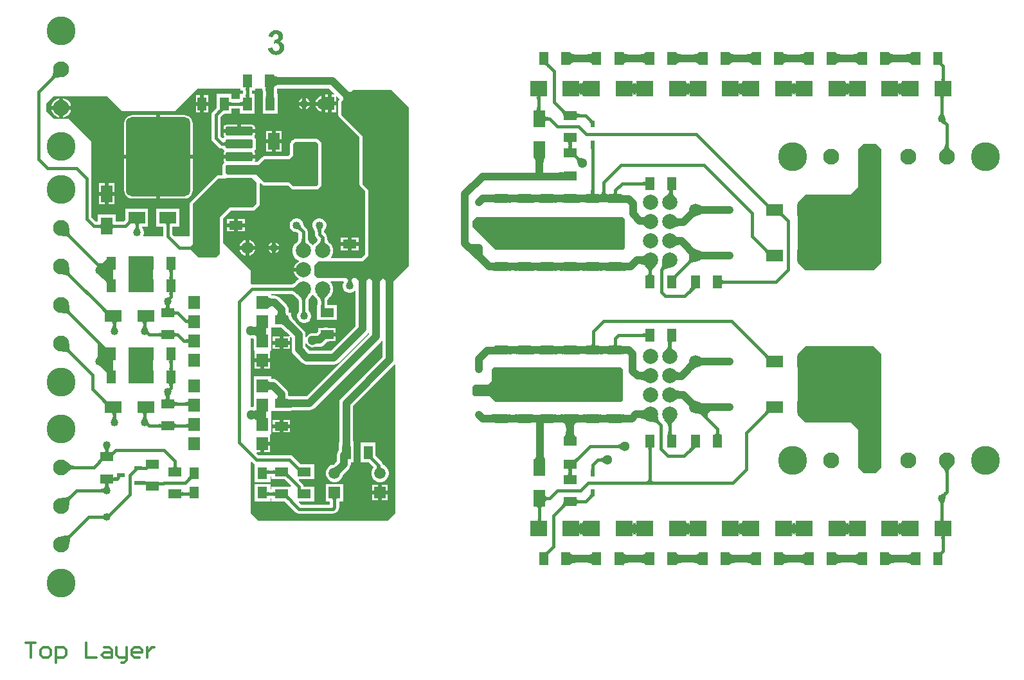
<source format=gtl>
G04*
G04 #@! TF.GenerationSoftware,Altium Limited,Altium Designer,22.5.1 (42)*
G04*
G04 Layer_Physical_Order=1*
G04 Layer_Color=255*
%FSLAX25Y25*%
%MOIN*%
G70*
G04*
G04 #@! TF.SameCoordinates,AD146B9C-557F-4D5F-B811-4A91A8D423AC*
G04*
G04*
G04 #@! TF.FilePolarity,Positive*
G04*
G01*
G75*
%ADD10C,0.01181*%
%ADD19R,0.11417X0.21260*%
%ADD20R,0.04528X0.07087*%
%ADD21R,0.07087X0.04528*%
%ADD22R,0.09055X0.06102*%
%ADD23R,0.03937X0.02362*%
%ADD24R,0.05118X0.05906*%
%ADD25R,0.05984X0.07008*%
%ADD26R,0.08661X0.06102*%
%ADD27R,0.06102X0.09055*%
G04:AMPARAMS|DCode=28|XSize=45.28mil|YSize=141.73mil|CornerRadius=4.53mil|HoleSize=0mil|Usage=FLASHONLY|Rotation=270.000|XOffset=0mil|YOffset=0mil|HoleType=Round|Shape=RoundedRectangle|*
%AMROUNDEDRECTD28*
21,1,0.04528,0.13268,0,0,270.0*
21,1,0.03622,0.14173,0,0,270.0*
1,1,0.00906,-0.06634,-0.01811*
1,1,0.00906,-0.06634,0.01811*
1,1,0.00906,0.06634,0.01811*
1,1,0.00906,0.06634,-0.01811*
%
%ADD28ROUNDEDRECTD28*%
%ADD29R,0.06102X0.08661*%
%ADD30R,0.07087X0.04528*%
%ADD31R,0.01968X0.03543*%
%ADD32R,0.09055X0.08465*%
%ADD60C,0.04000*%
G04:AMPARAMS|DCode=61|XSize=413.39mil|YSize=334.65mil|CornerRadius=33.47mil|HoleSize=0mil|Usage=FLASHONLY|Rotation=270.000|XOffset=0mil|YOffset=0mil|HoleType=Round|Shape=RoundedRectangle|*
%AMROUNDEDRECTD61*
21,1,0.41339,0.26772,0,0,270.0*
21,1,0.34646,0.33465,0,0,270.0*
1,1,0.06693,-0.13386,-0.17323*
1,1,0.06693,-0.13386,0.17323*
1,1,0.06693,0.13386,0.17323*
1,1,0.06693,0.13386,-0.17323*
%
%ADD61ROUNDEDRECTD61*%
%ADD62C,0.01575*%
%ADD63C,0.03937*%
%ADD64R,0.12694X0.18821*%
%ADD65C,0.06693*%
%ADD66R,0.06299X0.06299*%
%ADD67C,0.06299*%
%ADD68C,0.14961*%
%ADD69C,0.08268*%
%ADD70R,0.05906X0.05906*%
%ADD71C,0.05906*%
%ADD72C,0.07874*%
%ADD73C,0.05118*%
G36*
X460543Y279933D02*
X460504Y280230D01*
X460386Y280496D01*
X460189Y280730D01*
X459914Y280933D01*
X459559Y281105D01*
X459126Y281246D01*
X458614Y281355D01*
X458024Y281434D01*
X457354Y281480D01*
X456606Y281496D01*
Y285433D01*
X457354Y285449D01*
X458614Y285574D01*
X459126Y285683D01*
X459559Y285824D01*
X459914Y285996D01*
X460189Y286199D01*
X460386Y286433D01*
X460504Y286699D01*
X460543Y286996D01*
Y279933D01*
D02*
G37*
G36*
X448945Y286699D02*
X449063Y286433D01*
X449260Y286199D01*
X449535Y285996D01*
X449890Y285824D01*
X450323Y285683D01*
X450835Y285574D01*
X451425Y285496D01*
X452094Y285449D01*
X452842Y285433D01*
Y281496D01*
X452094Y281480D01*
X450835Y281355D01*
X450323Y281246D01*
X449890Y281105D01*
X449535Y280933D01*
X449260Y280730D01*
X449063Y280496D01*
X448945Y280230D01*
X448905Y279933D01*
Y286996D01*
X448945Y286699D01*
D02*
G37*
G36*
X432984Y279933D02*
X432945Y280230D01*
X432827Y280496D01*
X432630Y280730D01*
X432354Y280933D01*
X432000Y281105D01*
X431567Y281246D01*
X431055Y281355D01*
X430465Y281434D01*
X429796Y281480D01*
X429047Y281496D01*
Y285433D01*
X429796Y285449D01*
X431055Y285574D01*
X431567Y285683D01*
X432000Y285824D01*
X432354Y285996D01*
X432630Y286199D01*
X432827Y286433D01*
X432945Y286699D01*
X432984Y286996D01*
Y279933D01*
D02*
G37*
G36*
X421386Y286699D02*
X421504Y286433D01*
X421701Y286199D01*
X421976Y285996D01*
X422331Y285824D01*
X422764Y285683D01*
X423275Y285574D01*
X423866Y285496D01*
X424535Y285449D01*
X425283Y285433D01*
Y281496D01*
X424535Y281480D01*
X423275Y281355D01*
X422764Y281246D01*
X422331Y281105D01*
X421976Y280933D01*
X421701Y280730D01*
X421504Y280496D01*
X421386Y280230D01*
X421346Y279933D01*
Y286996D01*
X421386Y286699D01*
D02*
G37*
G36*
X405425Y279933D02*
X405386Y280230D01*
X405268Y280496D01*
X405071Y280730D01*
X404796Y280933D01*
X404441Y281105D01*
X404008Y281246D01*
X403496Y281355D01*
X402906Y281434D01*
X402236Y281480D01*
X401488Y281496D01*
Y285433D01*
X402236Y285449D01*
X403496Y285574D01*
X404008Y285683D01*
X404441Y285824D01*
X404796Y285996D01*
X405071Y286199D01*
X405268Y286433D01*
X405386Y286699D01*
X405425Y286996D01*
Y279933D01*
D02*
G37*
G36*
X393827Y286699D02*
X393945Y286433D01*
X394142Y286199D01*
X394417Y285996D01*
X394772Y285824D01*
X395204Y285683D01*
X395716Y285574D01*
X396307Y285496D01*
X396976Y285449D01*
X397724Y285433D01*
Y281496D01*
X396976Y281480D01*
X395716Y281355D01*
X395204Y281246D01*
X394772Y281105D01*
X394417Y280933D01*
X394142Y280730D01*
X393945Y280496D01*
X393827Y280230D01*
X393787Y279933D01*
Y286996D01*
X393827Y286699D01*
D02*
G37*
G36*
X377866Y279933D02*
X377827Y280230D01*
X377709Y280496D01*
X377512Y280730D01*
X377236Y280933D01*
X376882Y281105D01*
X376449Y281246D01*
X375937Y281355D01*
X375347Y281434D01*
X374677Y281480D01*
X373929Y281496D01*
Y285433D01*
X374677Y285449D01*
X375937Y285574D01*
X376449Y285683D01*
X376882Y285824D01*
X377236Y285996D01*
X377512Y286199D01*
X377709Y286433D01*
X377827Y286699D01*
X377866Y286996D01*
Y279933D01*
D02*
G37*
G36*
X366267Y286699D02*
X366386Y286433D01*
X366582Y286199D01*
X366858Y285996D01*
X367212Y285824D01*
X367646Y285683D01*
X368157Y285574D01*
X368748Y285496D01*
X369417Y285449D01*
X370165Y285433D01*
Y281496D01*
X369417Y281480D01*
X368157Y281355D01*
X367646Y281246D01*
X367212Y281105D01*
X366858Y280933D01*
X366582Y280730D01*
X366386Y280496D01*
X366267Y280230D01*
X366228Y279933D01*
Y286996D01*
X366267Y286699D01*
D02*
G37*
G36*
X350307Y279933D02*
X350268Y280230D01*
X350150Y280496D01*
X349953Y280730D01*
X349677Y280933D01*
X349323Y281105D01*
X348890Y281246D01*
X348378Y281355D01*
X347788Y281434D01*
X347118Y281480D01*
X346370Y281496D01*
Y285433D01*
X347118Y285449D01*
X348378Y285574D01*
X348890Y285683D01*
X349323Y285824D01*
X349677Y285996D01*
X349953Y286199D01*
X350150Y286433D01*
X350268Y286699D01*
X350307Y286996D01*
Y279933D01*
D02*
G37*
G36*
X338708Y286699D02*
X338827Y286433D01*
X339023Y286199D01*
X339299Y285996D01*
X339653Y285824D01*
X340086Y285683D01*
X340598Y285574D01*
X341189Y285496D01*
X341858Y285449D01*
X342606Y285433D01*
Y281496D01*
X341858Y281480D01*
X340598Y281355D01*
X340086Y281246D01*
X339653Y281105D01*
X339299Y280933D01*
X339023Y280730D01*
X338827Y280496D01*
X338708Y280230D01*
X338669Y279933D01*
Y286996D01*
X338708Y286699D01*
D02*
G37*
G36*
X322748Y279933D02*
X322709Y280230D01*
X322591Y280496D01*
X322394Y280730D01*
X322118Y280933D01*
X321764Y281105D01*
X321331Y281246D01*
X320819Y281355D01*
X320229Y281434D01*
X319559Y281480D01*
X318811Y281496D01*
Y285433D01*
X319559Y285449D01*
X320819Y285574D01*
X321331Y285683D01*
X321764Y285824D01*
X322118Y285996D01*
X322394Y286199D01*
X322591Y286433D01*
X322709Y286699D01*
X322748Y286996D01*
Y279933D01*
D02*
G37*
G36*
X311149Y286699D02*
X311267Y286433D01*
X311464Y286199D01*
X311740Y285996D01*
X312094Y285824D01*
X312527Y285683D01*
X313039Y285574D01*
X313630Y285496D01*
X314299Y285449D01*
X315047Y285433D01*
Y281496D01*
X314299Y281480D01*
X313039Y281355D01*
X312527Y281246D01*
X312094Y281105D01*
X311740Y280933D01*
X311464Y280730D01*
X311267Y280496D01*
X311149Y280230D01*
X311110Y279933D01*
Y286996D01*
X311149Y286699D01*
D02*
G37*
G36*
X295189Y279933D02*
X295150Y280230D01*
X295032Y280496D01*
X294835Y280730D01*
X294559Y280933D01*
X294205Y281105D01*
X293772Y281246D01*
X293260Y281355D01*
X292670Y281434D01*
X292000Y281480D01*
X291252Y281496D01*
Y285433D01*
X292000Y285449D01*
X293260Y285574D01*
X293772Y285683D01*
X294205Y285824D01*
X294559Y285996D01*
X294835Y286199D01*
X295032Y286433D01*
X295150Y286699D01*
X295189Y286996D01*
Y279933D01*
D02*
G37*
G36*
X283590Y286699D02*
X283709Y286433D01*
X283905Y286199D01*
X284181Y285996D01*
X284535Y285824D01*
X284968Y285683D01*
X285480Y285574D01*
X286071Y285496D01*
X286740Y285449D01*
X287488Y285433D01*
Y281496D01*
X286740Y281480D01*
X285480Y281355D01*
X284968Y281246D01*
X284535Y281105D01*
X284181Y280933D01*
X283905Y280730D01*
X283709Y280496D01*
X283590Y280230D01*
X283551Y279933D01*
Y286996D01*
X283590Y286699D01*
D02*
G37*
G36*
X272042Y281974D02*
X271995Y281832D01*
X271993Y281666D01*
X272037Y281478D01*
X272125Y281267D01*
X272259Y281032D01*
X272438Y280775D01*
X272663Y280495D01*
X273247Y279866D01*
X272067Y278820D01*
X271747Y279129D01*
X271172Y279614D01*
X270917Y279792D01*
X270683Y279925D01*
X270471Y280014D01*
X270281Y280060D01*
X270112Y280062D01*
X269965Y280019D01*
X269840Y279933D01*
X272134Y282093D01*
X272042Y281974D01*
D02*
G37*
G36*
X19644Y273583D02*
X19073Y273578D01*
X18043Y273501D01*
X17584Y273430D01*
X17163Y273336D01*
X16779Y273220D01*
X16433Y273082D01*
X16124Y272922D01*
X15852Y272741D01*
X15618Y272536D01*
X14505Y273650D01*
X14709Y273884D01*
X14891Y274155D01*
X15051Y274464D01*
X15189Y274810D01*
X15304Y275194D01*
X15398Y275616D01*
X15470Y276074D01*
X15519Y276570D01*
X15551Y277675D01*
X19644Y273583D01*
D02*
G37*
G36*
X477764Y273210D02*
X477787Y272940D01*
X477827Y272702D01*
X477882Y272496D01*
X477953Y272322D01*
X478039Y272179D01*
X478142Y272068D01*
X478260Y271988D01*
X478394Y271941D01*
X478543Y271925D01*
X475394D01*
X475543Y271941D01*
X475677Y271988D01*
X475795Y272068D01*
X475898Y272179D01*
X475984Y272322D01*
X476055Y272496D01*
X476110Y272702D01*
X476150Y272940D01*
X476173Y273210D01*
X476181Y273512D01*
X477756D01*
X477764Y273210D01*
D02*
G37*
G36*
X427977Y269946D02*
X428289Y269862D01*
X428881Y269764D01*
X429553Y269705D01*
X430303Y269685D01*
Y265748D01*
X429553Y265728D01*
X428881Y265669D01*
X428289Y265571D01*
X427977Y265487D01*
Y263779D01*
X427937Y264154D01*
X427819Y264488D01*
X427621Y264784D01*
X427345Y265039D01*
X427165Y265149D01*
X426986Y265039D01*
X426709Y264784D01*
X426512Y264488D01*
X426394Y264154D01*
X426354Y263779D01*
Y265487D01*
X426042Y265571D01*
X425449Y265669D01*
X424778Y265728D01*
X424028Y265748D01*
Y269685D01*
X424778Y269705D01*
X425449Y269764D01*
X426042Y269862D01*
X426354Y269946D01*
Y271654D01*
X426394Y271280D01*
X426512Y270945D01*
X426709Y270650D01*
X426986Y270394D01*
X427165Y270284D01*
X427345Y270394D01*
X427621Y270650D01*
X427819Y270945D01*
X427937Y271280D01*
X427977Y271654D01*
Y269946D01*
D02*
G37*
G36*
X372859D02*
X373171Y269862D01*
X373763Y269764D01*
X374434Y269705D01*
X375185Y269685D01*
Y265748D01*
X374434Y265728D01*
X373763Y265669D01*
X373171Y265571D01*
X372859Y265487D01*
Y263779D01*
X372819Y264154D01*
X372701Y264488D01*
X372503Y264784D01*
X372227Y265039D01*
X372047Y265149D01*
X371868Y265039D01*
X371591Y264784D01*
X371394Y264488D01*
X371275Y264154D01*
X371236Y263779D01*
Y265487D01*
X370924Y265571D01*
X370331Y265669D01*
X369660Y265728D01*
X368910Y265748D01*
Y269685D01*
X369660Y269705D01*
X370331Y269764D01*
X370924Y269862D01*
X371236Y269946D01*
Y271654D01*
X371275Y271280D01*
X371394Y270945D01*
X371591Y270650D01*
X371868Y270394D01*
X372047Y270284D01*
X372227Y270394D01*
X372503Y270650D01*
X372701Y270945D01*
X372819Y271280D01*
X372859Y271654D01*
Y269946D01*
D02*
G37*
G36*
X317741D02*
X318053Y269862D01*
X318645Y269764D01*
X319316Y269705D01*
X320067Y269685D01*
Y265748D01*
X319316Y265728D01*
X318645Y265669D01*
X318053Y265571D01*
X317741Y265487D01*
Y263779D01*
X317701Y264154D01*
X317583Y264488D01*
X317385Y264784D01*
X317109Y265039D01*
X316929Y265149D01*
X316750Y265039D01*
X316473Y264784D01*
X316276Y264488D01*
X316157Y264154D01*
X316118Y263779D01*
Y265487D01*
X315806Y265571D01*
X315213Y265669D01*
X314542Y265728D01*
X313791Y265748D01*
Y269685D01*
X314542Y269705D01*
X315213Y269764D01*
X315806Y269862D01*
X316118Y269946D01*
Y271654D01*
X316157Y271280D01*
X316276Y270945D01*
X316473Y270650D01*
X316750Y270394D01*
X316929Y270284D01*
X317109Y270394D01*
X317385Y270650D01*
X317583Y270945D01*
X317701Y271280D01*
X317741Y271654D01*
Y269946D01*
D02*
G37*
G36*
X455536Y269946D02*
X455848Y269862D01*
X456440Y269764D01*
X457112Y269705D01*
X457862Y269685D01*
Y265748D01*
X457112Y265728D01*
X456440Y265669D01*
X455848Y265571D01*
X455536Y265487D01*
Y263779D01*
X455496Y264154D01*
X455378Y264488D01*
X455180Y264784D01*
X454904Y265039D01*
X454724Y265149D01*
X454545Y265039D01*
X454268Y264784D01*
X454071Y264488D01*
X453953Y264154D01*
X453913Y263779D01*
Y265487D01*
X453601Y265571D01*
X453008Y265669D01*
X452337Y265728D01*
X451587Y265748D01*
Y269685D01*
X452337Y269705D01*
X453008Y269764D01*
X453601Y269862D01*
X453913Y269946D01*
Y271654D01*
X453953Y271280D01*
X454071Y270945D01*
X454268Y270650D01*
X454545Y270394D01*
X454724Y270284D01*
X454904Y270394D01*
X455180Y270650D01*
X455378Y270945D01*
X455496Y271280D01*
X455536Y271654D01*
Y269946D01*
D02*
G37*
G36*
X400418D02*
X400730Y269862D01*
X401322Y269764D01*
X401994Y269705D01*
X402744Y269685D01*
Y265748D01*
X401994Y265728D01*
X401322Y265669D01*
X400730Y265571D01*
X400418Y265487D01*
Y263779D01*
X400378Y264154D01*
X400260Y264488D01*
X400062Y264784D01*
X399786Y265039D01*
X399606Y265149D01*
X399427Y265039D01*
X399150Y264784D01*
X398953Y264488D01*
X398834Y264154D01*
X398795Y263779D01*
Y265487D01*
X398483Y265571D01*
X397890Y265669D01*
X397219Y265728D01*
X396469Y265748D01*
Y269685D01*
X397219Y269705D01*
X397890Y269764D01*
X398483Y269862D01*
X398795Y269946D01*
Y271654D01*
X398834Y271280D01*
X398953Y270945D01*
X399150Y270650D01*
X399427Y270394D01*
X399606Y270284D01*
X399786Y270394D01*
X400062Y270650D01*
X400260Y270945D01*
X400378Y271280D01*
X400418Y271654D01*
Y269946D01*
D02*
G37*
G36*
X345300D02*
X345612Y269862D01*
X346204Y269764D01*
X346876Y269705D01*
X347626Y269685D01*
Y265748D01*
X346876Y265728D01*
X346204Y265669D01*
X345612Y265571D01*
X345300Y265487D01*
Y263779D01*
X345260Y264154D01*
X345142Y264488D01*
X344944Y264784D01*
X344668Y265039D01*
X344488Y265149D01*
X344309Y265039D01*
X344032Y264784D01*
X343835Y264488D01*
X343716Y264154D01*
X343677Y263779D01*
Y265487D01*
X343365Y265571D01*
X342772Y265669D01*
X342101Y265728D01*
X341351Y265748D01*
Y269685D01*
X342101Y269705D01*
X342772Y269764D01*
X343365Y269862D01*
X343677Y269946D01*
Y271654D01*
X343716Y271280D01*
X343835Y270945D01*
X344032Y270650D01*
X344309Y270394D01*
X344488Y270284D01*
X344668Y270394D01*
X344944Y270650D01*
X345142Y270945D01*
X345260Y271280D01*
X345300Y271654D01*
Y269946D01*
D02*
G37*
G36*
X290181D02*
X290494Y269862D01*
X291086Y269764D01*
X291757Y269705D01*
X292508Y269685D01*
Y265748D01*
X291757Y265728D01*
X291086Y265669D01*
X290494Y265571D01*
X290181Y265487D01*
Y263779D01*
X290142Y264154D01*
X290023Y264488D01*
X289826Y264784D01*
X289550Y265039D01*
X289370Y265149D01*
X289191Y265039D01*
X288914Y264784D01*
X288717Y264488D01*
X288598Y264154D01*
X288559Y263779D01*
Y265487D01*
X288246Y265571D01*
X287654Y265669D01*
X286983Y265728D01*
X286232Y265748D01*
Y269685D01*
X286983Y269705D01*
X287654Y269764D01*
X288246Y269862D01*
X288559Y269946D01*
Y271654D01*
X288598Y271280D01*
X288717Y270945D01*
X288914Y270650D01*
X289191Y270394D01*
X289370Y270284D01*
X289550Y270394D01*
X289826Y270650D01*
X290023Y270945D01*
X290142Y271280D01*
X290181Y271654D01*
Y269946D01*
D02*
G37*
G36*
X117665Y268107D02*
X117532Y268059D01*
X117413Y267981D01*
X117311Y267870D01*
X117224Y267728D01*
X117154Y267555D01*
X117098Y267351D01*
X117059Y267114D01*
X117035Y266847D01*
X117028Y266547D01*
X115453D01*
X115445Y266847D01*
X115421Y267114D01*
X115382Y267351D01*
X115327Y267555D01*
X115256Y267728D01*
X115169Y267870D01*
X115067Y267981D01*
X114949Y268059D01*
X114815Y268107D01*
X114665Y268122D01*
X117815D01*
X117665Y268107D01*
D02*
G37*
G36*
X200000Y258000D02*
X200000Y175800D01*
X193492Y169291D01*
X193492D01*
X190200Y166000D01*
X190000D01*
X186709Y169291D01*
X186492D01*
X183200Y166000D01*
X183000D01*
X179709Y169291D01*
X179291D01*
X176000Y166000D01*
X175800D01*
X172508Y169291D01*
X171091D01*
X170110Y168310D01*
X170110Y168305D01*
X170150Y168078D01*
X170205Y167855D01*
X170276Y167635D01*
X170362Y167419D01*
X170465Y167206D01*
X170583Y166996D01*
X170717Y166790D01*
X170866Y166587D01*
X167717D01*
X167866Y166790D01*
X168000Y166996D01*
X168118Y167206D01*
X168220Y167419D01*
X168307Y167635D01*
X168378Y167855D01*
X168433Y168078D01*
X168459Y168228D01*
X167396Y169291D01*
X152709D01*
X151000Y171000D01*
X151000Y176000D01*
X153000Y178000D01*
X176000D01*
X179000Y181000D01*
Y215000D01*
X176000Y218000D01*
Y243000D01*
X165000Y254000D01*
Y261000D01*
X166000Y262000D01*
Y263208D01*
X165775Y263441D01*
X166000Y263681D01*
Y264000D01*
X166155Y263845D01*
X168089Y265911D01*
X168000Y266000D01*
X168173D01*
X168469Y266315D01*
X168795Y266000D01*
X170000D01*
X171000Y267000D01*
X191000D01*
X200000Y258000D01*
D02*
G37*
G36*
X130047Y274888D02*
X130165Y274622D01*
X130362Y274388D01*
X130638Y274185D01*
X130992Y274013D01*
X131425Y273872D01*
X131937Y273763D01*
X132527Y273685D01*
X133197Y273638D01*
X133945Y273622D01*
Y269685D01*
X133197Y269669D01*
X131937Y269544D01*
X131425Y269435D01*
X130992Y269294D01*
X130638Y269122D01*
X130362Y268919D01*
X130165Y268685D01*
X130047Y268419D01*
X130008Y268122D01*
X129973Y268083D01*
X129941Y267965D01*
X129913Y267768D01*
X129889Y267492D01*
X129849Y266212D01*
X130010Y263728D01*
X130067Y263531D01*
X130132Y263413D01*
X130204Y263374D01*
X125701D01*
X125736Y263413D01*
X125768Y263531D01*
X125795Y263728D01*
X125819Y264004D01*
X125859Y265284D01*
X125699Y267768D01*
X125642Y267965D01*
X125577Y268083D01*
X125504Y268122D01*
X130008D01*
Y275185D01*
X130047Y274888D01*
D02*
G37*
G36*
X117035Y264649D02*
X117059Y264382D01*
X117098Y264145D01*
X117154Y263941D01*
X117224Y263768D01*
X117311Y263626D01*
X117413Y263515D01*
X117532Y263437D01*
X117665Y263390D01*
X117815Y263374D01*
X114665D01*
X114815Y263390D01*
X114949Y263437D01*
X115067Y263515D01*
X115169Y263626D01*
X115256Y263768D01*
X115327Y263941D01*
X115382Y264145D01*
X115421Y264382D01*
X115445Y264649D01*
X115453Y264949D01*
X117028D01*
X117035Y264649D01*
D02*
G37*
G36*
X477803Y263480D02*
X477669Y263433D01*
X477551Y263354D01*
X477449Y263244D01*
X477362Y263103D01*
X477291Y262929D01*
X477236Y262725D01*
X477197Y262488D01*
X477173Y262221D01*
X477165Y261922D01*
X475591D01*
X475583Y262221D01*
X475559Y262488D01*
X475520Y262725D01*
X475465Y262929D01*
X475394Y263103D01*
X475307Y263244D01*
X475205Y263354D01*
X475087Y263433D01*
X474953Y263480D01*
X474803Y263496D01*
X477953D01*
X477803Y263480D01*
D02*
G37*
G36*
X268551Y263492D02*
X268417Y263445D01*
X268299Y263366D01*
X268197Y263254D01*
X268110Y263112D01*
X268039Y262937D01*
X267984Y262731D01*
X267945Y262493D01*
X267921Y262223D01*
X267913Y261922D01*
X266339D01*
X266331Y262223D01*
X266307Y262493D01*
X266268Y262731D01*
X266213Y262937D01*
X266142Y263112D01*
X266055Y263254D01*
X265953Y263366D01*
X265835Y263445D01*
X265701Y263492D01*
X265551Y263508D01*
X268701D01*
X268551Y263492D01*
D02*
G37*
G36*
X113902Y258268D02*
X113886Y258417D01*
X113839Y258551D01*
X113759Y258669D01*
X113648Y258772D01*
X113505Y258858D01*
X113331Y258929D01*
X113124Y258984D01*
X112886Y259024D01*
X112617Y259047D01*
X112315Y259055D01*
Y260630D01*
X112617Y260638D01*
X112886Y260661D01*
X113124Y260701D01*
X113331Y260756D01*
X113505Y260827D01*
X113648Y260913D01*
X113759Y261016D01*
X113839Y261134D01*
X113886Y261268D01*
X113902Y261417D01*
Y258268D01*
D02*
G37*
G36*
X106389Y261268D02*
X106437Y261134D01*
X106517Y261016D01*
X106628Y260913D01*
X106770Y260827D01*
X106945Y260756D01*
X107151Y260701D01*
X107389Y260661D01*
X107659Y260638D01*
X107960Y260630D01*
Y259055D01*
X107659Y259047D01*
X107389Y259024D01*
X107151Y258984D01*
X106945Y258929D01*
X106770Y258858D01*
X106628Y258772D01*
X106517Y258669D01*
X106437Y258551D01*
X106389Y258417D01*
X106374Y258268D01*
Y261417D01*
X106389Y261268D01*
D02*
G37*
G36*
X267921Y257757D02*
X267945Y257488D01*
X267984Y257250D01*
X268039Y257043D01*
X268110Y256869D01*
X268197Y256726D01*
X268299Y256615D01*
X268417Y256536D01*
X268551Y256488D01*
X268701Y256472D01*
X265551D01*
X265701Y256488D01*
X265835Y256536D01*
X265953Y256615D01*
X266055Y256726D01*
X266142Y256869D01*
X266213Y257043D01*
X266268Y257250D01*
X266307Y257488D01*
X266331Y257757D01*
X266339Y258059D01*
X267913D01*
X267921Y257757D01*
D02*
G37*
G36*
X104538Y256311D02*
X104391Y256375D01*
X104215Y256388D01*
X104009Y256350D01*
X103774Y256260D01*
X103510Y256118D01*
X103217Y255926D01*
X102895Y255682D01*
X102164Y255039D01*
X101754Y254641D01*
X100768Y255882D01*
X101100Y256224D01*
X101615Y256829D01*
X101800Y257092D01*
X101936Y257328D01*
X102023Y257537D01*
X102061Y257720D01*
X102050Y257876D01*
X101990Y258006D01*
X101882Y258109D01*
X104538Y256311D01*
D02*
G37*
G36*
X161442Y265005D02*
X161250Y264543D01*
X160000D01*
Y261000D01*
X162264D01*
Y263530D01*
X162726Y263721D01*
X164088Y262359D01*
X163865Y262135D01*
X163517Y261614D01*
X163394Y261000D01*
X163394Y261000D01*
Y254000D01*
X163394Y254000D01*
X163517Y253385D01*
X163865Y252865D01*
X174394Y242335D01*
Y218000D01*
X174394Y218000D01*
X174517Y217386D01*
X174865Y216865D01*
X177394Y214335D01*
Y181665D01*
X175335Y179606D01*
X159668D01*
X159477Y180068D01*
X159568Y180159D01*
X160294Y181416D01*
X160669Y182818D01*
Y184269D01*
X160294Y185671D01*
X159568Y186928D01*
X159153Y187342D01*
X159083Y187455D01*
X158414Y188166D01*
X158184Y188449D01*
X157986Y188724D01*
X157829Y188973D01*
X157713Y189195D01*
X157633Y189385D01*
X157584Y189542D01*
X157566Y189637D01*
Y190517D01*
X157383Y191438D01*
X156860Y192220D01*
X155952Y193128D01*
Y193662D01*
X155954Y193680D01*
X155974Y193796D01*
X156002Y193910D01*
X156039Y194024D01*
X156085Y194139D01*
X156141Y194256D01*
X156209Y194377D01*
X156289Y194500D01*
X156403Y194655D01*
X156404Y194655D01*
X156405Y194657D01*
X156410Y194665D01*
X156416Y194676D01*
X156875Y195471D01*
X157118Y196380D01*
Y197321D01*
X156875Y198230D01*
X156404Y199045D01*
X155738Y199711D01*
X154923Y200182D01*
X154014Y200425D01*
X153073D01*
X152164Y200182D01*
X151348Y199711D01*
X150683Y199045D01*
X150212Y198230D01*
X149969Y197321D01*
Y196380D01*
X150212Y195471D01*
X150671Y194676D01*
X150676Y194665D01*
X150682Y194657D01*
X150683Y194655D01*
X150684Y194655D01*
X150797Y194500D01*
X150878Y194377D01*
X150946Y194256D01*
X151002Y194139D01*
X151048Y194024D01*
X151085Y193910D01*
X151113Y193796D01*
X151133Y193680D01*
X151135Y193662D01*
Y192131D01*
X151318Y191209D01*
X151840Y190428D01*
X152730Y189538D01*
X152682Y189385D01*
X152602Y189195D01*
X152486Y188974D01*
X152329Y188724D01*
X152143Y188466D01*
X151591Y187822D01*
X151255Y187479D01*
X151173Y187354D01*
X150747Y186928D01*
X150408Y186340D01*
X149908D01*
X149568Y186928D01*
X149153Y187342D01*
X149083Y187455D01*
X148414Y188166D01*
X148184Y188449D01*
X147986Y188724D01*
X147829Y188973D01*
X147713Y189195D01*
X147633Y189385D01*
X147584Y189542D01*
X147566Y189637D01*
Y193425D01*
X147383Y194347D01*
X146861Y195128D01*
X145690Y196299D01*
X145678Y196313D01*
X145611Y196409D01*
X145550Y196510D01*
X145495Y196616D01*
X145447Y196730D01*
X145404Y196853D01*
X145367Y196986D01*
X145336Y197130D01*
X145307Y197320D01*
Y197321D01*
X145307Y197322D01*
X145305Y197332D01*
X145301Y197344D01*
X145063Y198230D01*
X144593Y199045D01*
X143927Y199711D01*
X143112Y200182D01*
X142203Y200425D01*
X141262D01*
X140352Y200182D01*
X139537Y199711D01*
X138872Y199045D01*
X138401Y198230D01*
X138157Y197321D01*
Y196380D01*
X138401Y195471D01*
X138872Y194655D01*
X139537Y193990D01*
X140352Y193519D01*
X141239Y193282D01*
X141251Y193277D01*
X141260Y193276D01*
X141262Y193276D01*
X141263D01*
X141453Y193247D01*
X141597Y193216D01*
X141730Y193179D01*
X141852Y193136D01*
X141966Y193087D01*
X142073Y193033D01*
X142173Y192972D01*
X142269Y192904D01*
X142284Y192893D01*
X142749Y192428D01*
Y189637D01*
X142731Y189542D01*
X142682Y189385D01*
X142602Y189195D01*
X142485Y188974D01*
X142329Y188724D01*
X142143Y188466D01*
X141591Y187822D01*
X141255Y187479D01*
X141173Y187354D01*
X140747Y186928D01*
X140021Y185671D01*
X139646Y184269D01*
Y182818D01*
X140021Y181416D01*
X140747Y180159D01*
X141773Y179133D01*
X142869Y178500D01*
X142917Y178031D01*
X142888Y177934D01*
X142126Y177494D01*
X141207Y176575D01*
X140557Y175449D01*
X140314Y174543D01*
X145158D01*
Y172543D01*
X140314D01*
X140557Y171638D01*
X141207Y170512D01*
X142126Y169593D01*
X142888Y169153D01*
X142917Y169056D01*
X142869Y168587D01*
X141773Y167954D01*
X141359Y167539D01*
X141246Y167469D01*
X140535Y166800D01*
X140252Y166570D01*
X139977Y166372D01*
X139727Y166215D01*
X139506Y166099D01*
X139315Y166018D01*
X139158Y165970D01*
X139064Y165952D01*
X118543D01*
X118497Y165943D01*
X118110Y166260D01*
Y173228D01*
X103606Y187733D01*
Y200335D01*
X107665Y204394D01*
X119000D01*
X119000Y204394D01*
X119615Y204517D01*
X120135Y204865D01*
X120135Y204865D01*
X122135Y206865D01*
X122483Y207385D01*
X122606Y208000D01*
X122606Y208000D01*
Y218417D01*
X123106Y218624D01*
X123865Y217865D01*
X124385Y217517D01*
X125000Y217394D01*
X125000Y217394D01*
X137335D01*
X138865Y215865D01*
X139385Y215517D01*
X140000Y215394D01*
X140000Y215394D01*
X152000D01*
X152614Y215517D01*
X153135Y215865D01*
X153135Y215865D01*
X153412Y216142D01*
X153543D01*
Y216273D01*
X154135Y216865D01*
X154483Y217386D01*
X154606Y218000D01*
X154606Y218000D01*
Y239000D01*
X154483Y239615D01*
X154135Y240135D01*
X154135Y240135D01*
X153135Y241135D01*
X152614Y241483D01*
X152000Y241606D01*
X152000Y241606D01*
X141000D01*
X140385Y241483D01*
X139865Y241135D01*
X139865Y241135D01*
X139280Y240551D01*
X138976D01*
Y240247D01*
X138865Y240135D01*
X138517Y239615D01*
X138394Y239000D01*
X138394Y239000D01*
Y233665D01*
X137335Y232606D01*
X125000D01*
X125000Y232606D01*
X124385Y232483D01*
X123865Y232135D01*
X121335Y229606D01*
X120365D01*
X120050Y230106D01*
X120123Y230472D01*
Y231283D01*
X112008D01*
X103893D01*
Y230472D01*
X104006Y229906D01*
X104180Y229644D01*
X104124Y229005D01*
X103912Y228863D01*
X103464Y228193D01*
X103307Y227402D01*
Y223780D01*
X103441Y223106D01*
X103164Y222606D01*
X101000D01*
X101000Y222606D01*
X100385Y222483D01*
X99865Y222135D01*
X99865Y222135D01*
X86865Y209135D01*
X86517Y208614D01*
X86394Y208000D01*
X86394Y208000D01*
Y191000D01*
X78406D01*
X77408Y191998D01*
Y196161D01*
X80905D01*
Y205413D01*
X69095D01*
Y196161D01*
X72592D01*
Y191000D01*
X72592Y191000D01*
X62578D01*
X62328Y191433D01*
X62386Y191534D01*
X62630Y192443D01*
Y193384D01*
X62386Y194293D01*
X61927Y195088D01*
X61922Y195099D01*
X61916Y195107D01*
X61916Y195108D01*
X61915Y195109D01*
X61801Y195264D01*
X61721Y195387D01*
X61653Y195508D01*
X61597Y195625D01*
X61582Y195661D01*
X61692Y195934D01*
X61785Y196061D01*
X61867Y196124D01*
X61959Y196161D01*
X64764D01*
Y205413D01*
X52953D01*
Y200070D01*
X52934Y199975D01*
X52953Y199881D01*
Y199629D01*
X52614Y199229D01*
X52054Y198668D01*
X47933D01*
Y202362D01*
X38681D01*
Y198668D01*
X37738D01*
X35433Y200973D01*
Y240158D01*
X23622Y251969D01*
X15748D01*
X11811Y255906D01*
X11811Y259842D01*
X15748Y263779D01*
X43307D01*
X51181Y255906D01*
X78740D01*
X90551Y267717D01*
X112500D01*
Y266535D01*
X113832D01*
Y264961D01*
X112303D01*
Y262251D01*
X107972D01*
Y264961D01*
X100295D01*
Y258599D01*
X100249Y258366D01*
Y257701D01*
X99981Y257387D01*
X98297Y255703D01*
X97775Y254922D01*
X97592Y254000D01*
Y242000D01*
X97775Y241078D01*
X98297Y240297D01*
X101321Y237273D01*
X102102Y236751D01*
X103024Y236568D01*
X103426D01*
X103464Y236374D01*
X103912Y235704D01*
X104124Y235562D01*
X104180Y234923D01*
X104006Y234661D01*
X103893Y234095D01*
Y233283D01*
X112008D01*
X120123D01*
Y234095D01*
X120010Y234661D01*
X119835Y234923D01*
X119892Y235562D01*
X120104Y235704D01*
X120552Y236374D01*
X120709Y237165D01*
Y240787D01*
X120552Y241579D01*
X120104Y242249D01*
X119892Y242391D01*
X119835Y243030D01*
X120010Y243291D01*
X120123Y243858D01*
Y244669D01*
X112008D01*
X103893D01*
Y243858D01*
X104006Y243291D01*
X104180Y243030D01*
X104124Y242391D01*
X103912Y242249D01*
X103829Y242124D01*
X103331Y242075D01*
X102409Y242998D01*
Y253002D01*
X103350Y253944D01*
X103911Y254437D01*
X104145Y254614D01*
X104313Y254724D01*
X104424D01*
X104509Y254706D01*
X104612Y254724D01*
X107972D01*
Y257434D01*
X112303D01*
Y254724D01*
X119980D01*
Y264961D01*
X118649D01*
Y266535D01*
X120177D01*
Y267717D01*
X123917D01*
Y266535D01*
X124170D01*
X124239Y265461D01*
X124114Y264961D01*
X124114D01*
Y263469D01*
X124095Y263374D01*
X124104Y263328D01*
X124098Y263282D01*
X124114Y263220D01*
Y254724D01*
X131791D01*
Y263174D01*
X131801Y263206D01*
X131794Y263291D01*
X131810Y263374D01*
X131791Y263469D01*
Y264961D01*
X131539D01*
X131470Y266035D01*
X131595Y266535D01*
X131595D01*
Y267717D01*
X158730D01*
X161442Y265005D01*
D02*
G37*
G36*
X280257Y256792D02*
X280838Y256300D01*
X281094Y256121D01*
X281328Y255986D01*
X281540Y255896D01*
X281729Y255850D01*
X281895Y255849D01*
X282039Y255892D01*
X282160Y255980D01*
X279945Y253765D01*
X280033Y253886D01*
X280077Y254030D01*
X280075Y254197D01*
X280030Y254386D01*
X279939Y254597D01*
X279804Y254831D01*
X279625Y255087D01*
X279401Y255366D01*
X278820Y255992D01*
X279933Y257105D01*
X280257Y256792D01*
D02*
G37*
G36*
X477173Y255149D02*
X477197Y254919D01*
X477236Y254692D01*
X477291Y254469D01*
X477362Y254249D01*
X477449Y254033D01*
X477551Y253820D01*
X477669Y253610D01*
X477803Y253404D01*
X477953Y253201D01*
X474803D01*
X474953Y253404D01*
X475087Y253610D01*
X475205Y253820D01*
X475307Y254033D01*
X475394Y254249D01*
X475465Y254469D01*
X475520Y254692D01*
X475559Y254919D01*
X475583Y255149D01*
X475591Y255382D01*
X477165D01*
X477173Y255149D01*
D02*
G37*
G36*
X287012Y255165D02*
X287059Y255031D01*
X287138Y254913D01*
X287248Y254811D01*
X287390Y254724D01*
X287563Y254654D01*
X287768Y254598D01*
X288004Y254559D01*
X288271Y254535D01*
X288571Y254528D01*
Y252953D01*
X288271Y252945D01*
X288004Y252921D01*
X287768Y252882D01*
X287563Y252827D01*
X287390Y252756D01*
X287248Y252669D01*
X287138Y252567D01*
X287059Y252449D01*
X287012Y252315D01*
X286996Y252165D01*
Y255315D01*
X287012Y255165D01*
D02*
G37*
G36*
X270760Y253590D02*
X270807Y253457D01*
X270886Y253339D01*
X270998Y253236D01*
X271140Y253150D01*
X271315Y253079D01*
X271521Y253024D01*
X271759Y252984D01*
X272029Y252961D01*
X272330Y252953D01*
Y251378D01*
X272029Y251370D01*
X271759Y251346D01*
X271521Y251307D01*
X271315Y251252D01*
X271140Y251181D01*
X270998Y251095D01*
X270886Y250992D01*
X270807Y250874D01*
X270760Y250740D01*
X270744Y250591D01*
Y253740D01*
X270760Y253590D01*
D02*
G37*
G36*
X478349Y251512D02*
X478353Y251286D01*
X478377Y251066D01*
X478421Y250852D01*
X478486Y250643D01*
X478572Y250441D01*
X478677Y250244D01*
X478803Y250053D01*
X478949Y249868D01*
X479116Y249688D01*
X477710Y248867D01*
X477528Y249042D01*
X477161Y249354D01*
X476975Y249490D01*
X476602Y249725D01*
X476413Y249824D01*
X476224Y249909D01*
X476033Y249982D01*
X475842Y250042D01*
X478365Y251743D01*
X478349Y251512D01*
D02*
G37*
G36*
X294523Y251874D02*
X294946Y251518D01*
X295149Y251373D01*
X295346Y251251D01*
X295538Y251150D01*
X295724Y251073D01*
X295904Y251017D01*
X296079Y250983D01*
X296248Y250972D01*
X294315Y248745D01*
X294396Y248874D01*
X294434Y249023D01*
X294429Y249193D01*
X294381Y249385D01*
X294290Y249597D01*
X294156Y249830D01*
X293979Y250084D01*
X293759Y250359D01*
X293190Y250972D01*
X294303Y252086D01*
X294523Y251874D01*
D02*
G37*
G36*
X284890Y240067D02*
X284756Y240020D01*
X284638Y239940D01*
X284535Y239829D01*
X284449Y239686D01*
X284378Y239512D01*
X284323Y239305D01*
X284283Y239068D01*
X284260Y238798D01*
X284252Y238496D01*
X282677D01*
X282669Y238798D01*
X282646Y239068D01*
X282606Y239305D01*
X282551Y239512D01*
X282480Y239686D01*
X282394Y239829D01*
X282291Y239940D01*
X282173Y240020D01*
X282039Y240067D01*
X281890Y240083D01*
X285039D01*
X284890Y240067D01*
D02*
G37*
G36*
X104937Y237402D02*
X104921Y237551D01*
X104873Y237685D01*
X104794Y237803D01*
X104683Y237906D01*
X104540Y237992D01*
X104365Y238063D01*
X104159Y238118D01*
X103921Y238158D01*
X103651Y238181D01*
X103350Y238189D01*
Y239764D01*
X103651Y239772D01*
X103921Y239795D01*
X104159Y239835D01*
X104365Y239890D01*
X104540Y239961D01*
X104683Y240047D01*
X104794Y240150D01*
X104873Y240268D01*
X104921Y240402D01*
X104937Y240551D01*
Y237402D01*
D02*
G37*
G36*
X284260Y237777D02*
X284283Y237507D01*
X284323Y237269D01*
X284378Y237063D01*
X284449Y236889D01*
X284535Y236746D01*
X284638Y236635D01*
X284756Y236555D01*
X284890Y236508D01*
X285039Y236492D01*
X281890D01*
X282039Y236508D01*
X282173Y236555D01*
X282291Y236635D01*
X282394Y236746D01*
X282480Y236889D01*
X282551Y237063D01*
X282606Y237269D01*
X282646Y237507D01*
X282669Y237777D01*
X282677Y238078D01*
X284252D01*
X284260Y237777D01*
D02*
G37*
G36*
X296213Y237201D02*
X296181Y237154D01*
X296154Y237075D01*
X296129Y236965D01*
X296109Y236823D01*
X296080Y236445D01*
X296063Y235642D01*
X294488D01*
X294486Y235941D01*
X294422Y236965D01*
X294398Y237075D01*
X294370Y237154D01*
X294338Y237201D01*
X294303Y237217D01*
X296248D01*
X296213Y237201D01*
D02*
G37*
G36*
X479627Y238512D02*
X479691Y238192D01*
X479796Y237860D01*
X479943Y237518D01*
X480133Y237164D01*
X480365Y236800D01*
X480638Y236425D01*
X480954Y236040D01*
X481713Y235236D01*
X475925D01*
X476325Y235643D01*
X476999Y236425D01*
X477273Y236800D01*
X477505Y237164D01*
X477695Y237518D01*
X477842Y237860D01*
X477947Y238192D01*
X478010Y238512D01*
X478031Y238822D01*
X479606D01*
X479627Y238512D01*
D02*
G37*
G36*
X286896Y234106D02*
X286853Y233962D01*
X286854Y233795D01*
X286900Y233607D01*
X286990Y233395D01*
X287125Y233161D01*
X287304Y232905D01*
X287528Y232626D01*
X287918Y232206D01*
X288098Y232068D01*
X288291Y231946D01*
X288496Y231841D01*
X288713Y231752D01*
X288941Y231680D01*
X289181Y231625D01*
X289433Y231586D01*
X289696Y231564D01*
X289972Y231559D01*
X287441Y229023D01*
X287435Y229298D01*
X287413Y229562D01*
X287374Y229814D01*
X287318Y230054D01*
X287246Y230282D01*
X287157Y230499D01*
X287051Y230704D01*
X286929Y230897D01*
X286790Y231078D01*
X286733Y231141D01*
X286672Y231200D01*
X286091Y231692D01*
X285835Y231871D01*
X285601Y232006D01*
X285389Y232097D01*
X285201Y232142D01*
X285034Y232143D01*
X284890Y232100D01*
X284769Y232012D01*
X286984Y234227D01*
X286896Y234106D01*
D02*
G37*
G36*
X270552Y231665D02*
X270370Y231547D01*
X270210Y231351D01*
X270071Y231075D01*
X269953Y230721D01*
X269856Y230288D01*
X269781Y229776D01*
X269728Y229185D01*
X269685Y227768D01*
X265748D01*
X265737Y228516D01*
X265652Y229776D01*
X265577Y230288D01*
X265480Y230721D01*
X265363Y231075D01*
X265223Y231351D01*
X265063Y231547D01*
X264881Y231665D01*
X264677Y231705D01*
X270756D01*
X270552Y231665D01*
D02*
G37*
G36*
X279933Y220189D02*
X279894Y220187D01*
X278004Y220178D01*
X275996Y220177D01*
Y224114D01*
X276744Y224120D01*
X278949Y224259D01*
X279303Y224323D01*
X279579Y224398D01*
X279776Y224484D01*
X279894Y224583D01*
X279933Y224693D01*
Y220189D01*
D02*
G37*
G36*
X153000Y239000D02*
Y218000D01*
X152000Y217000D01*
X140000D01*
X138000Y219000D01*
X125000D01*
X121000Y223000D01*
X106000D01*
X105000Y224000D01*
Y227000D01*
X106000Y228000D01*
X122000D01*
X125000Y231000D01*
X138000D01*
X140000Y233000D01*
Y239000D01*
X141000Y240000D01*
X152000D01*
X153000Y239000D01*
D02*
G37*
G36*
X322760Y216929D02*
X322744Y217079D01*
X322697Y217213D01*
X322617Y217331D01*
X322506Y217433D01*
X322363Y217520D01*
X322189Y217591D01*
X321983Y217646D01*
X321745Y217685D01*
X321475Y217709D01*
X321173Y217717D01*
Y219291D01*
X321475Y219299D01*
X321745Y219323D01*
X321983Y219362D01*
X322189Y219417D01*
X322363Y219488D01*
X322506Y219575D01*
X322617Y219677D01*
X322697Y219795D01*
X322744Y219929D01*
X322760Y220079D01*
Y216929D01*
D02*
G37*
G36*
X291744Y208378D02*
X291705Y208432D01*
X291587Y208480D01*
X291390Y208523D01*
X291114Y208559D01*
X290327Y208616D01*
X289665Y208628D01*
X287153Y208480D01*
X287035Y208432D01*
X286996Y208378D01*
Y212882D01*
X287035Y212828D01*
X287153Y212780D01*
X287350Y212737D01*
X287626Y212700D01*
X288413Y212644D01*
X289075Y212632D01*
X291587Y212780D01*
X291705Y212828D01*
X291744Y212882D01*
Y208378D01*
D02*
G37*
G36*
X279933D02*
X279894Y208432D01*
X279776Y208480D01*
X279579Y208523D01*
X279303Y208559D01*
X278516Y208616D01*
X277854Y208628D01*
X275342Y208480D01*
X275224Y208432D01*
X275185Y208378D01*
Y212882D01*
X275224Y212828D01*
X275342Y212780D01*
X275539Y212737D01*
X275815Y212700D01*
X276602Y212644D01*
X277264Y212632D01*
X279776Y212780D01*
X279894Y212828D01*
X279933Y212882D01*
Y208378D01*
D02*
G37*
G36*
X256311D02*
X256272Y208432D01*
X256154Y208480D01*
X255957Y208523D01*
X255681Y208559D01*
X254894Y208616D01*
X254232Y208628D01*
X251720Y208480D01*
X251602Y208432D01*
X251563Y208378D01*
Y212882D01*
X251602Y212828D01*
X251720Y212780D01*
X251917Y212737D01*
X252193Y212700D01*
X252980Y212644D01*
X253642Y212632D01*
X256154Y212780D01*
X256272Y212828D01*
X256311Y212882D01*
Y208378D01*
D02*
G37*
G36*
X268122D02*
X268083Y208432D01*
X267965Y208480D01*
X267768Y208523D01*
X267492Y208559D01*
X266705Y208616D01*
X266043Y208628D01*
X263531Y208480D01*
X263413Y208432D01*
X263374Y208378D01*
Y212882D01*
X263413Y212828D01*
X263531Y212780D01*
X263728Y212737D01*
X264004Y212700D01*
X264791Y212644D01*
X265453Y212632D01*
X267965Y212780D01*
X268083Y212828D01*
X268122Y212882D01*
Y208378D01*
D02*
G37*
G36*
X301793Y215654D02*
X301923Y213656D01*
X301945Y213606D01*
X302142Y213370D01*
X302417Y213165D01*
X302772Y212992D01*
X303205Y212850D01*
X303473Y212792D01*
X303530Y212828D01*
X303555Y212882D01*
Y212775D01*
X303716Y212740D01*
X304976Y212614D01*
X305724Y212598D01*
X303555Y210791D01*
Y208378D01*
X303530Y208432D01*
X303453Y208480D01*
X303325Y208523D01*
X303147Y208559D01*
X302917Y208591D01*
X302303Y208636D01*
X301000Y208661D01*
X300581Y208659D01*
X298993Y208551D01*
X298883Y208518D01*
X298817Y208479D01*
X298795Y208437D01*
Y210537D01*
X296387Y212584D01*
X296450Y212389D01*
X296553Y212174D01*
X296668Y212021D01*
X293883D01*
X293998Y212174D01*
X294101Y212389D01*
X294192Y212667D01*
X294241Y212882D01*
X293701D01*
X293850Y212897D01*
X293984Y212945D01*
X294102Y213023D01*
X294205Y213134D01*
X294291Y213275D01*
X294330Y213370D01*
X294337Y213412D01*
X294434Y214407D01*
X294482Y215654D01*
X294488Y216371D01*
X296063D01*
X296069Y215654D01*
X296214Y213412D01*
X296221Y213370D01*
X296260Y213275D01*
X296346Y213134D01*
X296449Y213023D01*
X296567Y212945D01*
X296701Y212897D01*
X296850Y212882D01*
X296310D01*
X296360Y212667D01*
X296382Y212599D01*
X297100Y212614D01*
X297753Y212661D01*
X298330Y212740D01*
X298829Y212850D01*
X299252Y212992D01*
X299598Y213165D01*
X299867Y213370D01*
X300059Y213606D01*
X300086Y213670D01*
X300158Y214407D01*
X300207Y215654D01*
X300213Y216371D01*
X301787D01*
X301793Y215654D01*
D02*
G37*
G36*
X307881Y214641D02*
X307941Y213831D01*
X307991Y213482D01*
X308000Y213449D01*
X308071Y213275D01*
X308157Y213134D01*
X308260Y213023D01*
X308378Y212945D01*
X308512Y212897D01*
X308661Y212882D01*
X308126D01*
X308142Y212824D01*
X308239Y212544D01*
X308350Y212290D01*
X308477Y212065D01*
X308618Y211867D01*
X305555D01*
X305697Y212065D01*
X305823Y212290D01*
X305935Y212544D01*
X306031Y212824D01*
X306047Y212882D01*
X305512D01*
X305661Y212897D01*
X305795Y212945D01*
X305913Y213023D01*
X306016Y213134D01*
X306102Y213275D01*
X306173Y213449D01*
X306182Y213482D01*
X306232Y213831D01*
X306292Y214641D01*
X306299Y215087D01*
X307874D01*
X307881Y214641D01*
D02*
G37*
G36*
X337213Y214969D02*
X337079Y214921D01*
X336961Y214842D01*
X336858Y214731D01*
X336772Y214588D01*
X336701Y214413D01*
X336646Y214207D01*
X336628Y214102D01*
X336645Y214008D01*
X336733Y213691D01*
X336855Y213353D01*
X337013Y212993D01*
X337206Y212613D01*
X337697Y211788D01*
X337995Y211343D01*
X338328Y210878D01*
X332887Y211760D01*
X333288Y212059D01*
X333648Y212360D01*
X333965Y212663D01*
X334239Y212968D01*
X334472Y213275D01*
X334662Y213584D01*
X334810Y213895D01*
X334915Y214208D01*
X334921Y214237D01*
X334874Y214413D01*
X334803Y214588D01*
X334717Y214731D01*
X334614Y214842D01*
X334496Y214921D01*
X334362Y214969D01*
X334213Y214985D01*
X337362D01*
X337213Y214969D01*
D02*
G37*
G36*
X244500Y208378D02*
X244461Y208432D01*
X244343Y208480D01*
X244146Y208523D01*
X243870Y208559D01*
X243083Y208616D01*
X240563Y208661D01*
Y212598D01*
X241311Y212601D01*
X244343Y212780D01*
X244461Y212828D01*
X244500Y212882D01*
Y208378D01*
D02*
G37*
G36*
X310650Y212772D02*
X310748Y212673D01*
X310911Y212587D01*
X311138Y212511D01*
X311431Y212448D01*
X311789Y212396D01*
X312700Y212326D01*
X313870Y212303D01*
Y208366D01*
X310618Y208378D01*
Y212882D01*
X310650Y212772D01*
D02*
G37*
G36*
X385571Y208565D02*
X386150Y208075D01*
X386406Y207897D01*
X386640Y207764D01*
X386852Y207675D01*
X387041Y207630D01*
X387208D01*
X387353Y207675D01*
X387475Y207764D01*
X385248Y205537D01*
X385337Y205659D01*
X385382Y205804D01*
Y205971D01*
X385337Y206160D01*
X385248Y206372D01*
X385115Y206606D01*
X384936Y206862D01*
X384714Y207140D01*
X384135Y207764D01*
X385248Y208877D01*
X385571Y208565D01*
D02*
G37*
G36*
X351180Y206996D02*
X351301Y206932D01*
X351454Y206876D01*
X351639Y206828D01*
X351855Y206786D01*
X352103Y206753D01*
X352695Y206708D01*
X353415Y206693D01*
Y202756D01*
X353039Y202752D01*
X351855Y202662D01*
X351639Y202621D01*
X351454Y202573D01*
X351301Y202517D01*
X351180Y202453D01*
X351091Y202382D01*
Y207067D01*
X351180Y206996D01*
D02*
G37*
G36*
X393786Y203791D02*
X393742Y203647D01*
X393744Y203481D01*
X393789Y203292D01*
X393880Y203080D01*
X394015Y202846D01*
X394194Y202590D01*
X394418Y202311D01*
X394999Y201685D01*
X393886Y200572D01*
X393562Y200885D01*
X392981Y201377D01*
X392725Y201556D01*
X392491Y201691D01*
X392279Y201782D01*
X392090Y201827D01*
X391924Y201829D01*
X391780Y201785D01*
X391659Y201697D01*
X393874Y203912D01*
X393786Y203791D01*
D02*
G37*
G36*
X348667Y201378D02*
X348554Y201365D01*
X348423Y201325D01*
X348276Y201256D01*
X348111Y201160D01*
X347929Y201036D01*
X347729Y200884D01*
X347279Y200497D01*
X346759Y199999D01*
X343975Y202783D01*
X344238Y203051D01*
X345012Y203952D01*
X345136Y204134D01*
X345233Y204299D01*
X345301Y204447D01*
X345342Y204578D01*
X345355Y204691D01*
X348667Y201378D01*
D02*
G37*
G36*
X56767Y197748D02*
X56644Y197837D01*
X56499Y197882D01*
X56332D01*
X56143Y197837D01*
X55932Y197748D01*
X55698Y197615D01*
X55441Y197436D01*
X55163Y197214D01*
X54540Y196635D01*
X53426Y197748D01*
X53738Y198071D01*
X54228Y198650D01*
X54406Y198906D01*
X54540Y199140D01*
X54629Y199352D01*
X54673Y199541D01*
Y199708D01*
X54629Y199853D01*
X54540Y199975D01*
X56767Y197748D01*
D02*
G37*
G36*
X76425Y197744D02*
X76291Y197697D01*
X76173Y197617D01*
X76071Y197506D01*
X75984Y197363D01*
X75913Y197189D01*
X75858Y196983D01*
X75819Y196745D01*
X75795Y196475D01*
X75787Y196173D01*
X74213D01*
X74205Y196475D01*
X74181Y196745D01*
X74142Y196983D01*
X74087Y197189D01*
X74016Y197363D01*
X73929Y197506D01*
X73827Y197617D01*
X73709Y197697D01*
X73575Y197744D01*
X73425Y197760D01*
X76575D01*
X76425Y197744D01*
D02*
G37*
G36*
X338322Y200924D02*
X338512Y200778D01*
X338731Y200648D01*
X338979Y200536D01*
X339256Y200442D01*
X339562Y200364D01*
X339898Y200304D01*
X340262Y200261D01*
X341079Y200226D01*
X340748Y196289D01*
X340323Y196282D01*
X339557Y196226D01*
X339217Y196177D01*
X338904Y196115D01*
X338620Y196038D01*
X338363Y195947D01*
X338135Y195842D01*
X337934Y195723D01*
X337762Y195591D01*
X338161Y201088D01*
X338322Y200924D01*
D02*
G37*
G36*
X46362Y197685D02*
X46409Y197551D01*
X46488Y197433D01*
X46598Y197331D01*
X46740Y197244D01*
X46913Y197173D01*
X47118Y197118D01*
X47354Y197079D01*
X47622Y197055D01*
X47921Y197047D01*
Y195472D01*
X47622Y195465D01*
X47354Y195441D01*
X47118Y195402D01*
X46913Y195346D01*
X46740Y195276D01*
X46598Y195189D01*
X46488Y195087D01*
X46409Y194968D01*
X46362Y194835D01*
X46346Y194685D01*
Y197835D01*
X46362Y197685D01*
D02*
G37*
G36*
X40280Y194685D02*
X40264Y194835D01*
X40216Y194968D01*
X40137Y195087D01*
X40026Y195189D01*
X39883Y195276D01*
X39709Y195346D01*
X39502Y195402D01*
X39264Y195441D01*
X38995Y195465D01*
X38693Y195472D01*
Y197047D01*
X38995Y197055D01*
X39264Y197079D01*
X39502Y197118D01*
X39709Y197173D01*
X39883Y197244D01*
X40026Y197331D01*
X40137Y197433D01*
X40216Y197551D01*
X40264Y197685D01*
X40280Y197835D01*
Y194685D01*
D02*
G37*
G36*
X60480Y197744D02*
X60347Y197697D01*
X60228Y197617D01*
X60126Y197506D01*
X60039Y197363D01*
X59969Y197189D01*
X59913Y196983D01*
X59874Y196745D01*
X59850Y196475D01*
X59845Y196260D01*
X59850Y196093D01*
X59874Y195864D01*
X59913Y195637D01*
X59969Y195414D01*
X60039Y195194D01*
X60126Y194978D01*
X60228Y194765D01*
X60347Y194555D01*
X60480Y194349D01*
X60630Y194146D01*
X57480D01*
X57630Y194349D01*
X57764Y194555D01*
X57882Y194765D01*
X57984Y194978D01*
X58071Y195194D01*
X58142Y195414D01*
X58197Y195637D01*
X58236Y195864D01*
X58260Y196093D01*
X58266Y196260D01*
X58260Y196475D01*
X58236Y196745D01*
X58197Y196983D01*
X58142Y197189D01*
X58071Y197363D01*
X57984Y197506D01*
X57882Y197617D01*
X57764Y197697D01*
X57630Y197744D01*
X57480Y197760D01*
X60630D01*
X60480Y197744D01*
D02*
G37*
G36*
X143755Y196843D02*
X143806Y196602D01*
X143871Y196371D01*
X143949Y196148D01*
X144041Y195933D01*
X144146Y195728D01*
X144265Y195531D01*
X144397Y195343D01*
X144543Y195164D01*
X144703Y194994D01*
X143589Y193880D01*
X143419Y194039D01*
X143239Y194185D01*
X143051Y194318D01*
X142855Y194436D01*
X142649Y194542D01*
X142435Y194633D01*
X142212Y194712D01*
X141980Y194776D01*
X141740Y194827D01*
X141490Y194865D01*
X143718Y197092D01*
X143755Y196843D01*
D02*
G37*
G36*
X154969Y195415D02*
X154835Y195208D01*
X154717Y194999D01*
X154614Y194786D01*
X154528Y194570D01*
X154457Y194350D01*
X154402Y194127D01*
X154362Y193900D01*
X154339Y193670D01*
X154331Y193437D01*
X152756D01*
X152748Y193670D01*
X152724Y193900D01*
X152685Y194127D01*
X152630Y194350D01*
X152559Y194570D01*
X152472Y194786D01*
X152370Y194999D01*
X152252Y195208D01*
X152118Y195415D01*
X151969Y195617D01*
X155118D01*
X154969Y195415D01*
D02*
G37*
G36*
X23824Y194742D02*
X23900Y193712D01*
X23972Y193253D01*
X24066Y192832D01*
X24181Y192448D01*
X24319Y192102D01*
X24479Y191793D01*
X24661Y191522D01*
X24865Y191288D01*
X23752Y190174D01*
X23518Y190378D01*
X23246Y190560D01*
X22938Y190720D01*
X22591Y190858D01*
X22207Y190974D01*
X21786Y191067D01*
X21327Y191139D01*
X20831Y191188D01*
X19726Y191221D01*
X23819Y195313D01*
X23824Y194742D01*
D02*
G37*
G36*
X155965Y189463D02*
X156024Y189154D01*
X156122Y188835D01*
X156260Y188508D01*
X156437Y188172D01*
X156653Y187826D01*
X156909Y187472D01*
X157205Y187109D01*
X157913Y186355D01*
X152402D01*
X152776Y186736D01*
X153405Y187472D01*
X153661Y187826D01*
X153878Y188172D01*
X154055Y188508D01*
X154193Y188835D01*
X154291Y189154D01*
X154350Y189463D01*
X154370Y189763D01*
X155945D01*
X155965Y189463D01*
D02*
G37*
G36*
X145965D02*
X146024Y189154D01*
X146122Y188835D01*
X146260Y188508D01*
X146437Y188172D01*
X146653Y187826D01*
X146909Y187472D01*
X147205Y187109D01*
X147913Y186355D01*
X142402D01*
X142776Y186736D01*
X143405Y187472D01*
X143661Y187826D01*
X143878Y188172D01*
X144055Y188508D01*
X144193Y188835D01*
X144291Y189154D01*
X144350Y189463D01*
X144370Y189763D01*
X145945D01*
X145965Y189463D01*
D02*
G37*
G36*
X338291Y190960D02*
X338433Y190872D01*
X338612Y190794D01*
X338829Y190727D01*
X339083Y190670D01*
X339374Y190623D01*
X340069Y190561D01*
X340913Y190540D01*
X340946Y186603D01*
X340505Y186598D01*
X339408Y186518D01*
X339117Y186470D01*
X338864Y186412D01*
X338647Y186343D01*
X338468Y186263D01*
X338327Y186173D01*
X338222Y186072D01*
X338186Y191058D01*
X338291Y190960D01*
D02*
G37*
G36*
X312000Y200000D02*
Y185000D01*
X311000Y184000D01*
X245000D01*
X233000Y196000D01*
Y199000D01*
X235000Y201000D01*
X311000D01*
X312000Y200000D01*
D02*
G37*
G36*
X385200Y184925D02*
X385804Y184409D01*
X386066Y184224D01*
X386302Y184087D01*
X386511Y183999D01*
X386695Y183959D01*
X386851Y183967D01*
X386982Y184024D01*
X387086Y184130D01*
X385260Y181525D01*
X385325Y181669D01*
X385338Y181843D01*
X385299Y182047D01*
X385209Y182281D01*
X385067Y182545D01*
X384872Y182838D01*
X384627Y183161D01*
X383979Y183896D01*
X383578Y184309D01*
X384858Y185255D01*
X385200Y184925D01*
D02*
G37*
G36*
X347028Y185565D02*
X347929Y184791D01*
X348111Y184667D01*
X348276Y184571D01*
X348423Y184502D01*
X348554Y184461D01*
X348667Y184449D01*
X345355Y181136D01*
X345342Y181249D01*
X345301Y181380D01*
X345233Y181527D01*
X345136Y181693D01*
X345012Y181875D01*
X344861Y182074D01*
X344474Y182525D01*
X343975Y183044D01*
X346759Y185828D01*
X347028Y185565D01*
D02*
G37*
G36*
X121000Y219000D02*
Y208000D01*
X119000Y206000D01*
X107000D01*
X102000Y201000D01*
Y182000D01*
X100000Y180000D01*
X91000D01*
X88000Y183000D01*
X86000Y185000D01*
X88000Y187000D01*
Y208000D01*
X101000Y221000D01*
X119000D01*
X121000Y219000D01*
D02*
G37*
G36*
X351180Y183374D02*
X351301Y183310D01*
X351454Y183254D01*
X351639Y183205D01*
X351855Y183164D01*
X352103Y183131D01*
X352695Y183086D01*
X353415Y183071D01*
Y179134D01*
X353039Y179130D01*
X351855Y179040D01*
X351639Y178999D01*
X351454Y178951D01*
X351301Y178894D01*
X351180Y178831D01*
X351091Y178760D01*
Y183445D01*
X351180Y183374D01*
D02*
G37*
G36*
X279933Y172945D02*
X279894Y172999D01*
X279776Y173047D01*
X279579Y173090D01*
X279303Y173126D01*
X278516Y173183D01*
X277854Y173195D01*
X275342Y173047D01*
X275224Y172999D01*
X275185Y172945D01*
Y177449D01*
X275224Y177395D01*
X275342Y177347D01*
X275539Y177304D01*
X275815Y177267D01*
X276602Y177211D01*
X277264Y177199D01*
X279776Y177347D01*
X279894Y177395D01*
X279933Y177449D01*
Y172945D01*
D02*
G37*
G36*
X291744D02*
X291705Y172999D01*
X291587Y173047D01*
X291390Y173090D01*
X291114Y173126D01*
X290327Y173183D01*
X289665Y173195D01*
X287153Y173047D01*
X287035Y172999D01*
X286996Y172945D01*
Y177449D01*
X287035Y177395D01*
X287153Y177347D01*
X287350Y177304D01*
X287626Y177267D01*
X288413Y177211D01*
X289075Y177199D01*
X291587Y177347D01*
X291705Y177395D01*
X291744Y177449D01*
Y172945D01*
D02*
G37*
G36*
X256311D02*
X256272Y172999D01*
X256154Y173047D01*
X255957Y173090D01*
X255681Y173126D01*
X254894Y173183D01*
X254232Y173195D01*
X251720Y173047D01*
X251602Y172999D01*
X251563Y172945D01*
Y177449D01*
X251602Y177395D01*
X251720Y177347D01*
X251917Y177304D01*
X252193Y177267D01*
X252980Y177211D01*
X253642Y177199D01*
X256154Y177347D01*
X256272Y177395D01*
X256311Y177449D01*
Y172945D01*
D02*
G37*
G36*
X303555D02*
X303516Y172999D01*
X303398Y173047D01*
X303201Y173090D01*
X302925Y173126D01*
X302138Y173183D01*
X301476Y173195D01*
X298964Y173047D01*
X298846Y172999D01*
X298807Y172945D01*
Y177449D01*
X298846Y177395D01*
X298964Y177347D01*
X299161Y177304D01*
X299437Y177267D01*
X300224Y177211D01*
X300886Y177199D01*
X303398Y177347D01*
X303516Y177395D01*
X303555Y177449D01*
Y172945D01*
D02*
G37*
G36*
X268122D02*
X268083Y172999D01*
X267965Y173047D01*
X267768Y173090D01*
X267492Y173126D01*
X266705Y173183D01*
X266043Y173195D01*
X263531Y173047D01*
X263413Y172999D01*
X263374Y172945D01*
Y177449D01*
X263413Y177395D01*
X263531Y177347D01*
X263728Y177304D01*
X264004Y177267D01*
X264791Y177211D01*
X265453Y177199D01*
X267965Y177347D01*
X268083Y177395D01*
X268122Y177449D01*
Y172945D01*
D02*
G37*
G36*
X348820Y177758D02*
X348391Y177734D01*
X347608Y177634D01*
X347255Y177558D01*
X346928Y177466D01*
X346626Y177356D01*
X346350Y177229D01*
X346099Y177085D01*
X345874Y176925D01*
X345675Y176747D01*
X344509Y177808D01*
X344692Y178013D01*
X344853Y178242D01*
X344993Y178495D01*
X345111Y178770D01*
X345207Y179070D01*
X345281Y179392D01*
X345333Y179738D01*
X345364Y180107D01*
X345373Y180500D01*
X345359Y180916D01*
X348820Y177758D01*
D02*
G37*
G36*
X62918Y175591D02*
X62902Y175740D01*
X62854Y175874D01*
X62775Y175992D01*
X62664Y176094D01*
X62521Y176181D01*
X62347Y176252D01*
X62140Y176307D01*
X61902Y176347D01*
X61632Y176370D01*
X61331Y176378D01*
Y177953D01*
X61632Y177961D01*
X61902Y177984D01*
X62140Y178024D01*
X62347Y178079D01*
X62521Y178150D01*
X62664Y178236D01*
X62775Y178339D01*
X62854Y178457D01*
X62902Y178591D01*
X62918Y178740D01*
Y175591D01*
D02*
G37*
G36*
X59145Y178591D02*
X59193Y178457D01*
X59272Y178339D01*
X59383Y178236D01*
X59526Y178150D01*
X59701Y178079D01*
X59907Y178024D01*
X60145Y177984D01*
X60415Y177961D01*
X60716Y177953D01*
Y176378D01*
X60415Y176370D01*
X60145Y176347D01*
X59907Y176307D01*
X59701Y176252D01*
X59526Y176181D01*
X59383Y176094D01*
X59272Y175992D01*
X59193Y175874D01*
X59145Y175740D01*
X59130Y175591D01*
Y178740D01*
X59145Y178591D01*
D02*
G37*
G36*
X335538Y174625D02*
X334983Y174562D01*
X333986Y174395D01*
X333544Y174290D01*
X333141Y174172D01*
X332775Y174039D01*
X332447Y173893D01*
X332157Y173732D01*
X331905Y173558D01*
X331691Y173370D01*
X330455Y174361D01*
X330661Y174597D01*
X330839Y174862D01*
X330989Y175158D01*
X331110Y175485D01*
X331203Y175842D01*
X331268Y176230D01*
X331305Y176648D01*
X331314Y177096D01*
X331295Y177575D01*
X331247Y178085D01*
X335538Y174625D01*
D02*
G37*
G36*
X444882Y236221D02*
Y177165D01*
X440945Y173228D01*
X405512D01*
X401575Y177165D01*
Y208661D01*
X405512Y212598D01*
X429134D01*
X433071Y216535D01*
Y236221D01*
X435850Y239000D01*
X442102Y239000D01*
X444882Y236221D01*
D02*
G37*
G36*
X310657Y177395D02*
X310775Y177347D01*
X310972Y177304D01*
X311248Y177267D01*
X312035Y177211D01*
X314555Y177165D01*
Y173228D01*
X313807Y173225D01*
X310775Y173047D01*
X310657Y172999D01*
X310618Y172945D01*
Y177449D01*
X310657Y177395D01*
D02*
G37*
G36*
X241775Y176225D02*
Y177193D01*
X242293Y177196D01*
X244255Y177319D01*
X244391Y177357D01*
X244473Y177400D01*
X244500Y177449D01*
Y172945D01*
X244473Y173004D01*
X244391Y173057D01*
X244255Y173104D01*
X244064Y173144D01*
X243819Y173179D01*
X243165Y173229D01*
X241775Y173257D01*
Y175225D01*
X241225D01*
X240144Y174144D01*
X228717Y184878D01*
X232000Y186000D01*
X241775Y176225D01*
D02*
G37*
G36*
X78000Y173618D02*
X77866Y173571D01*
X77748Y173492D01*
X77646Y173382D01*
X77559Y173240D01*
X77488Y173067D01*
X77433Y172862D01*
X77394Y172626D01*
X77370Y172359D01*
X77362Y172059D01*
X75787D01*
X75779Y172359D01*
X75756Y172626D01*
X75717Y172862D01*
X75661Y173067D01*
X75590Y173240D01*
X75504Y173382D01*
X75402Y173492D01*
X75283Y173571D01*
X75150Y173618D01*
X75000Y173634D01*
X78150D01*
X78000Y173618D01*
D02*
G37*
G36*
X58315D02*
X58181Y173571D01*
X58063Y173492D01*
X57961Y173382D01*
X57874Y173240D01*
X57803Y173067D01*
X57748Y172862D01*
X57709Y172626D01*
X57685Y172359D01*
X57677Y172059D01*
X56102D01*
X56094Y172359D01*
X56071Y172626D01*
X56032Y172862D01*
X55976Y173067D01*
X55905Y173240D01*
X55819Y173382D01*
X55717Y173492D01*
X55598Y173571D01*
X55465Y173618D01*
X55315Y173634D01*
X58465D01*
X58315Y173618D01*
D02*
G37*
G36*
X339783Y170854D02*
X339471Y170531D01*
X338981Y169952D01*
X338803Y169696D01*
X338669Y169462D01*
X338580Y169251D01*
X338535Y169061D01*
Y168894D01*
X338580Y168749D01*
X338669Y168627D01*
X336442Y170854D01*
X336564Y170765D01*
X336709Y170721D01*
X336876D01*
X337066Y170765D01*
X337277Y170854D01*
X337511Y170988D01*
X337767Y171166D01*
X338046Y171389D01*
X338669Y171968D01*
X339783Y170854D01*
D02*
G37*
G36*
X23794Y174572D02*
X23833Y173558D01*
X23890Y173105D01*
X23972Y172687D01*
X24079Y172306D01*
X24211Y171960D01*
X24369Y171650D01*
X24551Y171376D01*
X24759Y171138D01*
X23596Y170074D01*
X23367Y170274D01*
X23099Y170455D01*
X22792Y170617D01*
X22445Y170761D01*
X22060Y170885D01*
X21635Y170990D01*
X21171Y171077D01*
X20127Y171193D01*
X19545Y171223D01*
X23813Y175132D01*
X23794Y174572D01*
D02*
G37*
G36*
X77370Y170159D02*
X77394Y169889D01*
X77433Y169651D01*
X77488Y169445D01*
X77559Y169270D01*
X77646Y169128D01*
X77748Y169017D01*
X77866Y168937D01*
X78000Y168889D01*
X78150Y168874D01*
X75000D01*
X75150Y168889D01*
X75283Y168937D01*
X75402Y169017D01*
X75504Y169128D01*
X75590Y169270D01*
X75661Y169445D01*
X75717Y169651D01*
X75756Y169889D01*
X75779Y170159D01*
X75787Y170460D01*
X77362D01*
X77370Y170159D01*
D02*
G37*
G36*
X57685D02*
X57709Y169889D01*
X57748Y169651D01*
X57803Y169445D01*
X57874Y169270D01*
X57961Y169128D01*
X58063Y169017D01*
X58181Y168937D01*
X58315Y168889D01*
X58465Y168874D01*
X55315D01*
X55465Y168889D01*
X55598Y168937D01*
X55717Y169017D01*
X55819Y169128D01*
X55905Y169270D01*
X55976Y169445D01*
X56032Y169651D01*
X56071Y169889D01*
X56094Y170159D01*
X56102Y170460D01*
X57677D01*
X57685Y170159D01*
D02*
G37*
G36*
X322346Y175787D02*
X324129Y175752D01*
X324073Y176086D01*
X323995Y176427D01*
X323904Y176706D01*
X323801Y176921D01*
X323686Y177074D01*
X326471D01*
X326357Y176921D01*
X326254Y176706D01*
X326163Y176427D01*
X326084Y176086D01*
X326023Y175714D01*
X327857Y175677D01*
X327478Y175306D01*
X326841Y174587D01*
X326583Y174238D01*
X326364Y173898D01*
X326185Y173565D01*
X326045Y173239D01*
X325946Y172921D01*
X325886Y172611D01*
X325873Y172413D01*
X325916Y171753D01*
X325937Y171626D01*
X325992Y171421D01*
X326063Y171248D01*
X326150Y171106D01*
X326252Y170996D01*
X326370Y170917D01*
X326504Y170870D01*
X326654Y170854D01*
X325974D01*
X326017Y170183D01*
X326084Y169780D01*
X326163Y169439D01*
X326254Y169161D01*
X326357Y168945D01*
X326471Y168793D01*
X323686D01*
X323801Y168945D01*
X323904Y169161D01*
X323995Y169439D01*
X324073Y169780D01*
X324140Y170183D01*
X324205Y170854D01*
X323504D01*
X323654Y170870D01*
X323787Y170917D01*
X323905Y170996D01*
X324008Y171106D01*
X324095Y171248D01*
X324165Y171421D01*
X324220Y171626D01*
X324260Y171862D01*
X324266Y171934D01*
X324285Y172425D01*
X324285Y172432D01*
X324272Y172638D01*
X324214Y172946D01*
X324116Y173265D01*
X323980Y173594D01*
X323805Y173933D01*
X323591Y174283D01*
X323338Y174644D01*
X323046Y175014D01*
X322346Y175787D01*
X322177Y175937D01*
X321981Y176071D01*
X321755Y176189D01*
X321502Y176291D01*
X321220Y176378D01*
X320910Y176449D01*
X320571Y176504D01*
X320204Y176543D01*
X319386Y176575D01*
Y180512D01*
X319809Y180520D01*
X320571Y180583D01*
X320910Y180638D01*
X321220Y180709D01*
X321502Y180795D01*
X321755Y180898D01*
X321981Y181016D01*
X322177Y181150D01*
X322346Y181299D01*
Y175787D01*
D02*
G37*
G36*
X46000Y178000D02*
Y173634D01*
X47047D01*
X46898Y173618D01*
X46764Y173571D01*
X46646Y173492D01*
X46543Y173382D01*
X46457Y173240D01*
X46386Y173067D01*
X46331Y172862D01*
X46291Y172626D01*
X46268Y172359D01*
X46260Y172059D01*
X46000D01*
Y170460D01*
X46260D01*
X46268Y170159D01*
X46291Y169889D01*
X46331Y169651D01*
X46386Y169445D01*
X46457Y169270D01*
X46543Y169128D01*
X46646Y169017D01*
X46764Y168937D01*
X46898Y168889D01*
X47047Y168874D01*
X46000D01*
Y168000D01*
X45000D01*
X43504Y165850D01*
X42922Y167800D01*
X41143Y168857D01*
X38000Y172000D01*
Y173657D01*
X39081Y174738D01*
X39000Y174819D01*
Y177000D01*
X41000D01*
X44000Y180000D01*
X46000Y178000D01*
D02*
G37*
G36*
X362295Y168748D02*
X362343Y168614D01*
X362422Y168496D01*
X362533Y168394D01*
X362676Y168307D01*
X362850Y168236D01*
X363057Y168181D01*
X363295Y168142D01*
X363564Y168118D01*
X363866Y168110D01*
Y166535D01*
X363564Y166528D01*
X363295Y166504D01*
X363057Y166465D01*
X362850Y166409D01*
X362676Y166339D01*
X362533Y166252D01*
X362422Y166150D01*
X362343Y166032D01*
X362295Y165898D01*
X362279Y165748D01*
Y168898D01*
X362295Y168748D01*
D02*
G37*
G36*
X349019Y163792D02*
X348872Y163856D01*
X348695Y163869D01*
X348490Y163831D01*
X348255Y163741D01*
X347992Y163600D01*
X347699Y163407D01*
X347376Y163163D01*
X346644Y162520D01*
X346235Y162121D01*
X345257Y163370D01*
X345587Y163712D01*
X346103Y164316D01*
X346287Y164579D01*
X346423Y164815D01*
X346510Y165024D01*
X346548Y165207D01*
X346538Y165364D01*
X346478Y165494D01*
X346370Y165597D01*
X349019Y163792D01*
D02*
G37*
G36*
X62918Y163779D02*
X62902Y163929D01*
X62854Y164063D01*
X62775Y164181D01*
X62664Y164284D01*
X62521Y164370D01*
X62347Y164441D01*
X62140Y164496D01*
X61902Y164535D01*
X61632Y164559D01*
X61331Y164567D01*
Y166142D01*
X61632Y166150D01*
X61902Y166173D01*
X62140Y166213D01*
X62347Y166268D01*
X62521Y166339D01*
X62664Y166425D01*
X62775Y166528D01*
X62854Y166646D01*
X62902Y166779D01*
X62918Y166929D01*
Y163779D01*
D02*
G37*
G36*
X59145Y166779D02*
X59193Y166646D01*
X59272Y166528D01*
X59383Y166425D01*
X59526Y166339D01*
X59701Y166268D01*
X59907Y166213D01*
X60145Y166173D01*
X60415Y166150D01*
X60716Y166142D01*
Y164567D01*
X60415Y164559D01*
X60145Y164535D01*
X59907Y164496D01*
X59701Y164441D01*
X59526Y164370D01*
X59383Y164284D01*
X59272Y164181D01*
X59193Y164063D01*
X59145Y163929D01*
X59130Y163779D01*
Y166929D01*
X59145Y166779D01*
D02*
G37*
G36*
X142346Y160787D02*
X141964Y161161D01*
X141229Y161791D01*
X140874Y162047D01*
X140529Y162264D01*
X140193Y162441D01*
X139866Y162579D01*
X139547Y162677D01*
X139238Y162736D01*
X138938Y162756D01*
Y164331D01*
X139238Y164350D01*
X139547Y164409D01*
X139866Y164508D01*
X140193Y164646D01*
X140529Y164823D01*
X140874Y165039D01*
X141229Y165295D01*
X141592Y165591D01*
X142346Y166299D01*
Y160787D01*
D02*
G37*
G36*
X78000Y161807D02*
X77866Y161760D01*
X77748Y161681D01*
X77646Y161571D01*
X77559Y161429D01*
X77488Y161256D01*
X77433Y161051D01*
X77394Y160815D01*
X77370Y160547D01*
X77362Y160248D01*
X75787D01*
X75779Y160547D01*
X75756Y160815D01*
X75717Y161051D01*
X75661Y161256D01*
X75590Y161429D01*
X75504Y161571D01*
X75402Y161681D01*
X75283Y161760D01*
X75150Y161807D01*
X75000Y161823D01*
X78150D01*
X78000Y161807D01*
D02*
G37*
G36*
X157539Y160350D02*
X156909Y159615D01*
X156653Y159260D01*
X156437Y158915D01*
X156260Y158579D01*
X156122Y158251D01*
X156024Y157933D01*
X155965Y157624D01*
X155945Y157324D01*
X154370D01*
X154350Y157624D01*
X154291Y157933D01*
X154193Y158251D01*
X154055Y158579D01*
X153878Y158915D01*
X153661Y159260D01*
X153405Y159615D01*
X153110Y159978D01*
X152402Y160732D01*
X157913D01*
X157539Y160350D01*
D02*
G37*
G36*
X147731Y160502D02*
X147127Y159713D01*
X146881Y159339D01*
X146673Y158979D01*
X146503Y158633D01*
X146371Y158300D01*
X146276Y157981D01*
X146220Y157676D01*
X146201Y157385D01*
X144626Y157280D01*
X144606Y157588D01*
X144545Y157900D01*
X144443Y158217D01*
X144300Y158538D01*
X144117Y158863D01*
X143893Y159194D01*
X143628Y159528D01*
X143323Y159867D01*
X142977Y160211D01*
X142590Y160558D01*
X148090Y160917D01*
X147731Y160502D01*
D02*
G37*
G36*
X76228Y156045D02*
X76095Y155838D01*
X75976Y155629D01*
X75874Y155416D01*
X75787Y155200D01*
X75717Y154980D01*
X75661Y154757D01*
X75631Y154580D01*
X75661Y154395D01*
X75717Y154189D01*
X75787Y154014D01*
X75874Y153872D01*
X75976Y153761D01*
X76095Y153681D01*
X76228Y153634D01*
X76378Y153618D01*
X73228D01*
X73378Y153634D01*
X73512Y153681D01*
X73630Y153761D01*
X73732Y153872D01*
X73819Y154014D01*
X73890Y154189D01*
X73945Y154395D01*
X73975Y154580D01*
X73945Y154757D01*
X73890Y154980D01*
X73819Y155200D01*
X73732Y155416D01*
X73630Y155629D01*
X73512Y155838D01*
X73378Y156045D01*
X73228Y156247D01*
X76378D01*
X76228Y156045D01*
D02*
G37*
G36*
X155953Y154904D02*
X155976Y154634D01*
X156016Y154397D01*
X156071Y154191D01*
X156142Y154016D01*
X156228Y153873D01*
X156331Y153762D01*
X156449Y153682D01*
X156583Y153634D01*
X156732Y153618D01*
X153949Y153630D01*
X154029Y153646D01*
X154101Y153693D01*
X154164Y153771D01*
X154218Y153882D01*
X154265Y154023D01*
X154303Y154197D01*
X154332Y154401D01*
X154353Y154638D01*
X154370Y155204D01*
X155945D01*
X155953Y154904D01*
D02*
G37*
G36*
X127036Y159740D02*
X127134Y159522D01*
X127297Y159330D01*
X127526Y159163D01*
X127820Y159022D01*
X128179Y158906D01*
X128603Y158816D01*
X129093Y158752D01*
X129648Y158714D01*
X130268Y158701D01*
Y154764D01*
X129648Y154751D01*
X128603Y154648D01*
X128179Y154558D01*
X127820Y154443D01*
X127526Y154302D01*
X127297Y154135D01*
X127134Y153942D01*
X127036Y153724D01*
X127004Y153480D01*
Y159984D01*
X127036Y159740D01*
D02*
G37*
G36*
X146210Y152869D02*
X146236Y152636D01*
X146279Y152410D01*
X146340Y152192D01*
X146419Y151980D01*
X146515Y151776D01*
X146628Y151579D01*
X146759Y151389D01*
X146908Y151206D01*
X147073Y151031D01*
X143989Y150691D01*
X144110Y150891D01*
X144219Y151095D01*
X144314Y151303D01*
X144397Y151516D01*
X144467Y151733D01*
X144524Y151955D01*
X144569Y152181D01*
X144600Y152412D01*
X144620Y152648D01*
X144626Y152887D01*
X146201Y153109D01*
X146210Y152869D01*
D02*
G37*
G36*
X42461Y153447D02*
X43040Y152957D01*
X43296Y152779D01*
X43530Y152646D01*
X43742Y152556D01*
X43931Y152512D01*
X44098D01*
X44243Y152556D01*
X44365Y152646D01*
X42138Y150418D01*
X42227Y150541D01*
X42272Y150686D01*
Y150853D01*
X42227Y151042D01*
X42138Y151253D01*
X42004Y151487D01*
X41826Y151743D01*
X41603Y152022D01*
X41024Y152646D01*
X42138Y153759D01*
X42461Y153447D01*
D02*
G37*
G36*
X23824Y154742D02*
X23900Y153712D01*
X23972Y153253D01*
X24066Y152832D01*
X24181Y152448D01*
X24319Y152102D01*
X24479Y151793D01*
X24661Y151522D01*
X24865Y151288D01*
X23752Y150174D01*
X23518Y150378D01*
X23246Y150560D01*
X22938Y150720D01*
X22591Y150858D01*
X22207Y150974D01*
X21786Y151067D01*
X21327Y151139D01*
X20831Y151188D01*
X19726Y151221D01*
X23819Y155313D01*
X23824Y154742D01*
D02*
G37*
G36*
X135980Y152407D02*
X136071Y151408D01*
X136151Y151002D01*
X136254Y150658D01*
X136380Y150377D01*
X136528Y150159D01*
X136699Y150003D01*
X136893Y149909D01*
X137110Y149878D01*
X130890D01*
X131106Y149909D01*
X131301Y150003D01*
X131472Y150159D01*
X131620Y150377D01*
X131746Y150658D01*
X131849Y151002D01*
X131929Y151408D01*
X131986Y151876D01*
X132020Y152407D01*
X132032Y153000D01*
X135968D01*
X135980Y152407D01*
D02*
G37*
G36*
X78349Y152539D02*
X78392Y152426D01*
X78465Y152327D01*
X78567Y152240D01*
X78697Y152167D01*
X78857Y152108D01*
X79046Y152061D01*
X79264Y152028D01*
X79510Y152008D01*
X79786Y152001D01*
Y150426D01*
X79510Y150420D01*
X79264Y150400D01*
X79046Y150367D01*
X78857Y150320D01*
X78697Y150260D01*
X78567Y150187D01*
X78465Y150101D01*
X78392Y150001D01*
X78349Y149888D01*
X78334Y149762D01*
Y152666D01*
X78349Y152539D01*
D02*
G37*
G36*
X166221Y167186D02*
X165960Y166734D01*
X165717Y165825D01*
Y164884D01*
X165960Y163974D01*
X166431Y163159D01*
X167096Y162494D01*
X167912Y162023D01*
X168821Y161779D01*
X169762D01*
X170671Y162023D01*
X171486Y162494D01*
X171926Y162934D01*
X172426Y162726D01*
Y144480D01*
X159520Y131574D01*
X148480D01*
X146359Y133695D01*
Y135224D01*
X146859Y135323D01*
X146905Y135213D01*
X147473Y134473D01*
X148213Y133905D01*
X149075Y133548D01*
X150000Y133426D01*
X150925Y133548D01*
X151177Y133652D01*
X153466D01*
X154391Y133774D01*
X155253Y134131D01*
X155993Y134699D01*
X157712Y136417D01*
X158405Y136509D01*
X158860Y136697D01*
X162024D01*
Y138961D01*
X157480D01*
Y140961D01*
X162024D01*
Y143224D01*
X158860D01*
X158405Y143413D01*
X157480Y143535D01*
X156201D01*
X155276Y143413D01*
X154821Y143224D01*
X152937D01*
Y141751D01*
X151986Y140800D01*
X150226D01*
X149301Y140678D01*
X148439Y140321D01*
X147699Y139753D01*
X147473Y139527D01*
X146905Y138787D01*
X146859Y138677D01*
X146359Y138776D01*
Y139990D01*
X146238Y140915D01*
X145880Y141777D01*
X145313Y142517D01*
X141327Y146503D01*
X141327Y146503D01*
X140829Y147017D01*
X140004Y147969D01*
X139704Y148370D01*
X139453Y148747D01*
X139263Y149081D01*
X139129Y149368D01*
X139048Y149600D01*
X139009Y149773D01*
X138990Y150015D01*
X138976Y150065D01*
Y151476D01*
X137694D01*
X137663Y151636D01*
X137584Y152495D01*
X137574Y153031D01*
X137564Y153077D01*
X137452Y153925D01*
X137095Y154787D01*
X136527Y155527D01*
X136527Y155527D01*
X132795Y159259D01*
X132055Y159827D01*
X131193Y160184D01*
X130350Y160295D01*
X130301Y160306D01*
X129720Y160318D01*
X129253Y160351D01*
X128874Y160400D01*
X128603Y160458D01*
Y161135D01*
X139064D01*
X139158Y161117D01*
X139315Y161068D01*
X139506Y160988D01*
X139727Y160871D01*
X139977Y160715D01*
X140235Y160529D01*
X140879Y159977D01*
X141222Y159641D01*
X141347Y159559D01*
X141443Y159463D01*
X141516Y159365D01*
X141763Y159143D01*
X141773Y159133D01*
X141776Y159131D01*
X141874Y159043D01*
X142160Y158759D01*
X142401Y158492D01*
X142597Y158243D01*
X142751Y158017D01*
X142864Y157817D01*
X142940Y157644D01*
X142987Y157499D01*
X143005Y157407D01*
Y152601D01*
X143004Y152587D01*
X142984Y152446D01*
X142958Y152312D01*
X142924Y152181D01*
X142883Y152054D01*
X142835Y151929D01*
X142778Y151806D01*
X142714Y151684D01*
X142616Y151524D01*
X142561Y151373D01*
X142338Y150986D01*
X142095Y150077D01*
Y149136D01*
X142338Y148226D01*
X142809Y147411D01*
X143474Y146746D01*
X144290Y146275D01*
X145199Y146031D01*
X146140D01*
X147049Y146275D01*
X147864Y146746D01*
X148530Y147411D01*
X149001Y148226D01*
X149244Y149136D01*
Y150077D01*
X149001Y150986D01*
X148530Y151801D01*
X148313Y152018D01*
X148241Y152133D01*
X148117Y152265D01*
X148046Y152352D01*
X147987Y152436D01*
X147940Y152519D01*
X147901Y152602D01*
X147869Y152688D01*
X147843Y152779D01*
X147824Y152878D01*
X147822Y152899D01*
Y157510D01*
X147840Y157605D01*
X147890Y157774D01*
X147972Y157981D01*
X148091Y158223D01*
X148248Y158496D01*
X148436Y158782D01*
X148977Y159487D01*
X149305Y159866D01*
X149343Y159934D01*
X149568Y160159D01*
X149908Y160747D01*
X150408D01*
X150747Y160159D01*
X151161Y159745D01*
X151232Y159632D01*
X151901Y158920D01*
X152131Y158637D01*
X152329Y158363D01*
X152486Y158113D01*
X152602Y157892D01*
X152682Y157701D01*
X152731Y157544D01*
X152749Y157450D01*
Y155217D01*
X152362D01*
Y153729D01*
X152343Y153637D01*
X152362Y153540D01*
Y147539D01*
X162598D01*
Y155217D01*
X157566D01*
Y157450D01*
X157584Y157544D01*
X157633Y157701D01*
X157713Y157892D01*
X157829Y158113D01*
X157986Y158363D01*
X158172Y158621D01*
X158724Y159265D01*
X159060Y159608D01*
X159142Y159733D01*
X159568Y160159D01*
X160294Y161416D01*
X160669Y162818D01*
Y164269D01*
X160294Y165671D01*
X159568Y166928D01*
X159272Y167224D01*
X159463Y167686D01*
X165932D01*
X166221Y167186D01*
D02*
G37*
G36*
X85595Y145417D02*
X85580Y145543D01*
X85536Y145656D01*
X85463Y145756D01*
X85361Y145842D01*
X85229Y145915D01*
X85068Y145975D01*
X84878Y146021D01*
X84658Y146055D01*
X84409Y146075D01*
X84131Y146081D01*
Y147656D01*
X84409Y147663D01*
X84658Y147683D01*
X84878Y147716D01*
X85068Y147762D01*
X85229Y147822D01*
X85361Y147895D01*
X85463Y147982D01*
X85536Y148081D01*
X85580Y148194D01*
X85595Y148320D01*
Y145417D01*
D02*
G37*
G36*
X64417Y146563D02*
X64284Y146516D01*
X64165Y146436D01*
X64063Y146325D01*
X63976Y146182D01*
X63906Y146008D01*
X63850Y145802D01*
X63811Y145564D01*
X63787Y145294D01*
X63782Y145079D01*
X63787Y144912D01*
X63811Y144683D01*
X63850Y144456D01*
X63906Y144233D01*
X63976Y144013D01*
X64063Y143797D01*
X64165Y143584D01*
X64284Y143374D01*
X64417Y143168D01*
X64567Y142965D01*
X61417D01*
X61567Y143168D01*
X61701Y143374D01*
X61819Y143584D01*
X61921Y143797D01*
X62008Y144013D01*
X62079Y144233D01*
X62134Y144456D01*
X62173Y144683D01*
X62197Y144912D01*
X62203Y145079D01*
X62197Y145294D01*
X62173Y145564D01*
X62134Y145802D01*
X62079Y146008D01*
X62008Y146182D01*
X61921Y146325D01*
X61819Y146436D01*
X61701Y146516D01*
X61567Y146563D01*
X61417Y146579D01*
X64567D01*
X64417Y146563D01*
D02*
G37*
G36*
X48669D02*
X48535Y146516D01*
X48417Y146436D01*
X48315Y146325D01*
X48228Y146182D01*
X48158Y146008D01*
X48102Y145802D01*
X48063Y145564D01*
X48039Y145294D01*
X48034Y145079D01*
X48039Y144912D01*
X48063Y144683D01*
X48102Y144456D01*
X48158Y144233D01*
X48228Y144013D01*
X48315Y143797D01*
X48417Y143584D01*
X48535Y143374D01*
X48669Y143168D01*
X48819Y142965D01*
X45669D01*
X45819Y143168D01*
X45953Y143374D01*
X46071Y143584D01*
X46173Y143797D01*
X46260Y144013D01*
X46331Y144233D01*
X46386Y144456D01*
X46425Y144683D01*
X46449Y144912D01*
X46454Y145079D01*
X46449Y145294D01*
X46425Y145564D01*
X46386Y145802D01*
X46331Y146008D01*
X46260Y146182D01*
X46173Y146325D01*
X46071Y146436D01*
X45953Y146516D01*
X45819Y146563D01*
X45669Y146579D01*
X48819D01*
X48669Y146563D01*
D02*
G37*
G36*
X137417Y149535D02*
X137501Y149159D01*
X137640Y148762D01*
X137835Y148344D01*
X138085Y147904D01*
X138392Y147443D01*
X138754Y146961D01*
X139645Y145932D01*
X140173Y145386D01*
X137390Y142602D01*
X136608Y143356D01*
X135194Y144548D01*
X134563Y144986D01*
X133981Y145318D01*
X133449Y145545D01*
X132967Y145666D01*
X132536Y145682D01*
X132154Y145593D01*
X131822Y145398D01*
X137390Y149890D01*
X137417Y149535D01*
D02*
G37*
G36*
X78350Y141386D02*
X78397Y141252D01*
X78476Y141134D01*
X78586Y141032D01*
X78728Y140945D01*
X78901Y140874D01*
X79106Y140819D01*
X79342Y140779D01*
X79610Y140756D01*
X79909Y140748D01*
Y139173D01*
X79610Y139165D01*
X79342Y139142D01*
X79106Y139102D01*
X78901Y139047D01*
X78728Y138976D01*
X78586Y138890D01*
X78476Y138787D01*
X78397Y138669D01*
X78350Y138535D01*
X78334Y138386D01*
Y141535D01*
X78350Y141386D01*
D02*
G37*
G36*
X71284Y138386D02*
X71268Y138535D01*
X71220Y138669D01*
X71141Y138787D01*
X71030Y138890D01*
X70887Y138976D01*
X70713Y139047D01*
X70506Y139102D01*
X70268Y139142D01*
X69999Y139165D01*
X69697Y139173D01*
Y140748D01*
X69999Y140756D01*
X70268Y140779D01*
X70506Y140819D01*
X70713Y140874D01*
X70887Y140945D01*
X71030Y141032D01*
X71141Y141134D01*
X71220Y141252D01*
X71268Y141386D01*
X71284Y141535D01*
Y138386D01*
D02*
G37*
G36*
X322760Y138189D02*
X322744Y138339D01*
X322697Y138472D01*
X322617Y138591D01*
X322506Y138693D01*
X322363Y138779D01*
X322189Y138850D01*
X321983Y138906D01*
X321745Y138945D01*
X321475Y138969D01*
X321173Y138976D01*
Y140551D01*
X321475Y140559D01*
X321745Y140583D01*
X321983Y140622D01*
X322189Y140677D01*
X322363Y140748D01*
X322506Y140835D01*
X322617Y140937D01*
X322697Y141055D01*
X322744Y141189D01*
X322760Y141339D01*
Y138189D01*
D02*
G37*
G36*
X126004Y141794D02*
X122067Y136732D01*
X122029Y137320D01*
X121913Y137846D01*
X121720Y138310D01*
X121449Y138712D01*
X121102Y139052D01*
X120677Y139330D01*
X120175Y139547D01*
X119596Y139701D01*
X118940Y139794D01*
X118207Y139825D01*
Y143762D01*
X118940Y143792D01*
X119596Y143881D01*
X120175Y144029D01*
X120677Y144237D01*
X121102Y144505D01*
X121449Y144831D01*
X121720Y145217D01*
X121913Y145663D01*
X122029Y146168D01*
X122067Y146732D01*
X126004Y141794D01*
D02*
G37*
G36*
X85595Y135158D02*
X85579Y135307D01*
X85532Y135441D01*
X85452Y135559D01*
X85341Y135661D01*
X85198Y135748D01*
X85024Y135819D01*
X84817Y135874D01*
X84579Y135913D01*
X84310Y135937D01*
X84008Y135945D01*
Y137520D01*
X84310Y137528D01*
X84579Y137551D01*
X84817Y137591D01*
X85024Y137646D01*
X85198Y137716D01*
X85341Y137803D01*
X85452Y137906D01*
X85532Y138024D01*
X85579Y138157D01*
X85595Y138307D01*
Y135158D01*
D02*
G37*
G36*
X296389Y135417D02*
X296412Y135149D01*
X296451Y134913D01*
X296507Y134708D01*
X296578Y134535D01*
X296664Y134394D01*
X296766Y134283D01*
X296885Y134204D01*
X297018Y134157D01*
X297168Y134142D01*
X294018D01*
X294168Y134157D01*
X294302Y134204D01*
X294420Y134283D01*
X294522Y134394D01*
X294609Y134535D01*
X294680Y134708D01*
X294735Y134913D01*
X294774Y135149D01*
X294798Y135417D01*
X294806Y135716D01*
X296381D01*
X296389Y135417D01*
D02*
G37*
G36*
X291744Y129638D02*
X291705Y129713D01*
X291587Y129780D01*
X291390Y129839D01*
X291114Y129890D01*
X290760Y129933D01*
X289815Y129996D01*
X289734Y129998D01*
X287350Y129839D01*
X287153Y129780D01*
X287035Y129713D01*
X286996Y129638D01*
Y134142D01*
X287035Y134109D01*
X287153Y134079D01*
X287350Y134053D01*
X287980Y134012D01*
X288589Y134003D01*
X291744Y134142D01*
Y129638D01*
D02*
G37*
G36*
X279933D02*
X279894Y129713D01*
X279776Y129780D01*
X279579Y129839D01*
X279303Y129890D01*
X278949Y129933D01*
X278004Y129996D01*
X277923Y129998D01*
X275539Y129839D01*
X275342Y129780D01*
X275224Y129713D01*
X275185Y129638D01*
Y134142D01*
X275224Y134109D01*
X275342Y134079D01*
X275539Y134053D01*
X276169Y134012D01*
X276778Y134003D01*
X279933Y134142D01*
Y129638D01*
D02*
G37*
G36*
X256311D02*
X256272Y129713D01*
X256154Y129780D01*
X255957Y129839D01*
X255681Y129890D01*
X255327Y129933D01*
X254382Y129996D01*
X254301Y129998D01*
X251917Y129839D01*
X251720Y129780D01*
X251602Y129713D01*
X251563Y129638D01*
Y134142D01*
X251602Y134109D01*
X251720Y134079D01*
X251917Y134053D01*
X252547Y134012D01*
X253156Y134003D01*
X256311Y134142D01*
Y129638D01*
D02*
G37*
G36*
X303555D02*
X303516Y129713D01*
X303398Y129780D01*
X303201Y129839D01*
X302925Y129890D01*
X302571Y129933D01*
X301626Y129996D01*
X301545Y129998D01*
X299161Y129839D01*
X298964Y129780D01*
X298846Y129713D01*
X298807Y129638D01*
Y134142D01*
X298846Y134109D01*
X298964Y134079D01*
X299161Y134053D01*
X299791Y134012D01*
X300400Y134003D01*
X303555Y134142D01*
Y129638D01*
D02*
G37*
G36*
X268122D02*
X268083Y129713D01*
X267965Y129780D01*
X267768Y129839D01*
X267492Y129890D01*
X267138Y129933D01*
X266193Y129996D01*
X266112Y129998D01*
X263728Y129839D01*
X263531Y129780D01*
X263413Y129713D01*
X263374Y129638D01*
Y134142D01*
X263413Y134109D01*
X263531Y134079D01*
X263728Y134053D01*
X264358Y134012D01*
X264967Y134003D01*
X268122Y134142D01*
Y129638D01*
D02*
G37*
G36*
X307880Y137024D02*
X308025Y134782D01*
X308063Y134555D01*
X308071Y134535D01*
X308157Y134394D01*
X308260Y134283D01*
X308378Y134204D01*
X308512Y134157D01*
X308661Y134142D01*
X308147D01*
X308171Y134037D01*
X308261Y133759D01*
X308364Y133544D01*
X308479Y133391D01*
X305694D01*
X305809Y133544D01*
X305912Y133759D01*
X306003Y134037D01*
X306027Y134142D01*
X305512D01*
X305661Y134157D01*
X305795Y134204D01*
X305913Y134283D01*
X306016Y134394D01*
X306102Y134535D01*
X306111Y134555D01*
X306148Y134782D01*
X306245Y135777D01*
X306293Y137024D01*
X306299Y137741D01*
X307874D01*
X307880Y137024D01*
D02*
G37*
G36*
X336583Y136228D02*
X336449Y136180D01*
X336331Y136100D01*
X336228Y135989D01*
X336142Y135846D01*
X336071Y135671D01*
X336016Y135465D01*
X335976Y135228D01*
X335953Y134959D01*
X335947Y134733D01*
X335965Y134463D01*
X336024Y134153D01*
X336122Y133835D01*
X336260Y133508D01*
X336437Y133172D01*
X336653Y132826D01*
X336910Y132472D01*
X337205Y132109D01*
X337913Y131355D01*
X332402D01*
X332776Y131736D01*
X333405Y132472D01*
X333661Y132826D01*
X333878Y133172D01*
X334055Y133508D01*
X334193Y133835D01*
X334291Y134153D01*
X334350Y134463D01*
X334369Y134753D01*
X334368Y134957D01*
X334296Y135980D01*
X334270Y136091D01*
X334239Y136170D01*
X334204Y136217D01*
X334166Y136232D01*
X336732Y136244D01*
X336583Y136228D01*
D02*
G37*
G36*
X23824Y134742D02*
X23900Y133712D01*
X23972Y133253D01*
X24066Y132832D01*
X24181Y132448D01*
X24319Y132102D01*
X24479Y131793D01*
X24661Y131522D01*
X24865Y131288D01*
X23752Y130174D01*
X23518Y130378D01*
X23246Y130560D01*
X22938Y130720D01*
X22591Y130858D01*
X22207Y130974D01*
X21786Y131067D01*
X21327Y131139D01*
X20831Y131188D01*
X19726Y131221D01*
X23819Y135313D01*
X23824Y134742D01*
D02*
G37*
G36*
X310652Y134109D02*
X310753Y134079D01*
X310922Y134053D01*
X311159Y134031D01*
X312275Y133984D01*
X314000Y133968D01*
Y130032D01*
X313357Y130028D01*
X311159Y129890D01*
X310922Y129839D01*
X310753Y129780D01*
X310652Y129713D01*
X310618Y129638D01*
Y134142D01*
X310652Y134109D01*
D02*
G37*
G36*
X244500Y129638D02*
X244461Y129636D01*
X243094Y129628D01*
X240595Y129626D01*
Y133563D01*
X241337Y133569D01*
X243524Y133708D01*
X243875Y133771D01*
X244149Y133846D01*
X244344Y133933D01*
X244461Y134032D01*
X244500Y134142D01*
Y129638D01*
D02*
G37*
G36*
X62918Y128347D02*
X62902Y128496D01*
X62854Y128630D01*
X62775Y128748D01*
X62664Y128850D01*
X62521Y128937D01*
X62347Y129008D01*
X62140Y129063D01*
X61902Y129102D01*
X61632Y129126D01*
X61331Y129134D01*
Y130709D01*
X61632Y130717D01*
X61902Y130740D01*
X62140Y130780D01*
X62347Y130835D01*
X62521Y130905D01*
X62664Y130992D01*
X62775Y131095D01*
X62854Y131213D01*
X62902Y131346D01*
X62918Y131496D01*
Y128347D01*
D02*
G37*
G36*
X59145Y131346D02*
X59193Y131213D01*
X59272Y131095D01*
X59383Y130992D01*
X59526Y130905D01*
X59701Y130835D01*
X59907Y130780D01*
X60145Y130740D01*
X60415Y130717D01*
X60716Y130709D01*
Y129134D01*
X60415Y129126D01*
X60145Y129102D01*
X59907Y129063D01*
X59701Y129008D01*
X59526Y128937D01*
X59383Y128850D01*
X59272Y128748D01*
X59193Y128630D01*
X59145Y128496D01*
X59130Y128347D01*
Y131496D01*
X59145Y131346D01*
D02*
G37*
G36*
X133706Y143626D02*
X134218Y143271D01*
X135532Y142163D01*
X136275Y141446D01*
X136275Y141446D01*
X138131Y139591D01*
X137924Y139091D01*
X134858D01*
Y136827D01*
X138402D01*
Y138605D01*
X138829Y138787D01*
X139212Y138477D01*
Y132214D01*
X139333Y131290D01*
X139690Y130428D01*
X140258Y129687D01*
X144473Y125473D01*
X145213Y124905D01*
X146075Y124548D01*
X147000Y124426D01*
X161000D01*
X161925Y124548D01*
X162787Y124905D01*
X163527Y125473D01*
X178527Y140473D01*
X178734Y140743D01*
X179260Y140607D01*
X179298Y140352D01*
X146850Y107905D01*
X141356D01*
X141356Y107905D01*
X138976Y107947D01*
Y108169D01*
X137484D01*
X137480Y108170D01*
X137438Y108724D01*
X137432Y109161D01*
X137425Y109195D01*
X137310Y110067D01*
X136953Y110929D01*
X136385Y111669D01*
X132102Y115952D01*
X131362Y116520D01*
X130500Y116877D01*
X129628Y116992D01*
X129594Y116999D01*
X129142Y117005D01*
X128603Y117036D01*
Y118504D01*
X119469D01*
Y108346D01*
Y102646D01*
X119072Y102341D01*
X118819Y102409D01*
X118110D01*
Y137866D01*
X118544D01*
X118969Y137980D01*
X119469Y137596D01*
Y131654D01*
X119844D01*
X120044Y131236D01*
X120044Y131154D01*
Y127732D01*
X128028D01*
Y131154D01*
X128028Y131236D01*
X128227Y131654D01*
X128603D01*
Y141654D01*
Y143356D01*
X128740Y143799D01*
X133402D01*
X133706Y143626D01*
D02*
G37*
G36*
X385474Y129819D02*
X386060Y129321D01*
X386318Y129140D01*
X386553Y129005D01*
X386764Y128915D01*
X386951Y128871D01*
X387115Y128872D01*
X387255Y128919D01*
X387372Y129011D01*
X385260Y126693D01*
X385344Y126819D01*
X385383Y126967D01*
X385380Y127136D01*
X385332Y127326D01*
X385241Y127538D01*
X385107Y127772D01*
X384929Y128026D01*
X384708Y128303D01*
X384135Y128920D01*
X385145Y130137D01*
X385474Y129819D01*
D02*
G37*
G36*
X78000Y126374D02*
X77866Y126327D01*
X77748Y126248D01*
X77646Y126138D01*
X77559Y125996D01*
X77488Y125823D01*
X77433Y125618D01*
X77394Y125382D01*
X77370Y125114D01*
X77362Y124815D01*
X75787D01*
X75779Y125114D01*
X75756Y125382D01*
X75717Y125618D01*
X75661Y125823D01*
X75590Y125996D01*
X75504Y126138D01*
X75402Y126248D01*
X75283Y126327D01*
X75150Y126374D01*
X75000Y126390D01*
X78150D01*
X78000Y126374D01*
D02*
G37*
G36*
X58315D02*
X58181Y126327D01*
X58063Y126248D01*
X57961Y126138D01*
X57874Y125996D01*
X57803Y125823D01*
X57748Y125618D01*
X57709Y125382D01*
X57685Y125114D01*
X57677Y124815D01*
X56102D01*
X56094Y125114D01*
X56071Y125382D01*
X56032Y125618D01*
X55976Y125823D01*
X55905Y125996D01*
X55819Y126138D01*
X55717Y126248D01*
X55598Y126327D01*
X55465Y126374D01*
X55315Y126390D01*
X58465D01*
X58315Y126374D01*
D02*
G37*
G36*
X351180Y128256D02*
X351301Y128192D01*
X351454Y128136D01*
X351639Y128087D01*
X351855Y128046D01*
X352103Y128013D01*
X352695Y127968D01*
X353415Y127953D01*
Y124016D01*
X353039Y124012D01*
X351855Y123922D01*
X351639Y123881D01*
X351454Y123832D01*
X351301Y123776D01*
X351180Y123713D01*
X351091Y123642D01*
Y128327D01*
X351180Y128256D01*
D02*
G37*
G36*
X77370Y122915D02*
X77394Y122645D01*
X77433Y122407D01*
X77488Y122201D01*
X77559Y122026D01*
X77646Y121883D01*
X77748Y121772D01*
X77866Y121693D01*
X78000Y121645D01*
X78150Y121630D01*
X75000D01*
X75150Y121645D01*
X75283Y121693D01*
X75402Y121772D01*
X75504Y121883D01*
X75590Y122026D01*
X75661Y122201D01*
X75717Y122407D01*
X75756Y122645D01*
X75779Y122915D01*
X75787Y123216D01*
X77362D01*
X77370Y122915D01*
D02*
G37*
G36*
X57685D02*
X57709Y122645D01*
X57748Y122407D01*
X57803Y122201D01*
X57874Y122026D01*
X57961Y121883D01*
X58063Y121772D01*
X58181Y121693D01*
X58315Y121645D01*
X58465Y121630D01*
X55315D01*
X55465Y121645D01*
X55598Y121693D01*
X55717Y121772D01*
X55819Y121883D01*
X55905Y122026D01*
X55976Y122201D01*
X56032Y122407D01*
X56071Y122645D01*
X56094Y122915D01*
X56102Y123216D01*
X57677D01*
X57685Y122915D01*
D02*
G37*
G36*
X348667Y122638D02*
X348554Y122625D01*
X348423Y122584D01*
X348276Y122516D01*
X348111Y122420D01*
X347929Y122296D01*
X347729Y122144D01*
X347279Y121757D01*
X346759Y121259D01*
X343975Y124043D01*
X344238Y124311D01*
X345012Y125212D01*
X345136Y125394D01*
X345233Y125559D01*
X345301Y125707D01*
X345342Y125837D01*
X345355Y125951D01*
X348667Y122638D01*
D02*
G37*
G36*
X42551Y133449D02*
X45078D01*
Y126390D01*
X47047D01*
X46898Y126374D01*
X46764Y126327D01*
X46646Y126248D01*
X46543Y126138D01*
X46457Y125996D01*
X46386Y125823D01*
X46331Y125618D01*
X46291Y125382D01*
X46268Y125114D01*
X46260Y124815D01*
X45078D01*
Y123216D01*
X46260D01*
X46268Y122915D01*
X46291Y122645D01*
X46331Y122407D01*
X46386Y122201D01*
X46457Y122026D01*
X46543Y121883D01*
X46646Y121772D01*
X46764Y121693D01*
X46898Y121645D01*
X47047Y121630D01*
X45448D01*
X45078Y121260D01*
Y120078D01*
X44000Y119000D01*
Y120182D01*
X43233Y119414D01*
X43321Y119536D01*
X43364Y119680D01*
X43363Y119846D01*
X43317Y120035D01*
X43227Y120247D01*
X43092Y120481D01*
X42913Y120737D01*
X42689Y121016D01*
X42107Y121642D01*
X42733Y122267D01*
X41592Y123408D01*
X40845Y122904D01*
X40668Y123073D01*
X40301Y123374D01*
X40112Y123507D01*
X39920Y123627D01*
X39723Y123734D01*
X39523Y123829D01*
X39318Y123912D01*
X39110Y123983D01*
X38898Y124041D01*
X40080Y124920D01*
X39000Y126000D01*
Y127217D01*
X37795D01*
X37945Y127420D01*
X38079Y127626D01*
X38197Y127836D01*
X38299Y128049D01*
X38386Y128265D01*
X38457Y128485D01*
X38512Y128708D01*
X38551Y128934D01*
X38575Y129164D01*
X38583Y129397D01*
X39000D01*
Y132000D01*
X39164Y136982D01*
X42551Y133449D01*
D02*
G37*
G36*
X62918Y116535D02*
X62902Y116685D01*
X62854Y116819D01*
X62775Y116937D01*
X62664Y117039D01*
X62521Y117126D01*
X62347Y117197D01*
X62140Y117252D01*
X61902Y117291D01*
X61632Y117315D01*
X61331Y117323D01*
Y118898D01*
X61632Y118905D01*
X61902Y118929D01*
X62140Y118968D01*
X62347Y119024D01*
X62521Y119095D01*
X62664Y119181D01*
X62775Y119283D01*
X62854Y119402D01*
X62902Y119535D01*
X62918Y119685D01*
Y116535D01*
D02*
G37*
G36*
X59145Y119535D02*
X59193Y119402D01*
X59272Y119283D01*
X59383Y119181D01*
X59526Y119095D01*
X59701Y119024D01*
X59907Y118968D01*
X60145Y118929D01*
X60415Y118905D01*
X60716Y118898D01*
Y117323D01*
X60415Y117315D01*
X60145Y117291D01*
X59907Y117252D01*
X59701Y117197D01*
X59526Y117126D01*
X59383Y117039D01*
X59272Y116937D01*
X59193Y116819D01*
X59145Y116685D01*
X59130Y116535D01*
Y119685D01*
X59145Y119535D01*
D02*
G37*
G36*
X338327Y120913D02*
X338468Y120823D01*
X338647Y120744D01*
X338864Y120675D01*
X339117Y120616D01*
X339408Y120568D01*
X340102Y120505D01*
X340946Y120483D01*
X340913Y116546D01*
X340472Y116541D01*
X339374Y116463D01*
X339083Y116417D01*
X338829Y116360D01*
X338612Y116292D01*
X338433Y116215D01*
X338291Y116127D01*
X338186Y116028D01*
X338222Y121014D01*
X338327Y120913D01*
D02*
G37*
G36*
X322346Y115787D02*
X322177Y115937D01*
X321981Y116071D01*
X321755Y116189D01*
X321502Y116291D01*
X321220Y116378D01*
X320910Y116449D01*
X320571Y116504D01*
X320204Y116543D01*
X319386Y116575D01*
Y120512D01*
X319809Y120520D01*
X320571Y120583D01*
X320910Y120638D01*
X321220Y120709D01*
X321502Y120795D01*
X321755Y120898D01*
X321981Y121016D01*
X322177Y121150D01*
X322346Y121299D01*
Y115787D01*
D02*
G37*
G36*
X78000Y114563D02*
X77866Y114516D01*
X77748Y114437D01*
X77646Y114327D01*
X77559Y114185D01*
X77488Y114012D01*
X77433Y113807D01*
X77394Y113571D01*
X77370Y113303D01*
X77362Y113004D01*
X75787D01*
X75779Y113303D01*
X75756Y113571D01*
X75717Y113807D01*
X75661Y114012D01*
X75590Y114185D01*
X75504Y114327D01*
X75402Y114437D01*
X75283Y114516D01*
X75150Y114563D01*
X75000Y114579D01*
X78150D01*
X78000Y114563D01*
D02*
G37*
G36*
X127029Y115872D02*
X127107Y115772D01*
X127235Y115683D01*
X127415Y115606D01*
X127647Y115541D01*
X127929Y115488D01*
X128264Y115447D01*
X129086Y115400D01*
X129575Y115394D01*
Y111457D01*
X129086Y111451D01*
X127929Y111362D01*
X127647Y111309D01*
X127415Y111244D01*
X127235Y111167D01*
X127107Y111079D01*
X127029Y110978D01*
X127004Y110866D01*
Y115984D01*
X127029Y115872D01*
D02*
G37*
G36*
X135833Y108653D02*
X135921Y107496D01*
X135975Y107213D01*
X136039Y106982D01*
X136116Y106802D01*
X136205Y106673D01*
X136305Y106596D01*
X136417Y106570D01*
X131299D01*
X131411Y106596D01*
X131512Y106673D01*
X131600Y106802D01*
X131677Y106982D01*
X131742Y107213D01*
X131795Y107496D01*
X131837Y107830D01*
X131884Y108653D01*
X131890Y109142D01*
X135827D01*
X135833Y108653D01*
D02*
G37*
G36*
X76228Y108800D02*
X76095Y108594D01*
X75976Y108385D01*
X75874Y108172D01*
X75787Y107955D01*
X75717Y107736D01*
X75661Y107512D01*
X75631Y107336D01*
X75661Y107151D01*
X75717Y106945D01*
X75787Y106770D01*
X75874Y106628D01*
X75976Y106517D01*
X76095Y106437D01*
X76228Y106389D01*
X76378Y106374D01*
X73228D01*
X73378Y106389D01*
X73512Y106437D01*
X73630Y106517D01*
X73732Y106628D01*
X73819Y106770D01*
X73890Y106945D01*
X73945Y107151D01*
X73975Y107336D01*
X73945Y107512D01*
X73890Y107736D01*
X73819Y107955D01*
X73732Y108172D01*
X73630Y108385D01*
X73512Y108594D01*
X73378Y108800D01*
X73228Y109003D01*
X76378D01*
X76228Y108800D01*
D02*
G37*
G36*
X337934Y111363D02*
X338135Y111244D01*
X338363Y111140D01*
X338620Y111049D01*
X338904Y110972D01*
X339217Y110909D01*
X339557Y110860D01*
X340323Y110804D01*
X340748Y110797D01*
X341079Y106860D01*
X340656Y106852D01*
X339898Y106783D01*
X339562Y106722D01*
X339256Y106645D01*
X338979Y106550D01*
X338731Y106438D01*
X338512Y106309D01*
X338322Y106162D01*
X338161Y105999D01*
X337762Y111496D01*
X337934Y111363D01*
D02*
G37*
G36*
X311000Y122000D02*
Y106000D01*
X310000Y105000D01*
X245000D01*
X242000Y108000D01*
X234000D01*
X233000Y109000D01*
Y113000D01*
X234000Y114000D01*
X241000D01*
X243000Y116000D01*
Y122000D01*
X244000Y123000D01*
X310000D01*
X311000Y122000D01*
D02*
G37*
G36*
X42461Y106203D02*
X43040Y105713D01*
X43296Y105535D01*
X43530Y105401D01*
X43742Y105312D01*
X43931Y105268D01*
X44098D01*
X44243Y105312D01*
X44365Y105401D01*
X42138Y103174D01*
X42227Y103297D01*
X42272Y103442D01*
Y103609D01*
X42227Y103798D01*
X42138Y104009D01*
X42004Y104243D01*
X41826Y104499D01*
X41603Y104778D01*
X41024Y105401D01*
X42138Y106515D01*
X42461Y106203D01*
D02*
G37*
G36*
X85595Y102559D02*
X85579Y102709D01*
X85532Y102842D01*
X85452Y102961D01*
X85341Y103063D01*
X85198Y103150D01*
X85024Y103220D01*
X84817Y103276D01*
X84579Y103315D01*
X84310Y103339D01*
X84008Y103347D01*
Y104921D01*
X84310Y104929D01*
X84579Y104953D01*
X84817Y104992D01*
X85024Y105047D01*
X85198Y105118D01*
X85341Y105205D01*
X85452Y105307D01*
X85532Y105425D01*
X85579Y105559D01*
X85595Y105709D01*
Y102559D01*
D02*
G37*
G36*
X78350Y105559D02*
X78397Y105425D01*
X78476Y105307D01*
X78586Y105205D01*
X78728Y105118D01*
X78901Y105047D01*
X79106Y104992D01*
X79342Y104953D01*
X79610Y104929D01*
X79909Y104921D01*
Y103347D01*
X79610Y103339D01*
X79342Y103315D01*
X79106Y103276D01*
X78901Y103220D01*
X78728Y103150D01*
X78586Y103063D01*
X78476Y102961D01*
X78397Y102842D01*
X78350Y102709D01*
X78334Y102559D01*
Y105709D01*
X78350Y105559D01*
D02*
G37*
G36*
X347028Y106825D02*
X347929Y106051D01*
X348111Y105927D01*
X348276Y105830D01*
X348423Y105762D01*
X348554Y105721D01*
X348667Y105709D01*
X345355Y102396D01*
X345342Y102509D01*
X345301Y102640D01*
X345233Y102787D01*
X345136Y102952D01*
X345012Y103135D01*
X344861Y103334D01*
X344474Y103784D01*
X343975Y104304D01*
X346759Y107088D01*
X347028Y106825D01*
D02*
G37*
G36*
X137429Y106529D02*
X137547Y106481D01*
X137744Y106438D01*
X138020Y106401D01*
X138807Y106344D01*
X141327Y106299D01*
Y102362D01*
X140578Y102359D01*
X137547Y102181D01*
X137429Y102133D01*
X137390Y102079D01*
Y106582D01*
X137429Y106529D01*
D02*
G37*
G36*
X351180Y104634D02*
X351301Y104570D01*
X351454Y104514D01*
X351639Y104465D01*
X351855Y104424D01*
X352103Y104391D01*
X352695Y104346D01*
X353415Y104331D01*
Y101000D01*
X357000D01*
X355000Y99000D01*
Y96000D01*
X352729Y98271D01*
X352204Y97746D01*
X351802Y98141D01*
X351661Y98266D01*
X351434Y98428D01*
X351182Y98569D01*
X350906Y98691D01*
X350605Y98794D01*
X350280Y98878D01*
X349930Y98941D01*
X349556Y98986D01*
X349158Y99010D01*
X348734Y99016D01*
X349681Y99963D01*
X349671Y99970D01*
X349375Y100155D01*
X349114Y100288D01*
X348889Y100367D01*
X348699Y100394D01*
X350669Y102363D01*
X350696Y102174D01*
X350775Y101949D01*
X350908Y101688D01*
X351091Y101396D01*
Y104705D01*
X351180Y104634D01*
D02*
G37*
G36*
X186426Y136823D02*
Y128480D01*
X164993Y107047D01*
X164425Y106307D01*
X164068Y105445D01*
X163946Y104520D01*
Y86238D01*
X163946Y86237D01*
X163903Y83858D01*
X163681D01*
Y82366D01*
X163662Y82271D01*
X163681Y82177D01*
Y79940D01*
X163165Y79267D01*
X162808Y78405D01*
X162686Y77480D01*
Y74315D01*
X161704Y73333D01*
X161702Y73332D01*
X161475Y73106D01*
X160861Y72520D01*
X160821D01*
X159670Y72211D01*
X158637Y71615D01*
X157794Y70772D01*
X157198Y69740D01*
X156890Y68588D01*
Y67396D01*
X157198Y66245D01*
X157794Y65212D01*
X158637Y64369D01*
X159670Y63773D01*
X160821Y63465D01*
X162013D01*
X163165Y63773D01*
X164197Y64369D01*
X165040Y65212D01*
X165636Y66245D01*
X165936Y67361D01*
X166787Y68308D01*
X168787Y70307D01*
X169355Y71048D01*
X169712Y71910D01*
X169834Y72835D01*
X169834Y72835D01*
Y73622D01*
X171358D01*
Y82177D01*
X171377Y82271D01*
X171358Y82366D01*
Y83858D01*
X171194D01*
X171097Y85511D01*
X171094Y86215D01*
X171094Y86216D01*
Y103039D01*
X192413Y124359D01*
X192913Y124198D01*
Y47244D01*
X188976Y43307D01*
X122047D01*
X118110Y47244D01*
Y73830D01*
X118572Y74022D01*
X119297Y73297D01*
X119777Y72976D01*
X119882Y72520D01*
X119882Y72520D01*
Y63465D01*
X128150D01*
Y66292D01*
X128740D01*
Y64862D01*
X135128D01*
X135162Y64855D01*
X135197Y64862D01*
X135510D01*
X135906Y64527D01*
X138810Y61622D01*
X138603Y61122D01*
X128740D01*
Y59692D01*
X128150D01*
Y62520D01*
X119882D01*
Y53465D01*
X128150D01*
Y54875D01*
X128740D01*
Y53445D01*
X135128D01*
X135162Y53438D01*
X135197Y53445D01*
X135510D01*
X135906Y53110D01*
X141297Y47718D01*
X142078Y47196D01*
X143000Y47013D01*
X160495D01*
X161416Y47196D01*
X162198Y47718D01*
X163120Y48641D01*
X163643Y49422D01*
X163826Y50344D01*
Y53465D01*
X165945D01*
Y62520D01*
X156890D01*
Y53465D01*
X159009D01*
Y51830D01*
X143998D01*
X142844Y52983D01*
X143036Y53445D01*
X150787D01*
Y61122D01*
X145283D01*
X145139Y61847D01*
X144616Y62628D01*
X142844Y64400D01*
X143036Y64862D01*
X150787D01*
Y72539D01*
X144460D01*
X144365Y72558D01*
X144270Y72539D01*
X144019D01*
X143618Y72878D01*
X139794Y76703D01*
X139012Y77225D01*
X138091Y77408D01*
X121998D01*
X120947Y78459D01*
X121138Y78921D01*
X123036D01*
Y83425D01*
X124036D01*
Y84425D01*
X128028D01*
Y87929D01*
X128227Y88346D01*
X128603D01*
Y98347D01*
Y100049D01*
X128740Y100492D01*
X137295D01*
X137390Y100473D01*
X137484Y100492D01*
X138976D01*
Y100657D01*
X140629Y100754D01*
X141333Y100757D01*
X141334Y100757D01*
X148331D01*
X149256Y100879D01*
X150118Y101236D01*
X150858Y101804D01*
X185527Y136473D01*
X185926Y136993D01*
X186426Y136823D01*
D02*
G37*
G36*
X387475Y99323D02*
X387353Y99412D01*
X387208Y99457D01*
X387041D01*
X386852Y99412D01*
X386640Y99323D01*
X386406Y99189D01*
X386150Y99011D01*
X385872Y98788D01*
X385248Y98210D01*
X384135Y99323D01*
X384447Y99646D01*
X384936Y100225D01*
X385115Y100481D01*
X385248Y100715D01*
X385337Y100926D01*
X385382Y101116D01*
Y101283D01*
X385337Y101428D01*
X385248Y101550D01*
X387475Y99323D01*
D02*
G37*
G36*
X291744Y94205D02*
X291705Y94259D01*
X291587Y94307D01*
X291390Y94349D01*
X291114Y94386D01*
X290327Y94443D01*
X289665Y94455D01*
X287153Y94307D01*
X287035Y94259D01*
X286996Y94205D01*
X286699Y94165D01*
X286433Y94047D01*
X286199Y93851D01*
X285996Y93575D01*
X285824Y93221D01*
X285683Y92788D01*
X285574Y92276D01*
X285496Y91685D01*
X285449Y91016D01*
X285439Y90551D01*
X285449Y90086D01*
X285574Y88827D01*
X285683Y88315D01*
X285824Y87882D01*
X285996Y87527D01*
X286199Y87252D01*
X286433Y87055D01*
X286699Y86937D01*
X286996Y86897D01*
X279933D01*
X280230Y86937D01*
X280496Y87055D01*
X280730Y87252D01*
X280933Y87527D01*
X281105Y87882D01*
X281246Y88315D01*
X281355Y88827D01*
X281434Y89417D01*
X281480Y90086D01*
X281490Y90551D01*
X281480Y91016D01*
X281355Y92276D01*
X281246Y92788D01*
X281105Y93221D01*
X280933Y93575D01*
X280730Y93851D01*
X280496Y94047D01*
X280230Y94165D01*
X279933Y94205D01*
X279894Y94259D01*
X279776Y94307D01*
X279579Y94349D01*
X279303Y94386D01*
X278516Y94443D01*
X277854Y94455D01*
X275342Y94307D01*
X275224Y94259D01*
X275185Y94205D01*
Y98708D01*
X275224Y98655D01*
X275342Y98606D01*
X275539Y98564D01*
X275815Y98527D01*
X276602Y98470D01*
X277264Y98459D01*
X279776Y98606D01*
X279894Y98655D01*
X279933Y98708D01*
Y94205D01*
X286996D01*
Y98708D01*
X287035Y98655D01*
X287153Y98606D01*
X287350Y98564D01*
X287626Y98527D01*
X288413Y98470D01*
X289075Y98459D01*
X291587Y98606D01*
X291705Y98655D01*
X291744Y98708D01*
Y94205D01*
D02*
G37*
G36*
X256311D02*
X256272Y94259D01*
X256154Y94307D01*
X255957Y94349D01*
X255681Y94386D01*
X254894Y94443D01*
X254232Y94455D01*
X251720Y94307D01*
X251602Y94259D01*
X251563Y94205D01*
Y98708D01*
X251602Y98655D01*
X251720Y98606D01*
X251917Y98564D01*
X252193Y98527D01*
X252980Y98470D01*
X253642Y98459D01*
X256154Y98606D01*
X256272Y98655D01*
X256311Y98708D01*
Y94205D01*
D02*
G37*
G36*
X303555D02*
X303516Y94259D01*
X303398Y94307D01*
X303201Y94349D01*
X302925Y94386D01*
X302138Y94443D01*
X301476Y94455D01*
X298964Y94307D01*
X298846Y94259D01*
X298807Y94205D01*
Y98708D01*
X298846Y98655D01*
X298964Y98606D01*
X299161Y98564D01*
X299437Y98527D01*
X300224Y98470D01*
X300886Y98459D01*
X303398Y98606D01*
X303516Y98655D01*
X303555Y98708D01*
Y94205D01*
D02*
G37*
G36*
X322346Y95787D02*
X322177Y95937D01*
X321981Y96071D01*
X321755Y96189D01*
X321502Y96291D01*
X321220Y96378D01*
X320910Y96449D01*
X320571Y96504D01*
X320204Y96543D01*
X319386Y96575D01*
Y100512D01*
X319809Y100520D01*
X320571Y100583D01*
X320910Y100638D01*
X321220Y100709D01*
X321502Y100795D01*
X321755Y100898D01*
X321981Y101016D01*
X322177Y101150D01*
X322346Y101299D01*
Y95787D01*
D02*
G37*
G36*
X64417Y99319D02*
X64284Y99272D01*
X64165Y99192D01*
X64063Y99081D01*
X63976Y98938D01*
X63906Y98764D01*
X63850Y98558D01*
X63811Y98320D01*
X63787Y98050D01*
X63782Y97835D01*
X63787Y97668D01*
X63811Y97438D01*
X63850Y97212D01*
X63906Y96989D01*
X63976Y96769D01*
X64063Y96553D01*
X64165Y96340D01*
X64284Y96130D01*
X64417Y95924D01*
X64567Y95721D01*
X61417D01*
X61567Y95924D01*
X61701Y96130D01*
X61819Y96340D01*
X61921Y96553D01*
X62008Y96769D01*
X62079Y96989D01*
X62134Y97212D01*
X62173Y97438D01*
X62197Y97668D01*
X62203Y97835D01*
X62197Y98050D01*
X62173Y98320D01*
X62134Y98558D01*
X62079Y98764D01*
X62008Y98938D01*
X61921Y99081D01*
X61819Y99192D01*
X61701Y99272D01*
X61567Y99319D01*
X61417Y99335D01*
X64567D01*
X64417Y99319D01*
D02*
G37*
G36*
X48669D02*
X48535Y99272D01*
X48417Y99192D01*
X48315Y99081D01*
X48228Y98938D01*
X48158Y98764D01*
X48102Y98558D01*
X48063Y98320D01*
X48039Y98050D01*
X48034Y97835D01*
X48039Y97668D01*
X48063Y97438D01*
X48102Y97212D01*
X48158Y96989D01*
X48228Y96769D01*
X48315Y96553D01*
X48417Y96340D01*
X48535Y96130D01*
X48669Y95924D01*
X48819Y95721D01*
X45669D01*
X45819Y95924D01*
X45953Y96130D01*
X46071Y96340D01*
X46173Y96553D01*
X46260Y96769D01*
X46331Y96989D01*
X46386Y97212D01*
X46425Y97438D01*
X46449Y97668D01*
X46454Y97835D01*
X46449Y98050D01*
X46425Y98320D01*
X46386Y98558D01*
X46331Y98764D01*
X46260Y98938D01*
X46173Y99081D01*
X46071Y99192D01*
X45953Y99272D01*
X45819Y99319D01*
X45669Y99335D01*
X48819D01*
X48669Y99319D01*
D02*
G37*
G36*
X310657Y98655D02*
X310775Y98606D01*
X310972Y98564D01*
X311248Y98527D01*
X312035Y98470D01*
X314555Y98425D01*
Y94488D01*
X313807Y94485D01*
X310775Y94307D01*
X310657Y94259D01*
X310618Y94205D01*
Y98708D01*
X310657Y98655D01*
D02*
G37*
G36*
X263413D02*
X263531Y98606D01*
X263728Y98564D01*
X264004Y98527D01*
X264791Y98470D01*
X267311Y98425D01*
Y94488D01*
X266563Y94485D01*
X263531Y94307D01*
X263413Y94259D01*
X263374Y94205D01*
Y98708D01*
X263413Y98655D01*
D02*
G37*
G36*
X244500Y94205D02*
X244461Y94259D01*
X244343Y94307D01*
X244146Y94349D01*
X243870Y94386D01*
X243083Y94443D01*
X240563Y94488D01*
Y98425D01*
X241311Y98428D01*
X244343Y98606D01*
X244461Y98655D01*
X244500Y98708D01*
Y94205D01*
D02*
G37*
G36*
X327153Y98355D02*
X327232Y98130D01*
X327364Y97869D01*
X327550Y97573D01*
X327788Y97240D01*
X327807Y97217D01*
X329094Y98504D01*
X329099Y97970D01*
X329174Y97004D01*
X329244Y96573D01*
X329335Y96175D01*
X329448Y95812D01*
X329581Y95483D01*
X329737Y95189D01*
X329914Y94928D01*
X330112Y94702D01*
X328999Y93589D01*
X328772Y93787D01*
X328512Y93964D01*
X328217Y94119D01*
X327888Y94253D01*
X327525Y94366D01*
X327128Y94457D01*
X326697Y94526D01*
X326231Y94575D01*
X325197Y94607D01*
X326483Y95893D01*
X326461Y95913D01*
X326128Y96151D01*
X325831Y96336D01*
X325571Y96469D01*
X325345Y96548D01*
X325156Y96575D01*
X327126Y98545D01*
X327153Y98355D01*
D02*
G37*
G36*
X126004Y98275D02*
X122067Y93425D01*
X122029Y93973D01*
X121915Y94463D01*
X121726Y94895D01*
X121460Y95269D01*
X121119Y95586D01*
X120702Y95846D01*
X120209Y96047D01*
X119640Y96191D01*
X118996Y96278D01*
X118275Y96307D01*
Y100244D01*
X118996Y100275D01*
X119640Y100371D01*
X120209Y100530D01*
X120702Y100753D01*
X121119Y101039D01*
X121460Y101389D01*
X121726Y101803D01*
X121915Y102280D01*
X122029Y102821D01*
X122067Y103425D01*
X126004Y98275D01*
D02*
G37*
G36*
X337539Y95350D02*
X336910Y94615D01*
X336653Y94260D01*
X336437Y93915D01*
X336260Y93579D01*
X336122Y93251D01*
X336024Y92933D01*
X335965Y92624D01*
X335945Y92324D01*
X334370D01*
X334350Y92624D01*
X334291Y92933D01*
X334193Y93251D01*
X334055Y93579D01*
X333878Y93915D01*
X333661Y94260D01*
X333405Y94615D01*
X333110Y94978D01*
X332402Y95732D01*
X337913D01*
X337539Y95350D01*
D02*
G37*
G36*
X85595Y91142D02*
X85579Y91291D01*
X85532Y91425D01*
X85452Y91543D01*
X85341Y91646D01*
X85198Y91732D01*
X85024Y91803D01*
X84817Y91858D01*
X84579Y91898D01*
X84310Y91921D01*
X84008Y91929D01*
Y93504D01*
X84310Y93512D01*
X84579Y93535D01*
X84817Y93575D01*
X85024Y93630D01*
X85198Y93701D01*
X85341Y93787D01*
X85452Y93890D01*
X85532Y94008D01*
X85579Y94142D01*
X85595Y94291D01*
Y91142D01*
D02*
G37*
G36*
X78350Y94142D02*
X78397Y94008D01*
X78476Y93890D01*
X78586Y93787D01*
X78728Y93701D01*
X78901Y93630D01*
X79106Y93575D01*
X79342Y93535D01*
X79610Y93512D01*
X79909Y93504D01*
Y91929D01*
X79610Y91921D01*
X79342Y91898D01*
X79106Y91858D01*
X78901Y91803D01*
X78728Y91732D01*
X78586Y91646D01*
X78476Y91543D01*
X78397Y91425D01*
X78350Y91291D01*
X78334Y91142D01*
Y94291D01*
X78350Y94142D01*
D02*
G37*
G36*
X71284Y91142D02*
X71268Y91291D01*
X71220Y91425D01*
X71141Y91543D01*
X71030Y91646D01*
X70887Y91732D01*
X70713Y91803D01*
X70506Y91858D01*
X70268Y91898D01*
X69999Y91921D01*
X69697Y91929D01*
Y93504D01*
X69999Y93512D01*
X70268Y93535D01*
X70506Y93575D01*
X70713Y93630D01*
X70887Y93701D01*
X71030Y93787D01*
X71141Y93890D01*
X71220Y94008D01*
X71268Y94142D01*
X71284Y94291D01*
Y91142D01*
D02*
G37*
G36*
X360835Y89453D02*
X360858Y89185D01*
X360898Y88949D01*
X360953Y88744D01*
X361024Y88571D01*
X361110Y88429D01*
X361213Y88319D01*
X361331Y88240D01*
X361465Y88193D01*
X361614Y88177D01*
X358465D01*
X358614Y88193D01*
X358748Y88240D01*
X358866Y88319D01*
X358968Y88429D01*
X359055Y88571D01*
X359126Y88744D01*
X359181Y88949D01*
X359221Y89185D01*
X359244Y89453D01*
X359252Y89752D01*
X360827D01*
X360835Y89453D01*
D02*
G37*
G36*
X335953D02*
X335976Y89185D01*
X336016Y88949D01*
X336071Y88744D01*
X336142Y88571D01*
X336228Y88429D01*
X336331Y88319D01*
X336449Y88240D01*
X336583Y88193D01*
X336732Y88177D01*
X334166D01*
X334204Y88193D01*
X334239Y88240D01*
X334270Y88319D01*
X334296Y88429D01*
X334319Y88571D01*
X334352Y88949D01*
X334368Y89453D01*
X334370Y89752D01*
X335945D01*
X335953Y89453D01*
D02*
G37*
G36*
X169491Y85460D02*
X169669Y82429D01*
X169718Y82311D01*
X169772Y82271D01*
X165268D01*
X165322Y82311D01*
X165370Y82429D01*
X165412Y82626D01*
X165449Y82901D01*
X165506Y83689D01*
X165551Y86208D01*
X169488D01*
X169491Y85460D01*
D02*
G37*
G36*
X349090Y81126D02*
X348940Y81187D01*
X348763Y81196D01*
X348556Y81155D01*
X348321Y81063D01*
X348057Y80920D01*
X347764Y80726D01*
X347443Y80482D01*
X346713Y79841D01*
X346306Y79444D01*
X345257Y80622D01*
X345592Y80968D01*
X346113Y81578D01*
X346300Y81842D01*
X346437Y82078D01*
X346525Y82287D01*
X346564Y82469D01*
X346553Y82623D01*
X346492Y82750D01*
X346382Y82849D01*
X349090Y81126D01*
D02*
G37*
G36*
X310173Y80209D02*
X309974Y80399D01*
X309772Y80570D01*
X309566Y80721D01*
X309357Y80851D01*
X309145Y80962D01*
X308929Y81052D01*
X308709Y81122D01*
X308486Y81172D01*
X308260Y81203D01*
X308030Y81213D01*
Y82787D01*
X308260Y82797D01*
X308486Y82828D01*
X308709Y82878D01*
X308929Y82948D01*
X309145Y83038D01*
X309357Y83149D01*
X309566Y83279D01*
X309772Y83430D01*
X309974Y83601D01*
X310173Y83791D01*
Y80209D01*
D02*
G37*
G36*
X326425Y81111D02*
X326291Y81063D01*
X326173Y80984D01*
X326071Y80872D01*
X325984Y80730D01*
X325913Y80555D01*
X325858Y80349D01*
X325819Y80111D01*
X325795Y79841D01*
X325787Y79540D01*
X324213D01*
X324205Y79841D01*
X324181Y80111D01*
X324142Y80349D01*
X324087Y80555D01*
X324016Y80730D01*
X323929Y80872D01*
X323827Y80984D01*
X323709Y81063D01*
X323575Y81111D01*
X323425Y81126D01*
X326575D01*
X326425Y81111D01*
D02*
G37*
G36*
X44732Y81241D02*
X44598Y81035D01*
X44480Y80826D01*
X44378Y80613D01*
X44291Y80396D01*
X44221Y80177D01*
X44165Y79953D01*
X44135Y79777D01*
X44165Y79592D01*
X44221Y79386D01*
X44291Y79211D01*
X44378Y79068D01*
X44480Y78957D01*
X44598Y78878D01*
X44732Y78830D01*
X44882Y78815D01*
X44600D01*
X44721Y78727D01*
X44866Y78684D01*
X45033Y78686D01*
X45222Y78732D01*
X45433Y78822D01*
X45667Y78957D01*
X45923Y79136D01*
X46202Y79360D01*
X46827Y79940D01*
X47952Y78838D01*
X47638Y78514D01*
X47145Y77933D01*
X46966Y77676D01*
X46831Y77442D01*
X46741Y77231D01*
X46695Y77042D01*
X46694Y76876D01*
X46738Y76732D01*
X46826Y76611D01*
X44600Y78815D01*
X41732D01*
X41882Y78830D01*
X42016Y78878D01*
X42134Y78957D01*
X42236Y79068D01*
X42323Y79211D01*
X42394Y79386D01*
X42449Y79592D01*
X42480Y79777D01*
X42449Y79953D01*
X42394Y80177D01*
X42323Y80396D01*
X42236Y80613D01*
X42134Y80826D01*
X42016Y81035D01*
X41882Y81241D01*
X41732Y81444D01*
X44882D01*
X44732Y81241D01*
D02*
G37*
G36*
X269976Y78571D02*
X270094Y76799D01*
X270165Y76366D01*
X270252Y76012D01*
X270354Y75736D01*
X270472Y75539D01*
X270606Y75421D01*
X270756Y75382D01*
X264677D01*
X264935Y75421D01*
X265165Y75539D01*
X265368Y75736D01*
X265544Y76012D01*
X265693Y76366D01*
X265815Y76799D01*
X265910Y77311D01*
X265977Y77901D01*
X266018Y78571D01*
X266032Y79319D01*
X269969D01*
X269976Y78571D01*
D02*
G37*
G36*
X288109Y75086D02*
X287798Y74764D01*
X287308Y74185D01*
X287129Y73928D01*
X286996Y73694D01*
X286907Y73483D01*
X286862Y73294D01*
Y73127D01*
X286907Y72982D01*
X286996Y72859D01*
X284769Y75086D01*
X284891Y74997D01*
X285036Y74953D01*
X285203D01*
X285392Y74997D01*
X285604Y75086D01*
X285838Y75220D01*
X286094Y75398D01*
X286372Y75621D01*
X286996Y76200D01*
X288109Y75086D01*
D02*
G37*
G36*
X42003Y74335D02*
X41881Y74423D01*
X41738Y74466D01*
X41571Y74465D01*
X41382Y74419D01*
X41171Y74329D01*
X40937Y74194D01*
X40680Y74015D01*
X40401Y73791D01*
X39776Y73210D01*
X38662Y74323D01*
X38975Y74647D01*
X39468Y75227D01*
X39647Y75484D01*
X39782Y75718D01*
X39872Y75929D01*
X39918Y76118D01*
X39919Y76285D01*
X39876Y76429D01*
X39788Y76550D01*
X42003Y74335D01*
D02*
G37*
G36*
X301172Y73209D02*
X300974Y73399D01*
X300772Y73570D01*
X300566Y73721D01*
X300357Y73851D01*
X300145Y73962D01*
X299929Y74052D01*
X299709Y74122D01*
X299486Y74172D01*
X299260Y74203D01*
X299030Y74213D01*
Y75787D01*
X299260Y75797D01*
X299486Y75828D01*
X299709Y75878D01*
X299929Y75948D01*
X300145Y76038D01*
X300357Y76149D01*
X300566Y76279D01*
X300772Y76430D01*
X300974Y76601D01*
X301172Y76791D01*
Y73209D01*
D02*
G37*
G36*
X79535Y72226D02*
X79559Y71956D01*
X79598Y71718D01*
X79654Y71512D01*
X79724Y71337D01*
X79811Y71194D01*
X79913Y71083D01*
X80032Y71004D01*
X80165Y70956D01*
X80315Y70941D01*
X77165D01*
X77315Y70956D01*
X77449Y71004D01*
X77567Y71083D01*
X77669Y71194D01*
X77756Y71337D01*
X77827Y71512D01*
X77882Y71718D01*
X77921Y71956D01*
X77945Y72226D01*
X77953Y72527D01*
X79528D01*
X79535Y72226D01*
D02*
G37*
G36*
X296065Y71145D02*
X296129Y70122D01*
X296154Y70012D01*
X296181Y69933D01*
X296213Y69886D01*
X296248Y69870D01*
X294303D01*
X294338Y69886D01*
X294370Y69933D01*
X294398Y70012D01*
X294422Y70122D01*
X294442Y70264D01*
X294472Y70641D01*
X294488Y71445D01*
X296063D01*
X296065Y71145D01*
D02*
G37*
G36*
X284890Y70579D02*
X284756Y70531D01*
X284638Y70452D01*
X284535Y70341D01*
X284449Y70198D01*
X284378Y70024D01*
X284323Y69817D01*
X284283Y69579D01*
X284260Y69310D01*
X284252Y69008D01*
X282677D01*
X282669Y69310D01*
X282646Y69579D01*
X282606Y69817D01*
X282551Y70024D01*
X282480Y70198D01*
X282394Y70341D01*
X282291Y70452D01*
X282173Y70531D01*
X282039Y70579D01*
X281890Y70595D01*
X285039D01*
X284890Y70579D01*
D02*
G37*
G36*
X142461Y71754D02*
X143040Y71264D01*
X143296Y71086D01*
X143530Y70953D01*
X143742Y70863D01*
X143931Y70819D01*
X144098D01*
X144243Y70863D01*
X144365Y70953D01*
X142138Y68726D01*
X142227Y68848D01*
X142272Y68993D01*
Y69160D01*
X142227Y69349D01*
X142138Y69561D01*
X142004Y69794D01*
X141826Y70051D01*
X141604Y70329D01*
X141024Y70953D01*
X142138Y72066D01*
X142461Y71754D01*
D02*
G37*
G36*
X23045Y73675D02*
X23827Y73001D01*
X24202Y72727D01*
X24566Y72495D01*
X24919Y72306D01*
X25262Y72158D01*
X25593Y72053D01*
X25914Y71990D01*
X26223Y71969D01*
Y70394D01*
X25914Y70373D01*
X25593Y70310D01*
X25262Y70204D01*
X24919Y70057D01*
X24566Y69867D01*
X24202Y69635D01*
X23827Y69362D01*
X23441Y69046D01*
X22637Y68287D01*
Y74075D01*
X23045Y73675D01*
D02*
G37*
G36*
X481312Y71443D02*
X480638Y70661D01*
X480365Y70286D01*
X480133Y69922D01*
X479943Y69569D01*
X479796Y69227D01*
X479691Y68895D01*
X479627Y68574D01*
X479606Y68265D01*
X478031D01*
X478010Y68574D01*
X477947Y68895D01*
X477842Y69227D01*
X477695Y69569D01*
X477505Y69922D01*
X477273Y70286D01*
X476999Y70661D01*
X476684Y71047D01*
X475925Y71851D01*
X481713D01*
X481312Y71443D01*
D02*
G37*
G36*
X165618Y69409D02*
X164370Y68022D01*
X161447Y70945D01*
X161486Y70957D01*
X161547Y70994D01*
X161630Y71056D01*
X161863Y71256D01*
X162595Y71956D01*
X162834Y72193D01*
X165618Y69409D01*
D02*
G37*
G36*
X444882Y129921D02*
Y70866D01*
X442016Y68000D01*
X435937D01*
X433071Y70866D01*
Y90551D01*
X429134Y94488D01*
X405512D01*
X401575Y98425D01*
Y129921D01*
X405512Y133858D01*
X440945D01*
X444882Y129921D01*
D02*
G37*
G36*
X130327Y67126D02*
X130311Y67276D01*
X130264Y67409D01*
X130185Y67528D01*
X130075Y67630D01*
X129933Y67716D01*
X129760Y67787D01*
X129555Y67843D01*
X129319Y67882D01*
X129051Y67905D01*
X128752Y67913D01*
Y69488D01*
X129051Y69496D01*
X129319Y69520D01*
X129555Y69559D01*
X129760Y69614D01*
X129933Y69685D01*
X130075Y69772D01*
X130185Y69874D01*
X130264Y69992D01*
X130311Y70126D01*
X130327Y70276D01*
Y67126D01*
D02*
G37*
G36*
X126567Y70126D02*
X126614Y69992D01*
X126694Y69874D01*
X126805Y69772D01*
X126947Y69685D01*
X127122Y69614D01*
X127328Y69559D01*
X127566Y69520D01*
X127836Y69496D01*
X128138Y69488D01*
Y67913D01*
X127836Y67905D01*
X127566Y67882D01*
X127328Y67843D01*
X127122Y67787D01*
X126947Y67716D01*
X126805Y67630D01*
X126694Y67528D01*
X126614Y67409D01*
X126567Y67276D01*
X126551Y67126D01*
Y70276D01*
X126567Y70126D01*
D02*
G37*
G36*
X284260Y68289D02*
X284283Y68019D01*
X284323Y67781D01*
X284378Y67575D01*
X284449Y67400D01*
X284535Y67257D01*
X284638Y67146D01*
X284756Y67067D01*
X284890Y67019D01*
X285039Y67004D01*
X281890D01*
X282039Y67019D01*
X282173Y67067D01*
X282291Y67146D01*
X282394Y67257D01*
X282480Y67400D01*
X282551Y67575D01*
X282606Y67781D01*
X282646Y68019D01*
X282669Y68289D01*
X282677Y68590D01*
X284252D01*
X284260Y68289D01*
D02*
G37*
G36*
X137290Y68555D02*
X137246Y68411D01*
X137248Y68244D01*
X137293Y68055D01*
X137384Y67844D01*
X137518Y67610D01*
X137698Y67353D01*
X137922Y67075D01*
X138503Y66449D01*
X137390Y65336D01*
X137066Y65649D01*
X136485Y66141D01*
X136229Y66320D01*
X135995Y66455D01*
X135783Y66545D01*
X135594Y66591D01*
X135428Y66592D01*
X135284Y66549D01*
X135162Y66461D01*
X137378Y68676D01*
X137290Y68555D01*
D02*
G37*
G36*
X88263Y65063D02*
X88141Y65151D01*
X87997Y65195D01*
X87831Y65193D01*
X87642Y65148D01*
X87431Y65057D01*
X87197Y64923D01*
X86940Y64743D01*
X86661Y64519D01*
X86036Y63938D01*
X84922Y65051D01*
X85235Y65375D01*
X85727Y65956D01*
X85907Y66212D01*
X86042Y66446D01*
X86132Y66658D01*
X86178Y66847D01*
X86179Y67013D01*
X86136Y67157D01*
X86048Y67278D01*
X88263Y65063D01*
D02*
G37*
G36*
X46854Y66583D02*
X46901Y66449D01*
X46980Y66331D01*
X47090Y66228D01*
X47232Y66142D01*
X47405Y66071D01*
X47610Y66016D01*
X47846Y65976D01*
X48114Y65953D01*
X48144Y65952D01*
X48646Y66510D01*
X50295Y65772D01*
X50272Y65765D01*
X50227Y65733D01*
X50159Y65677D01*
X49818Y65362D01*
X49044Y64601D01*
X48413Y65231D01*
Y64370D01*
X48114Y64362D01*
X47846Y64339D01*
X47610Y64299D01*
X47405Y64244D01*
X47232Y64173D01*
X47090Y64087D01*
X46980Y63984D01*
X46901Y63866D01*
X46854Y63732D01*
X46838Y63583D01*
Y66732D01*
X46854Y66583D01*
D02*
G37*
G36*
X325803Y65063D02*
X325850Y64795D01*
X325929Y64559D01*
X326039Y64354D01*
X326181Y64181D01*
X326354Y64039D01*
X326559Y63929D01*
X326795Y63850D01*
X327063Y63803D01*
X327362Y63787D01*
X325000Y62213D01*
X322638Y63787D01*
X322937Y63803D01*
X323205Y63850D01*
X323441Y63929D01*
X323646Y64039D01*
X323819Y64181D01*
X323961Y64354D01*
X324071Y64559D01*
X324150Y64795D01*
X324197Y65063D01*
X324213Y65362D01*
X325787D01*
X325803Y65063D01*
D02*
G37*
G36*
X61618Y64286D02*
X61665Y64221D01*
X61744Y64163D01*
X61854Y64114D01*
X61996Y64072D01*
X62169Y64037D01*
X62374Y64011D01*
X62878Y63980D01*
X63177Y63976D01*
Y63776D01*
X63256Y63729D01*
X63335Y63654D01*
X63382Y63568D01*
X63398Y63472D01*
Y61614D01*
X63382Y61764D01*
X63335Y61898D01*
X63256Y62016D01*
X63146Y62118D01*
X63004Y62205D01*
X62831Y62276D01*
X62626Y62331D01*
X62437Y62362D01*
X62169Y62340D01*
X61996Y62306D01*
X61854Y62264D01*
X61744Y62214D01*
X61665Y62157D01*
X61618Y62092D01*
X61602Y62020D01*
Y64358D01*
X61618Y64286D01*
D02*
G37*
G36*
X72035Y61910D02*
X71734Y61902D01*
X71465Y61878D01*
X71228Y61839D01*
X71022Y61783D01*
X70847Y61713D01*
X70704Y61626D01*
X70593Y61524D01*
X70513Y61405D01*
X70465Y61272D01*
X70448Y61122D01*
X70460Y63472D01*
X70476Y63475D01*
X70523Y63477D01*
X72035Y63484D01*
Y61910D01*
D02*
G37*
G36*
X143707Y60659D02*
X143725Y60422D01*
X143755Y60212D01*
X143797Y60030D01*
X143851Y59875D01*
X143918Y59749D01*
X143996Y59651D01*
X144086Y59580D01*
X144189Y59538D01*
X144303Y59523D01*
X142138Y59535D01*
X142126Y60925D01*
X143701D01*
X143707Y60659D01*
D02*
G37*
G36*
X44732Y62902D02*
X44598Y62854D01*
X44480Y62775D01*
X44378Y62664D01*
X44291Y62521D01*
X44221Y62347D01*
X44165Y62140D01*
X44135Y61955D01*
X44165Y61779D01*
X44221Y61556D01*
X44291Y61336D01*
X44378Y61120D01*
X44480Y60907D01*
X44598Y60697D01*
X44732Y60491D01*
X44882Y60288D01*
X42074D01*
Y57480D01*
X41871Y57630D01*
X41665Y57764D01*
X41456Y57882D01*
X41243Y57984D01*
X41026Y58071D01*
X40806Y58142D01*
X40583Y58197D01*
X40357Y58236D01*
X40127Y58260D01*
X39894Y58268D01*
Y59842D01*
X40127Y59850D01*
X40357Y59874D01*
X40583Y59913D01*
X40806Y59969D01*
X41026Y60039D01*
X41243Y60126D01*
X41456Y60228D01*
X41665Y60347D01*
X41871Y60480D01*
X41877Y60485D01*
X41882Y60491D01*
X42016Y60697D01*
X42134Y60907D01*
X42236Y61120D01*
X42323Y61336D01*
X42394Y61556D01*
X42449Y61779D01*
X42480Y61955D01*
X42449Y62140D01*
X42394Y62347D01*
X42323Y62521D01*
X42236Y62664D01*
X42134Y62775D01*
X42016Y62854D01*
X41882Y62902D01*
X41732Y62918D01*
X44882D01*
X44732Y62902D01*
D02*
G37*
G36*
X86048Y55709D02*
X86032Y55858D01*
X85984Y55992D01*
X85905Y56110D01*
X85794Y56213D01*
X85651Y56299D01*
X85476Y56370D01*
X85270Y56425D01*
X85032Y56465D01*
X84762Y56488D01*
X84461Y56496D01*
Y58071D01*
X84762Y58079D01*
X85032Y58102D01*
X85270Y58142D01*
X85476Y58197D01*
X85651Y58268D01*
X85794Y58354D01*
X85905Y58457D01*
X85984Y58575D01*
X86032Y58709D01*
X86048Y58858D01*
Y55709D01*
D02*
G37*
G36*
X82287Y58709D02*
X82335Y58575D01*
X82413Y58457D01*
X82523Y58354D01*
X82665Y58268D01*
X82838Y58197D01*
X83043Y58142D01*
X83279Y58102D01*
X83547Y58079D01*
X83846Y58071D01*
Y56496D01*
X83547Y56488D01*
X83279Y56465D01*
X83043Y56425D01*
X82838Y56370D01*
X82665Y56299D01*
X82523Y56213D01*
X82413Y56110D01*
X82335Y55992D01*
X82287Y55858D01*
X82271Y55709D01*
Y58858D01*
X82287Y58709D01*
D02*
G37*
G36*
X130327Y55709D02*
X130311Y55858D01*
X130264Y55992D01*
X130185Y56110D01*
X130075Y56213D01*
X129933Y56299D01*
X129760Y56370D01*
X129555Y56425D01*
X129319Y56465D01*
X129051Y56488D01*
X128752Y56496D01*
Y58071D01*
X129051Y58079D01*
X129319Y58102D01*
X129555Y58142D01*
X129760Y58197D01*
X129933Y58268D01*
X130075Y58354D01*
X130185Y58457D01*
X130264Y58575D01*
X130311Y58709D01*
X130327Y58858D01*
Y55709D01*
D02*
G37*
G36*
X126567Y58709D02*
X126614Y58575D01*
X126694Y58457D01*
X126805Y58354D01*
X126947Y58268D01*
X127122Y58197D01*
X127328Y58142D01*
X127566Y58102D01*
X127836Y58079D01*
X128138Y58071D01*
Y56496D01*
X127836Y56488D01*
X127566Y56465D01*
X127328Y56425D01*
X127122Y56370D01*
X126947Y56299D01*
X126805Y56213D01*
X126694Y56110D01*
X126614Y55992D01*
X126567Y55858D01*
X126551Y55709D01*
Y58858D01*
X126567Y58709D01*
D02*
G37*
G36*
X479116Y57399D02*
X478949Y57219D01*
X478803Y57034D01*
X478677Y56843D01*
X478572Y56646D01*
X478486Y56443D01*
X478421Y56235D01*
X478377Y56021D01*
X478353Y55801D01*
X478349Y55575D01*
X478365Y55344D01*
X475842Y57045D01*
X476033Y57105D01*
X476224Y57177D01*
X476413Y57263D01*
X476602Y57361D01*
X476789Y57472D01*
X477161Y57733D01*
X477345Y57882D01*
X477710Y58220D01*
X479116Y57399D01*
D02*
G37*
G36*
X296248Y56114D02*
X296079Y56103D01*
X295904Y56070D01*
X295724Y56014D01*
X295538Y55936D01*
X295346Y55836D01*
X295149Y55713D01*
X294946Y55569D01*
X294738Y55402D01*
X294303Y55001D01*
X293190Y56114D01*
X293495Y56431D01*
X293976Y57000D01*
X294152Y57254D01*
X294285Y57487D01*
X294374Y57700D01*
X294421Y57891D01*
X294425Y58062D01*
X294386Y58212D01*
X294303Y58341D01*
X296248Y56114D01*
D02*
G37*
G36*
X137290Y57137D02*
X137246Y56994D01*
X137248Y56827D01*
X137293Y56638D01*
X137384Y56427D01*
X137518Y56193D01*
X137698Y55936D01*
X137922Y55657D01*
X138503Y55032D01*
X137390Y53918D01*
X137066Y54231D01*
X136485Y54724D01*
X136229Y54903D01*
X135995Y55038D01*
X135783Y55128D01*
X135594Y55174D01*
X135428Y55175D01*
X135284Y55132D01*
X135162Y55044D01*
X137378Y57259D01*
X137290Y57137D01*
D02*
G37*
G36*
X162843Y55036D02*
X162709Y54988D01*
X162591Y54910D01*
X162488Y54799D01*
X162402Y54658D01*
X162331Y54484D01*
X162276Y54280D01*
X162236Y54044D01*
X162213Y53776D01*
X162205Y53477D01*
X160630D01*
X160622Y53776D01*
X160598Y54044D01*
X160559Y54280D01*
X160504Y54484D01*
X160433Y54658D01*
X160346Y54799D01*
X160244Y54910D01*
X160126Y54988D01*
X159992Y55036D01*
X159843Y55051D01*
X162992D01*
X162843Y55036D01*
D02*
G37*
G36*
X270760Y56346D02*
X270807Y56213D01*
X270886Y56094D01*
X270998Y55992D01*
X271140Y55905D01*
X271315Y55835D01*
X271521Y55779D01*
X271759Y55740D01*
X272029Y55717D01*
X272330Y55709D01*
Y54134D01*
X272029Y54126D01*
X271759Y54102D01*
X271521Y54063D01*
X271315Y54008D01*
X271140Y53937D01*
X270998Y53850D01*
X270886Y53748D01*
X270807Y53630D01*
X270760Y53496D01*
X270744Y53347D01*
Y56496D01*
X270760Y56346D01*
D02*
G37*
G36*
X287000Y54772D02*
X287047Y54638D01*
X287127Y54520D01*
X287238Y54417D01*
X287381Y54331D01*
X287555Y54260D01*
X287761Y54205D01*
X287999Y54165D01*
X288269Y54142D01*
X288571Y54134D01*
Y52559D01*
X288269Y52551D01*
X287999Y52528D01*
X287761Y52488D01*
X287555Y52433D01*
X287381Y52362D01*
X287238Y52276D01*
X287127Y52173D01*
X287047Y52055D01*
X287000Y51921D01*
X286984Y51772D01*
Y54921D01*
X287000Y54772D01*
D02*
G37*
G36*
X477803Y53682D02*
X477669Y53476D01*
X477551Y53267D01*
X477449Y53054D01*
X477362Y52837D01*
X477291Y52618D01*
X477236Y52394D01*
X477197Y52168D01*
X477173Y51938D01*
X477165Y51705D01*
X475591D01*
X475583Y51938D01*
X475559Y52168D01*
X475520Y52394D01*
X475465Y52618D01*
X475394Y52837D01*
X475307Y53054D01*
X475205Y53267D01*
X475087Y53476D01*
X474953Y53682D01*
X474803Y53885D01*
X477953D01*
X477803Y53682D01*
D02*
G37*
G36*
X24865Y55248D02*
X24661Y55014D01*
X24479Y54742D01*
X24319Y54434D01*
X24181Y54087D01*
X24066Y53703D01*
X23972Y53282D01*
X23900Y52823D01*
X23851Y52327D01*
X23819Y51222D01*
X19726Y55315D01*
X20298Y55320D01*
X21327Y55397D01*
X21786Y55468D01*
X22207Y55562D01*
X22591Y55677D01*
X22938Y55815D01*
X23246Y55975D01*
X23518Y56157D01*
X23752Y56361D01*
X24865Y55248D01*
D02*
G37*
G36*
X282160Y51095D02*
X282038Y51184D01*
X281893Y51228D01*
X281726D01*
X281537Y51184D01*
X281325Y51095D01*
X281091Y50961D01*
X280835Y50783D01*
X280557Y50560D01*
X279933Y49981D01*
X278820Y51095D01*
X279132Y51418D01*
X279622Y51997D01*
X279800Y52253D01*
X279933Y52487D01*
X280022Y52698D01*
X280067Y52887D01*
Y53054D01*
X280022Y53199D01*
X279933Y53322D01*
X282160Y51095D01*
D02*
G37*
G36*
X269142Y50599D02*
X269008Y50551D01*
X268890Y50472D01*
X268787Y50361D01*
X268701Y50218D01*
X268630Y50043D01*
X268575Y49837D01*
X268535Y49599D01*
X268512Y49329D01*
X268504Y49028D01*
X266929D01*
X266921Y49329D01*
X266898Y49599D01*
X266858Y49837D01*
X266803Y50043D01*
X266732Y50218D01*
X266646Y50361D01*
X266543Y50472D01*
X266425Y50551D01*
X266291Y50599D01*
X266142Y50615D01*
X269291D01*
X269142Y50599D01*
D02*
G37*
G36*
X268512Y44866D02*
X268535Y44598D01*
X268575Y44362D01*
X268630Y44157D01*
X268701Y43984D01*
X268787Y43842D01*
X268890Y43732D01*
X269008Y43653D01*
X269142Y43606D01*
X269291Y43590D01*
X266142D01*
X266291Y43606D01*
X266425Y43653D01*
X266543Y43732D01*
X266646Y43842D01*
X266732Y43984D01*
X266803Y44157D01*
X266858Y44362D01*
X266898Y44598D01*
X266921Y44866D01*
X266929Y45165D01*
X268504D01*
X268512Y44866D01*
D02*
G37*
G36*
X477173Y44864D02*
X477197Y44594D01*
X477236Y44356D01*
X477291Y44150D01*
X477362Y43975D01*
X477449Y43832D01*
X477551Y43721D01*
X477669Y43642D01*
X477803Y43594D01*
X477953Y43578D01*
X474803D01*
X474953Y43594D01*
X475087Y43642D01*
X475205Y43721D01*
X475307Y43832D01*
X475394Y43975D01*
X475465Y44150D01*
X475520Y44356D01*
X475559Y44594D01*
X475583Y44864D01*
X475591Y45165D01*
X477165D01*
X477173Y44864D01*
D02*
G37*
G36*
X455536Y41600D02*
X455848Y41516D01*
X456440Y41417D01*
X457112Y41358D01*
X457862Y41339D01*
Y37402D01*
X457112Y37382D01*
X456440Y37323D01*
X455848Y37224D01*
X455536Y37141D01*
Y35433D01*
X455496Y35807D01*
X455378Y36142D01*
X455180Y36437D01*
X454904Y36693D01*
X454724Y36802D01*
X454545Y36693D01*
X454268Y36437D01*
X454071Y36142D01*
X453953Y35807D01*
X453913Y35433D01*
Y37141D01*
X453601Y37224D01*
X453008Y37323D01*
X452337Y37382D01*
X451587Y37402D01*
Y41339D01*
X452337Y41358D01*
X453008Y41417D01*
X453601Y41516D01*
X453913Y41600D01*
Y43307D01*
X453953Y42933D01*
X454071Y42598D01*
X454268Y42303D01*
X454545Y42047D01*
X454724Y41938D01*
X454904Y42047D01*
X455180Y42303D01*
X455378Y42598D01*
X455496Y42933D01*
X455536Y43307D01*
Y41600D01*
D02*
G37*
G36*
X400418D02*
X400730Y41516D01*
X401322Y41417D01*
X401994Y41358D01*
X402744Y41339D01*
Y37402D01*
X401994Y37382D01*
X401322Y37323D01*
X400730Y37224D01*
X400418Y37141D01*
Y35433D01*
X400378Y35807D01*
X400260Y36142D01*
X400062Y36437D01*
X399786Y36693D01*
X399606Y36802D01*
X399427Y36693D01*
X399150Y36437D01*
X398953Y36142D01*
X398834Y35807D01*
X398795Y35433D01*
Y37141D01*
X398483Y37224D01*
X397890Y37323D01*
X397219Y37382D01*
X396469Y37402D01*
Y41339D01*
X397219Y41358D01*
X397890Y41417D01*
X398483Y41516D01*
X398795Y41600D01*
Y43307D01*
X398834Y42933D01*
X398953Y42598D01*
X399150Y42303D01*
X399427Y42047D01*
X399606Y41938D01*
X399786Y42047D01*
X400062Y42303D01*
X400260Y42598D01*
X400378Y42933D01*
X400418Y43307D01*
Y41600D01*
D02*
G37*
G36*
X345300D02*
X345612Y41516D01*
X346204Y41417D01*
X346876Y41358D01*
X347626Y41339D01*
Y37402D01*
X346876Y37382D01*
X346204Y37323D01*
X345612Y37224D01*
X345300Y37141D01*
Y35433D01*
X345260Y35807D01*
X345142Y36142D01*
X344944Y36437D01*
X344668Y36693D01*
X344488Y36802D01*
X344309Y36693D01*
X344032Y36437D01*
X343835Y36142D01*
X343716Y35807D01*
X343677Y35433D01*
Y37141D01*
X343365Y37224D01*
X342772Y37323D01*
X342101Y37382D01*
X341351Y37402D01*
Y41339D01*
X342101Y41358D01*
X342772Y41417D01*
X343365Y41516D01*
X343677Y41600D01*
Y43307D01*
X343716Y42933D01*
X343835Y42598D01*
X344032Y42303D01*
X344309Y42047D01*
X344488Y41938D01*
X344668Y42047D01*
X344944Y42303D01*
X345142Y42598D01*
X345260Y42933D01*
X345300Y43307D01*
Y41600D01*
D02*
G37*
G36*
X290181D02*
X290494Y41516D01*
X291086Y41417D01*
X291757Y41358D01*
X292508Y41339D01*
Y37402D01*
X291757Y37382D01*
X291086Y37323D01*
X290494Y37224D01*
X290181Y37141D01*
Y35433D01*
X290142Y35807D01*
X290023Y36142D01*
X289826Y36437D01*
X289550Y36693D01*
X289370Y36802D01*
X289191Y36693D01*
X288914Y36437D01*
X288717Y36142D01*
X288598Y35807D01*
X288559Y35433D01*
Y37141D01*
X288246Y37224D01*
X287654Y37323D01*
X286983Y37382D01*
X286232Y37402D01*
Y41339D01*
X286983Y41358D01*
X287654Y41417D01*
X288246Y41516D01*
X288559Y41600D01*
Y43307D01*
X288598Y42933D01*
X288717Y42598D01*
X288914Y42303D01*
X289191Y42047D01*
X289370Y41938D01*
X289550Y42047D01*
X289826Y42303D01*
X290023Y42598D01*
X290142Y42933D01*
X290181Y43307D01*
Y41600D01*
D02*
G37*
G36*
X427977Y41600D02*
X428289Y41516D01*
X428881Y41417D01*
X429553Y41358D01*
X430303Y41339D01*
Y37402D01*
X429553Y37382D01*
X428881Y37323D01*
X428289Y37224D01*
X427977Y37141D01*
Y35433D01*
X427937Y35807D01*
X427819Y36142D01*
X427621Y36437D01*
X427345Y36693D01*
X427165Y36802D01*
X426986Y36693D01*
X426709Y36437D01*
X426512Y36142D01*
X426393Y35807D01*
X426354Y35433D01*
Y37141D01*
X426042Y37224D01*
X425449Y37323D01*
X424778Y37382D01*
X424028Y37402D01*
Y41339D01*
X424778Y41358D01*
X425449Y41417D01*
X426042Y41516D01*
X426354Y41600D01*
Y43307D01*
X426393Y42933D01*
X426512Y42598D01*
X426709Y42303D01*
X426986Y42047D01*
X427165Y41938D01*
X427345Y42047D01*
X427621Y42303D01*
X427819Y42598D01*
X427937Y42933D01*
X427977Y43307D01*
Y41600D01*
D02*
G37*
G36*
X372859D02*
X373171Y41516D01*
X373763Y41417D01*
X374434Y41358D01*
X375185Y41339D01*
Y37402D01*
X374434Y37382D01*
X373763Y37323D01*
X373171Y37224D01*
X372859Y37141D01*
Y35433D01*
X372819Y35807D01*
X372701Y36142D01*
X372503Y36437D01*
X372227Y36693D01*
X372047Y36802D01*
X371868Y36693D01*
X371591Y36437D01*
X371394Y36142D01*
X371275Y35807D01*
X371236Y35433D01*
Y37141D01*
X370924Y37224D01*
X370331Y37323D01*
X369660Y37382D01*
X368910Y37402D01*
Y41339D01*
X369660Y41358D01*
X370331Y41417D01*
X370924Y41516D01*
X371236Y41600D01*
Y43307D01*
X371275Y42933D01*
X371394Y42598D01*
X371591Y42303D01*
X371868Y42047D01*
X372047Y41938D01*
X372227Y42047D01*
X372503Y42303D01*
X372701Y42598D01*
X372819Y42933D01*
X372859Y43307D01*
Y41600D01*
D02*
G37*
G36*
X317741D02*
X318053Y41516D01*
X318645Y41417D01*
X319316Y41358D01*
X320067Y41339D01*
Y37402D01*
X319316Y37382D01*
X318645Y37323D01*
X318053Y37224D01*
X317741Y37141D01*
Y35433D01*
X317701Y35807D01*
X317583Y36142D01*
X317385Y36437D01*
X317109Y36693D01*
X316929Y36802D01*
X316750Y36693D01*
X316473Y36437D01*
X316276Y36142D01*
X316157Y35807D01*
X316118Y35433D01*
Y37141D01*
X315806Y37224D01*
X315213Y37323D01*
X314542Y37382D01*
X313791Y37402D01*
Y41339D01*
X314542Y41358D01*
X315213Y41417D01*
X315806Y41516D01*
X316118Y41600D01*
Y43307D01*
X316157Y42933D01*
X316276Y42598D01*
X316473Y42303D01*
X316750Y42047D01*
X316929Y41938D01*
X317109Y42047D01*
X317385Y42303D01*
X317583Y42598D01*
X317701Y42933D01*
X317741Y43307D01*
Y41600D01*
D02*
G37*
G36*
X478394Y35134D02*
X478260Y35087D01*
X478142Y35008D01*
X478039Y34898D01*
X477953Y34756D01*
X477882Y34583D01*
X477827Y34378D01*
X477787Y34142D01*
X477764Y33874D01*
X477756Y33575D01*
X476181D01*
X476173Y33874D01*
X476150Y34142D01*
X476110Y34378D01*
X476055Y34583D01*
X475984Y34756D01*
X475898Y34898D01*
X475795Y35008D01*
X475677Y35087D01*
X475543Y35134D01*
X475394Y35150D01*
X478543D01*
X478394Y35134D01*
D02*
G37*
G36*
X23818Y31015D02*
X21000Y34000D01*
X19525Y35308D01*
X24466Y36181D01*
X23818Y31015D01*
D02*
G37*
G36*
X273247Y27153D02*
X272934Y26829D01*
X272442Y26249D01*
X272263Y25992D01*
X272128Y25758D01*
X272037Y25547D01*
X271992Y25358D01*
X271990Y25192D01*
X272034Y25048D01*
X272122Y24926D01*
X269907Y27141D01*
X270028Y27053D01*
X270172Y27010D01*
X270338Y27011D01*
X270527Y27057D01*
X270739Y27147D01*
X270973Y27282D01*
X271229Y27461D01*
X271508Y27685D01*
X272134Y28267D01*
X273247Y27153D01*
D02*
G37*
G36*
X460543Y20091D02*
X460504Y20388D01*
X460386Y20653D01*
X460189Y20888D01*
X459914Y21091D01*
X459559Y21263D01*
X459126Y21404D01*
X458614Y21513D01*
X458024Y21591D01*
X457354Y21638D01*
X456606Y21654D01*
Y25591D01*
X457354Y25606D01*
X458614Y25731D01*
X459126Y25841D01*
X459559Y25981D01*
X459914Y26153D01*
X460189Y26356D01*
X460386Y26591D01*
X460504Y26856D01*
X460543Y27153D01*
Y20091D01*
D02*
G37*
G36*
X448945Y26856D02*
X449063Y26591D01*
X449260Y26356D01*
X449535Y26153D01*
X449890Y25981D01*
X450323Y25841D01*
X450835Y25731D01*
X451425Y25653D01*
X452094Y25606D01*
X452842Y25591D01*
Y21654D01*
X452094Y21638D01*
X450835Y21513D01*
X450323Y21404D01*
X449890Y21263D01*
X449535Y21091D01*
X449260Y20888D01*
X449063Y20653D01*
X448945Y20388D01*
X448905Y20091D01*
Y27153D01*
X448945Y26856D01*
D02*
G37*
G36*
X432984Y20091D02*
X432945Y20388D01*
X432827Y20653D01*
X432630Y20888D01*
X432354Y21091D01*
X432000Y21263D01*
X431567Y21404D01*
X431055Y21513D01*
X430465Y21591D01*
X429796Y21638D01*
X429047Y21654D01*
Y25591D01*
X429796Y25606D01*
X431055Y25731D01*
X431567Y25841D01*
X432000Y25981D01*
X432354Y26153D01*
X432630Y26356D01*
X432827Y26591D01*
X432945Y26856D01*
X432984Y27153D01*
Y20091D01*
D02*
G37*
G36*
X421386Y26856D02*
X421504Y26591D01*
X421701Y26356D01*
X421976Y26153D01*
X422331Y25981D01*
X422764Y25841D01*
X423275Y25731D01*
X423866Y25653D01*
X424535Y25606D01*
X425283Y25591D01*
Y21654D01*
X424535Y21638D01*
X423275Y21513D01*
X422764Y21404D01*
X422331Y21263D01*
X421976Y21091D01*
X421701Y20888D01*
X421504Y20653D01*
X421386Y20388D01*
X421346Y20091D01*
Y27153D01*
X421386Y26856D01*
D02*
G37*
G36*
X405425Y20091D02*
X405386Y20388D01*
X405268Y20653D01*
X405071Y20888D01*
X404796Y21091D01*
X404441Y21263D01*
X404008Y21404D01*
X403496Y21513D01*
X402906Y21591D01*
X402236Y21638D01*
X401488Y21654D01*
Y25591D01*
X402236Y25606D01*
X403496Y25731D01*
X404008Y25841D01*
X404441Y25981D01*
X404796Y26153D01*
X405071Y26356D01*
X405268Y26591D01*
X405386Y26856D01*
X405425Y27153D01*
Y20091D01*
D02*
G37*
G36*
X393827Y26856D02*
X393945Y26591D01*
X394142Y26356D01*
X394417Y26153D01*
X394772Y25981D01*
X395204Y25841D01*
X395716Y25731D01*
X396307Y25653D01*
X396976Y25606D01*
X397724Y25591D01*
Y21654D01*
X396976Y21638D01*
X395716Y21513D01*
X395204Y21404D01*
X394772Y21263D01*
X394417Y21091D01*
X394142Y20888D01*
X393945Y20653D01*
X393827Y20388D01*
X393787Y20091D01*
Y27153D01*
X393827Y26856D01*
D02*
G37*
G36*
X377866Y20091D02*
X377827Y20388D01*
X377709Y20653D01*
X377512Y20888D01*
X377236Y21091D01*
X376882Y21263D01*
X376449Y21404D01*
X375937Y21513D01*
X375347Y21591D01*
X374677Y21638D01*
X373929Y21654D01*
Y25591D01*
X374677Y25606D01*
X375937Y25731D01*
X376449Y25841D01*
X376882Y25981D01*
X377236Y26153D01*
X377512Y26356D01*
X377709Y26591D01*
X377827Y26856D01*
X377866Y27153D01*
Y20091D01*
D02*
G37*
G36*
X366267Y26856D02*
X366386Y26591D01*
X366582Y26356D01*
X366858Y26153D01*
X367212Y25981D01*
X367646Y25841D01*
X368157Y25731D01*
X368748Y25653D01*
X369417Y25606D01*
X370165Y25591D01*
Y21654D01*
X369417Y21638D01*
X368157Y21513D01*
X367646Y21404D01*
X367212Y21263D01*
X366858Y21091D01*
X366582Y20888D01*
X366386Y20653D01*
X366267Y20388D01*
X366228Y20091D01*
Y27153D01*
X366267Y26856D01*
D02*
G37*
G36*
X350307Y20091D02*
X350268Y20388D01*
X350150Y20653D01*
X349953Y20888D01*
X349677Y21091D01*
X349323Y21263D01*
X348890Y21404D01*
X348378Y21513D01*
X347788Y21591D01*
X347118Y21638D01*
X346370Y21654D01*
Y25591D01*
X347118Y25606D01*
X348378Y25731D01*
X348890Y25841D01*
X349323Y25981D01*
X349677Y26153D01*
X349953Y26356D01*
X350150Y26591D01*
X350268Y26856D01*
X350307Y27153D01*
Y20091D01*
D02*
G37*
G36*
X338708Y26856D02*
X338827Y26591D01*
X339023Y26356D01*
X339299Y26153D01*
X339653Y25981D01*
X340086Y25841D01*
X340598Y25731D01*
X341189Y25653D01*
X341858Y25606D01*
X342606Y25591D01*
Y21654D01*
X341858Y21638D01*
X340598Y21513D01*
X340086Y21404D01*
X339653Y21263D01*
X339299Y21091D01*
X339023Y20888D01*
X338827Y20653D01*
X338708Y20388D01*
X338669Y20091D01*
Y27153D01*
X338708Y26856D01*
D02*
G37*
G36*
X322748Y20091D02*
X322709Y20388D01*
X322591Y20653D01*
X322394Y20888D01*
X322118Y21091D01*
X321764Y21263D01*
X321331Y21404D01*
X320819Y21513D01*
X320229Y21591D01*
X319559Y21638D01*
X318811Y21654D01*
Y25591D01*
X319559Y25606D01*
X320819Y25731D01*
X321331Y25841D01*
X321764Y25981D01*
X322118Y26153D01*
X322394Y26356D01*
X322591Y26591D01*
X322709Y26856D01*
X322748Y27153D01*
Y20091D01*
D02*
G37*
G36*
X311149Y26856D02*
X311267Y26591D01*
X311464Y26356D01*
X311740Y26153D01*
X312094Y25981D01*
X312527Y25841D01*
X313039Y25731D01*
X313630Y25653D01*
X314299Y25606D01*
X315047Y25591D01*
Y21654D01*
X314299Y21638D01*
X313039Y21513D01*
X312527Y21404D01*
X312094Y21263D01*
X311740Y21091D01*
X311464Y20888D01*
X311267Y20653D01*
X311149Y20388D01*
X311110Y20091D01*
Y27153D01*
X311149Y26856D01*
D02*
G37*
G36*
X295189Y20091D02*
X295150Y20388D01*
X295032Y20653D01*
X294835Y20888D01*
X294559Y21091D01*
X294205Y21263D01*
X293772Y21404D01*
X293260Y21513D01*
X292670Y21591D01*
X292000Y21638D01*
X291252Y21654D01*
Y25591D01*
X292000Y25606D01*
X293260Y25731D01*
X293772Y25841D01*
X294205Y25981D01*
X294559Y26153D01*
X294835Y26356D01*
X295032Y26591D01*
X295150Y26856D01*
X295189Y27153D01*
Y20091D01*
D02*
G37*
G36*
X283590Y26856D02*
X283709Y26591D01*
X283905Y26356D01*
X284181Y26153D01*
X284535Y25981D01*
X284968Y25841D01*
X285480Y25731D01*
X286071Y25653D01*
X286740Y25606D01*
X287488Y25591D01*
Y21654D01*
X286740Y21638D01*
X285480Y21513D01*
X284968Y21404D01*
X284535Y21263D01*
X284181Y21091D01*
X283905Y20888D01*
X283709Y20653D01*
X283590Y20388D01*
X283551Y20091D01*
Y27153D01*
X283590Y26856D01*
D02*
G37*
G36*
X131320Y298054D02*
X131484Y298036D01*
X131648Y298017D01*
X131849Y297981D01*
X132049Y297926D01*
X132505Y297799D01*
X132742Y297708D01*
X132997Y297580D01*
X133233Y297453D01*
X133452Y297307D01*
X133689Y297125D01*
X133889Y296924D01*
X133908Y296906D01*
X133926Y296888D01*
X133981Y296833D01*
X134035Y296760D01*
X134181Y296578D01*
X134345Y296323D01*
X134509Y296013D01*
X134636Y295649D01*
X134746Y295248D01*
X134764Y295047D01*
X134782Y294829D01*
Y294811D01*
Y294756D01*
X134764Y294665D01*
X134746Y294556D01*
X134728Y294410D01*
X134691Y294246D01*
X134636Y294064D01*
X134564Y293863D01*
X134454Y293663D01*
X134345Y293444D01*
X134199Y293226D01*
X134017Y293007D01*
X133798Y292788D01*
X133562Y292570D01*
X133288Y292369D01*
X132960Y292169D01*
X132978D01*
X133015Y292151D01*
X133070D01*
X133142Y292114D01*
X133343Y292059D01*
X133580Y291950D01*
X133853Y291804D01*
X134144Y291622D01*
X134436Y291385D01*
X134691Y291112D01*
X134728Y291076D01*
X134800Y290966D01*
X134891Y290802D01*
X135019Y290565D01*
X135147Y290292D01*
X135238Y289946D01*
X135311Y289581D01*
X135347Y289162D01*
Y289144D01*
Y289090D01*
Y288999D01*
X135329Y288889D01*
X135311Y288743D01*
X135274Y288579D01*
X135238Y288379D01*
X135201Y288179D01*
X135055Y287741D01*
X134946Y287504D01*
X134837Y287249D01*
X134691Y287013D01*
X134527Y286776D01*
X134345Y286539D01*
X134126Y286320D01*
X134108Y286302D01*
X134072Y286265D01*
X133999Y286211D01*
X133908Y286138D01*
X133780Y286047D01*
X133653Y285956D01*
X133470Y285846D01*
X133288Y285737D01*
X133088Y285628D01*
X132851Y285519D01*
X132596Y285427D01*
X132341Y285336D01*
X132049Y285263D01*
X131758Y285209D01*
X131430Y285172D01*
X131102Y285154D01*
X130938D01*
X130810Y285172D01*
X130665Y285191D01*
X130500Y285209D01*
X130318Y285245D01*
X130100Y285282D01*
X129662Y285391D01*
X129189Y285573D01*
X128934Y285683D01*
X128715Y285810D01*
X128478Y285974D01*
X128259Y286138D01*
X128241Y286156D01*
X128205Y286193D01*
X128150Y286247D01*
X128077Y286320D01*
X127986Y286411D01*
X127895Y286539D01*
X127786Y286666D01*
X127676Y286830D01*
X127567Y287013D01*
X127439Y287195D01*
X127239Y287632D01*
X127075Y288142D01*
X127002Y288416D01*
X126966Y288707D01*
X129298Y288999D01*
Y288980D01*
Y288962D01*
X129316Y288853D01*
X129353Y288689D01*
X129407Y288488D01*
X129498Y288270D01*
X129589Y288033D01*
X129735Y287814D01*
X129899Y287614D01*
X129918Y287596D01*
X129990Y287541D01*
X130100Y287468D01*
X130227Y287395D01*
X130409Y287304D01*
X130610Y287231D01*
X130828Y287176D01*
X131084Y287158D01*
X131120D01*
X131211Y287176D01*
X131339Y287195D01*
X131521Y287231D01*
X131721Y287304D01*
X131922Y287395D01*
X132140Y287541D01*
X132341Y287723D01*
X132359Y287741D01*
X132432Y287832D01*
X132505Y287960D01*
X132614Y288124D01*
X132705Y288343D01*
X132796Y288616D01*
X132851Y288926D01*
X132869Y289272D01*
Y289290D01*
Y289308D01*
Y289418D01*
X132851Y289581D01*
X132814Y289800D01*
X132742Y290037D01*
X132650Y290274D01*
X132523Y290511D01*
X132359Y290729D01*
X132341Y290748D01*
X132268Y290821D01*
X132159Y290912D01*
X132031Y291003D01*
X131849Y291112D01*
X131648Y291185D01*
X131430Y291258D01*
X131175Y291276D01*
X130992D01*
X130865Y291258D01*
X130701Y291240D01*
X130500Y291203D01*
X130300Y291148D01*
X130063Y291094D01*
X130318Y293043D01*
X130482D01*
X130665Y293061D01*
X130883Y293080D01*
X131120Y293134D01*
X131375Y293207D01*
X131612Y293317D01*
X131831Y293462D01*
X131849Y293481D01*
X131922Y293553D01*
X131994Y293645D01*
X132104Y293790D01*
X132195Y293954D01*
X132286Y294155D01*
X132341Y294392D01*
X132359Y294665D01*
Y294701D01*
Y294774D01*
X132341Y294884D01*
X132304Y295029D01*
X132268Y295193D01*
X132195Y295357D01*
X132104Y295539D01*
X131976Y295685D01*
X131958Y295704D01*
X131903Y295740D01*
X131831Y295813D01*
X131703Y295886D01*
X131557Y295940D01*
X131393Y296013D01*
X131175Y296050D01*
X130956Y296068D01*
X130847D01*
X130737Y296050D01*
X130592Y296013D01*
X130428Y295958D01*
X130245Y295886D01*
X130063Y295776D01*
X129899Y295631D01*
X129881Y295612D01*
X129826Y295558D01*
X129753Y295448D01*
X129662Y295303D01*
X129571Y295139D01*
X129498Y294920D01*
X129426Y294665D01*
X129371Y294373D01*
X127148Y294738D01*
Y294756D01*
X127166Y294793D01*
Y294847D01*
X127184Y294938D01*
X127239Y295139D01*
X127312Y295412D01*
X127421Y295704D01*
X127531Y296013D01*
X127676Y296305D01*
X127840Y296578D01*
X127859Y296614D01*
X127931Y296687D01*
X128041Y296815D01*
X128187Y296979D01*
X128369Y297143D01*
X128587Y297325D01*
X128861Y297507D01*
X129152Y297671D01*
X129170D01*
X129189Y297689D01*
X129298Y297726D01*
X129480Y297799D01*
X129699Y297872D01*
X129972Y297944D01*
X130300Y298017D01*
X130646Y298054D01*
X131029Y298072D01*
X131193D01*
X131320Y298054D01*
D02*
G37*
%LPC*%
G36*
X146669Y262680D02*
Y260842D01*
X148507D01*
X148465Y261000D01*
X148070Y261685D01*
X147511Y262243D01*
X146827Y262638D01*
X146669Y262680D01*
D02*
G37*
G36*
X144669D02*
X144511Y262638D01*
X143827Y262243D01*
X143269Y261685D01*
X142874Y261000D01*
X142831Y260842D01*
X144669D01*
Y262680D01*
D02*
G37*
G36*
X95980Y264386D02*
X93717D01*
Y260842D01*
X95980D01*
Y264386D01*
D02*
G37*
G36*
X91716D02*
X89453D01*
Y260842D01*
X91716D01*
Y264386D01*
D02*
G37*
G36*
X154512Y263871D02*
X153910Y263709D01*
X152964Y263163D01*
X152191Y262390D01*
X151645Y261444D01*
X151484Y260842D01*
X154512D01*
Y263871D01*
D02*
G37*
G36*
X20685Y262764D02*
Y258717D01*
X24732D01*
X24469Y259698D01*
X23793Y260869D01*
X22837Y261825D01*
X21667Y262501D01*
X20685Y262764D01*
D02*
G37*
G36*
X18685Y262764D02*
X17703Y262501D01*
X16533Y261825D01*
X15577Y260869D01*
X14901Y259698D01*
X14638Y258717D01*
X18685D01*
Y262764D01*
D02*
G37*
G36*
X148507Y258842D02*
X146669D01*
Y257005D01*
X146827Y257047D01*
X147511Y257442D01*
X148070Y258000D01*
X148465Y258685D01*
X148507Y258842D01*
D02*
G37*
G36*
X144669D02*
X142831D01*
X142874Y258685D01*
X143269Y258000D01*
X143827Y257442D01*
X144511Y257047D01*
X144669Y257005D01*
Y258842D01*
D02*
G37*
G36*
X154512D02*
X151484D01*
X151645Y258241D01*
X152191Y257295D01*
X152964Y256522D01*
X153910Y255976D01*
X154512Y255815D01*
Y258842D01*
D02*
G37*
G36*
X162264Y259000D02*
X160000D01*
Y255457D01*
X162264D01*
Y259000D01*
D02*
G37*
G36*
X158000Y264543D02*
X156512D01*
Y259842D01*
Y255457D01*
X158000D01*
Y260000D01*
Y264543D01*
D02*
G37*
G36*
X95980Y258842D02*
X93717D01*
Y255299D01*
X95980D01*
Y258842D01*
D02*
G37*
G36*
X91716D02*
X89453D01*
Y255299D01*
X91716D01*
Y258842D01*
D02*
G37*
G36*
X18685Y256717D02*
X14638D01*
X14901Y255735D01*
X15577Y254564D01*
X16533Y253608D01*
X17703Y252933D01*
X18685Y252670D01*
Y256717D01*
D02*
G37*
G36*
X24732D02*
X20685D01*
Y252670D01*
X21667Y252933D01*
X22837Y253608D01*
X23793Y254564D01*
X24469Y255735D01*
X24732Y256717D01*
D02*
G37*
G36*
X118642Y248961D02*
X113008D01*
Y246669D01*
X120123D01*
Y247480D01*
X120010Y248047D01*
X119689Y248528D01*
X119209Y248849D01*
X118642Y248961D01*
D02*
G37*
G36*
X111008D02*
X105374D01*
X104807Y248849D01*
X104327Y248528D01*
X104006Y248047D01*
X103893Y247480D01*
Y246669D01*
X111008D01*
Y248961D01*
D02*
G37*
G36*
X133972Y245685D02*
X130921D01*
Y241354D01*
X133972D01*
Y245685D01*
D02*
G37*
G36*
X128921D02*
X125870D01*
Y241354D01*
X128921D01*
Y245685D01*
D02*
G37*
G36*
X133972Y239354D02*
X130921D01*
Y235024D01*
X133972D01*
Y239354D01*
D02*
G37*
G36*
X128921D02*
X125870D01*
Y235024D01*
X128921D01*
Y239354D01*
D02*
G37*
G36*
X83464Y253990D02*
X71079D01*
Y233283D01*
X87849D01*
Y249606D01*
X87699Y250741D01*
X87261Y251798D01*
X86564Y252706D01*
X85656Y253403D01*
X84599Y253841D01*
X83464Y253990D01*
D02*
G37*
G36*
X69079D02*
X56693D01*
X55558Y253841D01*
X54501Y253403D01*
X53593Y252706D01*
X52896Y251798D01*
X52458Y250741D01*
X52309Y249606D01*
Y233283D01*
X69079D01*
Y253990D01*
D02*
G37*
G36*
X47358Y218717D02*
X44307D01*
Y214189D01*
X47358D01*
Y218717D01*
D02*
G37*
G36*
X42307D02*
X39256D01*
Y214189D01*
X42307D01*
Y218717D01*
D02*
G37*
G36*
X87849Y231283D02*
X71079D01*
Y210577D01*
X83464D01*
X84599Y210726D01*
X85656Y211164D01*
X86564Y211861D01*
X87261Y212769D01*
X87699Y213826D01*
X87849Y214961D01*
Y231283D01*
D02*
G37*
G36*
X69079D02*
X52309D01*
Y214961D01*
X52458Y213826D01*
X52896Y212769D01*
X53593Y211861D01*
X54501Y211164D01*
X55558Y210726D01*
X56693Y210577D01*
X69079D01*
Y231283D01*
D02*
G37*
G36*
X47358Y212189D02*
X44307D01*
Y207661D01*
X47358D01*
Y212189D01*
D02*
G37*
G36*
X42307D02*
X39256D01*
Y207661D01*
X42307D01*
Y212189D01*
D02*
G37*
G36*
X114779Y200114D02*
X111236D01*
Y197850D01*
X114779D01*
Y200114D01*
D02*
G37*
G36*
X109236D02*
X105693D01*
Y197850D01*
X109236D01*
Y200114D01*
D02*
G37*
G36*
X114779Y195850D02*
X111236D01*
Y193587D01*
X114779D01*
Y195850D01*
D02*
G37*
G36*
X109236D02*
X105693D01*
Y193587D01*
X109236D01*
Y195850D01*
D02*
G37*
G36*
X173835Y190272D02*
X170291D01*
Y188008D01*
X173835D01*
Y190272D01*
D02*
G37*
G36*
X168291D02*
X164748D01*
Y188008D01*
X168291D01*
Y190272D01*
D02*
G37*
G36*
X130921Y187877D02*
Y186039D01*
X132759D01*
X132717Y186197D01*
X132322Y186881D01*
X131763Y187440D01*
X131079Y187835D01*
X130921Y187877D01*
D02*
G37*
G36*
X117142Y189067D02*
Y186039D01*
X120170D01*
X120009Y186641D01*
X119462Y187587D01*
X118690Y188360D01*
X117743Y188906D01*
X117142Y189067D01*
D02*
G37*
G36*
X115142D02*
X114540Y188906D01*
X113594Y188360D01*
X112821Y187587D01*
X112275Y186641D01*
X112114Y186039D01*
X115142D01*
Y189067D01*
D02*
G37*
G36*
X128921Y187877D02*
X128763Y187835D01*
X128079Y187440D01*
X127521Y186881D01*
X127126Y186197D01*
X127083Y186039D01*
X128921D01*
Y187877D01*
D02*
G37*
G36*
X173835Y186008D02*
X170291D01*
Y183744D01*
X173835D01*
Y186008D01*
D02*
G37*
G36*
X168291D02*
X164748D01*
Y183744D01*
X168291D01*
Y186008D01*
D02*
G37*
G36*
X132759Y184039D02*
X130921D01*
Y182202D01*
X131079Y182244D01*
X131763Y182639D01*
X132322Y183197D01*
X132717Y183881D01*
X132759Y184039D01*
D02*
G37*
G36*
X128921D02*
X127083D01*
X127126Y183881D01*
X127521Y183197D01*
X128079Y182639D01*
X128763Y182244D01*
X128921Y182202D01*
Y184039D01*
D02*
G37*
G36*
X120170D02*
X117142D01*
Y181011D01*
X117743Y181173D01*
X118690Y181719D01*
X119462Y182491D01*
X120009Y183438D01*
X120170Y184039D01*
D02*
G37*
G36*
X115142D02*
X112114D01*
X112275Y183438D01*
X112821Y182491D01*
X113594Y181719D01*
X114540Y181173D01*
X115142Y181011D01*
Y184039D01*
D02*
G37*
G36*
X132858Y139091D02*
X129315D01*
Y136827D01*
X132858D01*
Y139091D01*
D02*
G37*
G36*
X138402Y134827D02*
X134858D01*
Y132563D01*
X138402D01*
Y134827D01*
D02*
G37*
G36*
X132858D02*
X129315D01*
Y132563D01*
X132858D01*
Y134827D01*
D02*
G37*
G36*
X128028Y125732D02*
X125036D01*
Y122228D01*
X128028D01*
Y125732D01*
D02*
G37*
G36*
X123036D02*
X120044D01*
Y122228D01*
X123036D01*
Y125732D01*
D02*
G37*
G36*
X45448Y121630D02*
X45078D01*
Y121499D01*
X45182Y121498D01*
X45326Y121542D01*
X45448Y121630D01*
D02*
G37*
G36*
X138402Y95784D02*
X134858D01*
Y93520D01*
X138402D01*
Y95784D01*
D02*
G37*
G36*
X132858D02*
X129315D01*
Y93520D01*
X132858D01*
Y95784D01*
D02*
G37*
G36*
X138402Y91520D02*
X134858D01*
Y89256D01*
X138402D01*
Y91520D01*
D02*
G37*
G36*
X132858D02*
X129315D01*
Y89256D01*
X132858D01*
Y91520D01*
D02*
G37*
G36*
X128028Y82425D02*
X125036D01*
Y78921D01*
X128028D01*
Y82425D01*
D02*
G37*
G36*
X182776Y83858D02*
X175098D01*
Y73622D01*
X178867D01*
X178962Y73603D01*
X179057Y73622D01*
X179308D01*
X179708Y73283D01*
X181722Y71270D01*
X181721Y71265D01*
X181689Y71162D01*
X181659Y71086D01*
X181634Y71035D01*
X181616Y71007D01*
X181552Y70926D01*
X181534Y70890D01*
X181416Y70772D01*
X180820Y69740D01*
X180512Y68588D01*
Y67396D01*
X180820Y66245D01*
X181416Y65212D01*
X182259Y64369D01*
X183292Y63773D01*
X184443Y63465D01*
X185635D01*
X186787Y63773D01*
X187819Y64369D01*
X188662Y65212D01*
X189258Y66245D01*
X189567Y67396D01*
Y68588D01*
X189258Y69740D01*
X188662Y70772D01*
X187819Y71615D01*
X186787Y72211D01*
X186605Y72260D01*
X186436Y73109D01*
X185914Y73890D01*
X183175Y76629D01*
X182940Y76882D01*
X182788Y77072D01*
X182776Y77090D01*
Y77341D01*
X182794Y77436D01*
X182776Y77531D01*
Y83858D01*
D02*
G37*
G36*
X188992Y61945D02*
X186039D01*
Y58992D01*
X188992D01*
Y61945D01*
D02*
G37*
G36*
X184039D02*
X181087D01*
Y58992D01*
X184039D01*
Y61945D01*
D02*
G37*
G36*
X188992Y56992D02*
X186039D01*
Y54039D01*
X188992D01*
Y56992D01*
D02*
G37*
G36*
X184039D02*
X181087D01*
Y54039D01*
X184039D01*
Y56992D01*
D02*
G37*
%LPD*%
G36*
X181100Y77314D02*
X181055Y77169D01*
Y77002D01*
X181100Y76812D01*
X181189Y76601D01*
X181322Y76367D01*
X181501Y76111D01*
X181723Y75832D01*
X182302Y75209D01*
X181189Y74095D01*
X180866Y74407D01*
X180287Y74897D01*
X180031Y75075D01*
X179797Y75209D01*
X179585Y75298D01*
X179396Y75343D01*
X179229D01*
X179084Y75298D01*
X178962Y75209D01*
X181189Y77436D01*
X181100Y77314D01*
D02*
G37*
G36*
X185007Y71974D02*
X185033Y71778D01*
X185076Y71599D01*
X185137Y71438D01*
X185215Y71293D01*
X185310Y71166D01*
X185423Y71056D01*
X185553Y70962D01*
X185700Y70886D01*
X185864Y70827D01*
X182817Y69936D01*
X182932Y70084D01*
X183035Y70248D01*
X183126Y70430D01*
X183205Y70629D01*
X183272Y70846D01*
X183326Y71079D01*
X183369Y71330D01*
X183399Y71599D01*
X183423Y72187D01*
X184998D01*
X185007Y71974D01*
D02*
G37*
D10*
X1181Y-19820D02*
X6429D01*
X3805D01*
Y-27691D01*
X10364D02*
X12988D01*
X14300Y-26379D01*
Y-23755D01*
X12988Y-22444D01*
X10364D01*
X9053Y-23755D01*
Y-26379D01*
X10364Y-27691D01*
X16924Y-30315D02*
Y-22444D01*
X20860D01*
X22172Y-23755D01*
Y-26379D01*
X20860Y-27691D01*
X16924D01*
X32667Y-19820D02*
Y-27691D01*
X37915D01*
X41850Y-22444D02*
X44474D01*
X45786Y-23755D01*
Y-27691D01*
X41850D01*
X40538Y-26379D01*
X41850Y-25067D01*
X45786D01*
X48410Y-22444D02*
Y-26379D01*
X49722Y-27691D01*
X53658D01*
Y-29003D01*
X52346Y-30315D01*
X51034D01*
X53658Y-27691D02*
Y-22444D01*
X60217Y-27691D02*
X57593D01*
X56282Y-26379D01*
Y-23755D01*
X57593Y-22444D01*
X60217D01*
X61529Y-23755D01*
Y-25067D01*
X56282D01*
X64153Y-22444D02*
Y-27691D01*
Y-25067D01*
X65465Y-23755D01*
X66777Y-22444D01*
X68089D01*
D19*
X184449Y228346D02*
D03*
X146260D02*
D03*
D20*
X159000Y260000D02*
D03*
X170811D02*
D03*
X178937Y78740D02*
D03*
X167520D02*
D03*
X76575Y129921D02*
D03*
X65158D02*
D03*
X76575Y118110D02*
D03*
X65158D02*
D03*
X56890Y129921D02*
D03*
X45472D02*
D03*
X56890Y118110D02*
D03*
X45472D02*
D03*
X76575Y165354D02*
D03*
X65158D02*
D03*
X56890D02*
D03*
X45472D02*
D03*
X56890Y177165D02*
D03*
X45472D02*
D03*
X76575D02*
D03*
X65158D02*
D03*
X104134Y259842D02*
D03*
X92716D02*
D03*
X116142D02*
D03*
X127953D02*
D03*
X127756Y271654D02*
D03*
X116339D02*
D03*
X325000Y218504D02*
D03*
X336417D02*
D03*
X360039Y167323D02*
D03*
X348622D02*
D03*
X325000D02*
D03*
X336417D02*
D03*
X325000Y139764D02*
D03*
X336417D02*
D03*
X348622Y84646D02*
D03*
X360039D02*
D03*
X325000D02*
D03*
X336417D02*
D03*
X446654Y283465D02*
D03*
X435236D02*
D03*
X419095D02*
D03*
X407677D02*
D03*
X391535D02*
D03*
X380118D02*
D03*
X363976D02*
D03*
X352559D02*
D03*
X336417D02*
D03*
X325000D02*
D03*
X308858D02*
D03*
X297441D02*
D03*
X281299D02*
D03*
X269882D02*
D03*
X474213D02*
D03*
X462795D02*
D03*
X474213Y23622D02*
D03*
X462795D02*
D03*
X446654D02*
D03*
X435236D02*
D03*
X419095D02*
D03*
X407677D02*
D03*
X391535D02*
D03*
X380118D02*
D03*
X363976D02*
D03*
X352559D02*
D03*
X336417D02*
D03*
X325000D02*
D03*
X308858D02*
D03*
X297441D02*
D03*
X281299D02*
D03*
X269882D02*
D03*
D21*
X169291Y187008D02*
D03*
Y175197D02*
D03*
X157480Y151378D02*
D03*
Y139961D02*
D03*
X133858Y135827D02*
D03*
Y147638D02*
D03*
Y92520D02*
D03*
Y104331D02*
D03*
X145669Y57284D02*
D03*
Y68701D02*
D03*
X133858Y57284D02*
D03*
Y68701D02*
D03*
X43307Y76575D02*
D03*
Y65158D02*
D03*
X66929Y61221D02*
D03*
Y72638D02*
D03*
X78740Y68701D02*
D03*
Y57284D02*
D03*
X74803Y151378D02*
D03*
Y139961D02*
D03*
X283465Y222441D02*
D03*
Y234252D02*
D03*
Y253740D02*
D03*
Y242323D02*
D03*
Y84646D02*
D03*
Y72835D02*
D03*
Y53347D02*
D03*
Y64764D02*
D03*
X74803Y104134D02*
D03*
Y92716D02*
D03*
X110236Y208661D02*
D03*
Y196850D02*
D03*
D22*
X46654Y102362D02*
D03*
X63583D02*
D03*
X46654Y149606D02*
D03*
X63583D02*
D03*
D23*
X50591Y66929D02*
D03*
X59646Y70669D02*
D03*
Y63189D02*
D03*
D24*
X124016Y57992D02*
D03*
Y67992D02*
D03*
X88583D02*
D03*
Y57992D02*
D03*
D25*
X88563Y113425D02*
D03*
Y103425D02*
D03*
Y93425D02*
D03*
Y83425D02*
D03*
X124036Y113425D02*
D03*
Y103425D02*
D03*
Y93425D02*
D03*
Y83425D02*
D03*
X88563Y156732D02*
D03*
Y146732D02*
D03*
Y136732D02*
D03*
Y126732D02*
D03*
X124036Y156732D02*
D03*
Y146732D02*
D03*
Y136732D02*
D03*
Y126732D02*
D03*
D26*
X75000Y200787D02*
D03*
X58858D02*
D03*
X389567Y181102D02*
D03*
X405709D02*
D03*
X405709Y204724D02*
D03*
X389567D02*
D03*
X405709Y102362D02*
D03*
X389567D02*
D03*
X389567Y125984D02*
D03*
X405709D02*
D03*
D27*
X43307Y196260D02*
D03*
Y213189D02*
D03*
D28*
X112008Y245669D02*
D03*
Y238976D02*
D03*
Y232283D02*
D03*
Y225591D02*
D03*
Y218898D02*
D03*
D29*
X129921Y224213D02*
D03*
Y240354D02*
D03*
X267717Y252165D02*
D03*
Y236024D02*
D03*
Y54921D02*
D03*
Y71063D02*
D03*
D30*
X307087Y210630D02*
D03*
Y198819D02*
D03*
X295276Y210630D02*
D03*
Y198819D02*
D03*
X283465Y210630D02*
D03*
Y198819D02*
D03*
X271654Y210630D02*
D03*
Y198819D02*
D03*
X259842Y210630D02*
D03*
Y198819D02*
D03*
X248031Y210630D02*
D03*
Y198819D02*
D03*
X307087Y187008D02*
D03*
Y175197D02*
D03*
X295276Y187008D02*
D03*
Y175197D02*
D03*
X283465Y187008D02*
D03*
Y175197D02*
D03*
X271654Y187008D02*
D03*
Y175197D02*
D03*
X259842Y187008D02*
D03*
Y175197D02*
D03*
X248031Y187008D02*
D03*
Y175197D02*
D03*
X307087Y108268D02*
D03*
Y96457D02*
D03*
X295276Y108268D02*
D03*
Y96457D02*
D03*
X283465Y108268D02*
D03*
Y96457D02*
D03*
X271654Y108268D02*
D03*
Y96457D02*
D03*
X259842Y108268D02*
D03*
Y96457D02*
D03*
X248031Y108268D02*
D03*
Y96457D02*
D03*
X307087Y131890D02*
D03*
Y120079D02*
D03*
X295276Y131890D02*
D03*
Y120079D02*
D03*
X283465Y131890D02*
D03*
Y120079D02*
D03*
X271654Y131890D02*
D03*
Y120079D02*
D03*
X259842Y131890D02*
D03*
Y120079D02*
D03*
X248031Y131890D02*
D03*
Y120079D02*
D03*
D31*
X295276Y238976D02*
D03*
Y249213D02*
D03*
Y68110D02*
D03*
Y57874D02*
D03*
D32*
X284055Y267717D02*
D03*
X267126D02*
D03*
X311614D02*
D03*
X294685D02*
D03*
X339173D02*
D03*
X322244D02*
D03*
X366732D02*
D03*
X349803D02*
D03*
X394291D02*
D03*
X377362D02*
D03*
X421850D02*
D03*
X404921D02*
D03*
X449409D02*
D03*
X432480D02*
D03*
X460039D02*
D03*
X476968D02*
D03*
X460039Y39370D02*
D03*
X476968D02*
D03*
X449409D02*
D03*
X432480D02*
D03*
X421850D02*
D03*
X404921D02*
D03*
X394291D02*
D03*
X377362D02*
D03*
X366732D02*
D03*
X349803D02*
D03*
X339173D02*
D03*
X322244D02*
D03*
X311614D02*
D03*
X294685D02*
D03*
X284055D02*
D03*
X267126D02*
D03*
D60*
X145669Y259842D02*
D03*
X185039Y192913D02*
D03*
X153543Y196850D02*
D03*
X141732D02*
D03*
X129921Y185039D02*
D03*
X169291Y165354D02*
D03*
X145669Y149606D02*
D03*
X62992Y141732D02*
D03*
X39370Y125984D02*
D03*
X47244Y141732D02*
D03*
X74803Y110236D02*
D03*
X62992Y94488D02*
D03*
X47244D02*
D03*
X43307Y82677D02*
D03*
Y45276D02*
D03*
Y59055D02*
D03*
X74803Y157480D02*
D03*
X39370Y173228D02*
D03*
X59055Y192913D02*
D03*
X236221Y208661D02*
D03*
Y196850D02*
D03*
Y185039D02*
D03*
X437008Y114173D02*
D03*
Y192913D02*
D03*
X366142Y204724D02*
D03*
Y181102D02*
D03*
Y125984D02*
D03*
Y102362D02*
D03*
X236221Y122047D02*
D03*
Y110236D02*
D03*
Y98425D02*
D03*
X476378Y251969D02*
D03*
Y55118D02*
D03*
D61*
X70079Y232283D02*
D03*
D62*
X43585Y45276D02*
X55370Y57061D01*
X43307Y45276D02*
X43585D01*
X33779D02*
X43307D01*
X19685Y31181D02*
X33779Y45276D01*
X55370Y67181D02*
X58858Y70669D01*
X55370Y57061D02*
Y67181D01*
X63681Y70669D02*
X65650Y72638D01*
X66929D01*
X59646Y70669D02*
X63681D01*
X58858D02*
X59646D01*
X39081Y173518D02*
Y175959D01*
Y173518D02*
X39370Y173228D01*
X19685Y195354D02*
X39081Y175959D01*
X112000Y84000D02*
Y157000D01*
X118543Y163543D02*
X145158D01*
X112000Y157000D02*
X118543Y163543D01*
X121000Y75000D02*
X138091D01*
X112000Y84000D02*
X121000Y75000D01*
X78740Y68701D02*
Y74260D01*
X48000Y80000D02*
X73000D01*
X78740Y74260D01*
X46063Y78063D02*
X48000Y80000D01*
X46063Y78051D02*
Y78063D01*
X43307Y76575D02*
X44587D01*
X46063Y78051D01*
X27559Y59055D02*
X43307D01*
X19685Y51181D02*
X27559Y59055D01*
X42815Y173228D02*
X45472Y175886D01*
X39370Y173228D02*
X42815D01*
X62992Y141732D02*
X63356D01*
X65127Y139961D01*
X80039D01*
X65127Y92716D02*
X87854D01*
X63356Y94488D02*
X65127Y92716D01*
X62992Y94488D02*
X63356D01*
X36000Y111539D02*
Y119039D01*
Y111539D02*
X45177Y102362D01*
X333000Y160000D02*
X343000D01*
X347146Y164146D01*
Y165847D01*
X348622Y167323D01*
X307087Y138087D02*
X308764Y139764D01*
X325000D01*
X335157Y85905D02*
Y98543D01*
Y85905D02*
X336417Y84646D01*
X335157Y128543D02*
Y138504D01*
X336417Y139764D01*
X390323Y167323D02*
X396613Y173613D01*
X360039Y167323D02*
X390323D01*
X396613Y173613D02*
Y198958D01*
X27534Y226466D02*
X33000Y221000D01*
Y200000D02*
X36740Y196260D01*
X33000Y200000D02*
Y221000D01*
X43307Y196260D02*
X53051D01*
X36740D02*
X43307D01*
X169291Y165354D02*
Y175197D01*
X153543Y192131D02*
Y196850D01*
Y192131D02*
X155157Y190517D01*
Y183543D02*
Y190517D01*
X141732Y196850D02*
X145158Y193425D01*
Y183543D02*
Y193425D01*
X87874Y57284D02*
X88583Y57992D01*
X78740Y57284D02*
X87874D01*
X83984Y63000D02*
X88583Y67598D01*
X73000Y63000D02*
X83984D01*
X88583Y67598D02*
Y67992D01*
X68405Y62697D02*
X72697D01*
X66929Y61221D02*
X68405Y62697D01*
X72697D02*
X73000Y63000D01*
X63681Y63189D02*
X65650Y61221D01*
X59646Y63189D02*
X63681D01*
X65650Y61221D02*
X66929D01*
X49409Y66535D02*
X49803Y66929D01*
X50591D01*
X43307Y65158D02*
X48487D01*
X49409Y66080D01*
Y66535D01*
X43307Y59055D02*
Y65158D01*
Y76575D02*
Y82677D01*
X19685Y71181D02*
X36634D01*
X42028Y76575D01*
X43307D01*
X87854Y92716D02*
X88563Y93425D01*
X62992Y101772D02*
X63583Y102362D01*
X62992Y94488D02*
Y101772D01*
X47244Y94488D02*
Y101772D01*
X46654Y102362D02*
X47244Y101772D01*
X45177Y102362D02*
X46654D01*
X19685Y135354D02*
X36000Y119039D01*
X74803Y104134D02*
X87854D01*
X88563Y103425D01*
X74803Y104134D02*
Y110236D01*
X76575Y112279D02*
Y118110D01*
X74803Y110507D02*
X76575Y112279D01*
X74803Y110236D02*
Y110507D01*
X76575Y118110D02*
Y129921D01*
X56890D02*
X65158D01*
X56890Y118110D02*
X65158D01*
X56890D02*
Y129921D01*
X45472Y119390D02*
Y129921D01*
X39370Y125492D02*
X45472Y119390D01*
X39370Y125492D02*
Y125984D01*
X45472Y118110D02*
Y119390D01*
X39370Y125984D02*
Y135669D01*
X19685Y155354D02*
X39370Y135669D01*
X83268Y136732D02*
X88563D01*
X80039Y139961D02*
X83268Y136732D01*
X62992Y149016D02*
X63583Y149606D01*
X62992Y141732D02*
Y149016D01*
X47244Y141732D02*
Y149016D01*
X46654Y149606D02*
X47244Y149016D01*
X45177Y149606D02*
X46654D01*
X19685Y175098D02*
Y175354D01*
Y175098D02*
X45177Y149606D01*
X74803Y151378D02*
X74967Y151214D01*
X79786D02*
X84131Y146869D01*
X88427D02*
X88563Y146732D01*
X74967Y151214D02*
X79786D01*
X84131Y146869D02*
X88427D01*
X74803Y151378D02*
Y157480D01*
Y157752D01*
X76575Y159523D02*
Y165354D01*
X74803Y157752D02*
X76575Y159523D01*
Y165354D02*
Y177165D01*
X56890D02*
X65158D01*
X56890Y165354D02*
X65158D01*
X56890D02*
Y177165D01*
X45472Y175886D02*
Y177165D01*
Y165354D02*
Y175886D01*
X142913Y58760D02*
X144390Y57284D01*
X133858Y68701D02*
X135138D01*
X142913Y60925D01*
Y58760D02*
Y60925D01*
X144390Y57284D02*
X145669D01*
X124724Y68701D02*
X133858D01*
X124016Y67992D02*
X124724Y68701D01*
X160495Y49421D02*
X161417Y50344D01*
X143000Y49421D02*
X160495D01*
X161417Y50344D02*
Y57992D01*
X133858Y57284D02*
X135138D01*
X143000Y49421D01*
X124016Y57992D02*
X124724Y57284D01*
X133858D01*
X184211Y68821D02*
X185039Y67992D01*
X178937Y77461D02*
Y78740D01*
Y77461D02*
X184211Y72187D01*
Y68821D02*
Y72187D01*
X144390Y68701D02*
X145669D01*
X138091Y75000D02*
X144390Y68701D01*
X145158Y163543D02*
X145413Y163287D01*
Y149862D02*
Y163287D01*
Y149862D02*
X145669Y149606D01*
X155157Y152854D02*
X156634Y151378D01*
X157480D01*
X155157Y152854D02*
Y163543D01*
X12535Y226466D02*
X27534D01*
X8000Y231000D02*
X12535Y226466D01*
X8000Y231000D02*
Y266032D01*
X19685Y277716D01*
X53051Y196260D02*
X57579Y200787D01*
X58858D01*
X59055Y200591D01*
Y192913D02*
Y200591D01*
X75000Y191000D02*
Y200787D01*
X80961Y185039D02*
X96457D01*
X75000Y191000D02*
X80961Y185039D01*
X100000Y242000D02*
X103024Y238976D01*
X112008D01*
X100000Y242000D02*
Y254000D01*
X102657Y256658D01*
Y258366D01*
X104134Y259842D01*
X116142D02*
X116240Y259941D01*
Y271555D02*
X116339Y271654D01*
X116240Y259941D02*
Y271555D01*
X104134Y259842D02*
X116142D01*
X331000Y162000D02*
Y173792D01*
Y162000D02*
X333000Y160000D01*
X367168Y147000D02*
X385920Y128248D01*
X301000Y147000D02*
X367168D01*
X295593Y141593D02*
X301000Y147000D01*
X385634Y183366D02*
X387303D01*
X378000Y191000D02*
Y203000D01*
Y191000D02*
X385634Y183366D01*
X387303D02*
X389567Y181102D01*
X353000Y228000D02*
X378000Y203000D01*
X283465Y234252D02*
X284744D01*
X289996Y229000D01*
X290000D01*
X301000Y219000D02*
X310000Y228000D01*
X301000Y210630D02*
Y219000D01*
X295276Y210630D02*
Y223276D01*
X295276Y223276D01*
X310000Y228000D02*
X353000D01*
X283465Y210630D02*
X284744D01*
X295276Y223276D02*
Y238976D01*
X335787Y209173D02*
Y217874D01*
X335157Y208543D02*
X335787Y209173D01*
Y217874D02*
X336417Y218504D01*
X310504D02*
X325000D01*
X307087Y210630D02*
Y215087D01*
X310504Y218504D01*
X390846Y204724D02*
X396613Y198958D01*
X389567Y204724D02*
X390846D01*
X336417Y167323D02*
Y168602D01*
X348701Y180886D01*
Y181102D01*
X335157Y177950D02*
Y178543D01*
X331000Y173792D02*
X335157Y177950D01*
X325079Y167402D02*
Y178465D01*
X385920Y128248D02*
X387303D01*
X389567Y125984D01*
X330709Y80709D02*
X334417Y77000D01*
X330709Y80709D02*
Y92992D01*
X334417Y77000D02*
X342748D01*
X325157Y98543D02*
X330709Y92992D01*
X342748Y77000D02*
X347146Y81398D01*
Y83169D02*
X348622Y84646D01*
X347146Y81398D02*
Y83169D01*
X295593Y133366D02*
Y141593D01*
X294000Y133165D02*
X295392D01*
X294000D02*
X295276Y131890D01*
X295392Y133165D02*
X295593Y133366D01*
X296555Y131890D02*
X296665Y132000D01*
X295276Y131890D02*
X296555D01*
X307087Y132000D02*
Y138087D01*
Y131890D02*
Y132000D01*
X291535Y53347D02*
X295276Y57087D01*
X283465Y53347D02*
X291535D01*
X295276Y57087D02*
Y57874D01*
X298000Y75000D02*
X303000D01*
X295276Y72276D02*
X298000Y75000D01*
X295276Y68110D02*
Y72276D01*
X289000Y59000D02*
X293000Y63000D01*
X325000D01*
X283465Y72835D02*
X284744D01*
X293910Y82000D01*
X312000D01*
X283465Y64764D02*
Y72835D01*
X360039Y82677D02*
Y91024D01*
X348701Y102362D02*
X360039Y91024D01*
X375000Y70000D02*
Y89075D01*
X386024Y100098D02*
Y100098D01*
X375000Y89075D02*
X386024Y100098D01*
Y100098D02*
X388287Y102362D01*
X389567D01*
X368000Y63000D02*
X375000Y70000D01*
X325000Y63000D02*
X368000D01*
X325000D02*
Y82677D01*
X277000Y59000D02*
X289000D01*
X272921Y54921D02*
X277000Y59000D01*
X267717Y54921D02*
X272921D01*
X283465Y234252D02*
Y242323D01*
X295276Y249213D02*
Y250000D01*
X283465Y253740D02*
X291535D01*
X295276Y250000D01*
X349012Y244000D02*
X388287Y204724D01*
X389567D01*
X292000Y244000D02*
X349012D01*
X288000Y248000D02*
X292000Y244000D01*
X277000Y248000D02*
X288000D01*
X272835Y252165D02*
X277000Y248000D01*
X267717Y252165D02*
X272835D01*
X271358Y280642D02*
Y281988D01*
X275295Y260630D02*
Y276705D01*
X269882Y283465D02*
X271358Y281988D01*
Y280642D02*
X275295Y276705D01*
X282185Y253740D02*
X283465D01*
X275295Y260630D02*
X282185Y253740D01*
X275000Y46161D02*
X282185Y53347D01*
X275000Y30020D02*
Y46161D01*
X282185Y53347D02*
X283465D01*
X269882Y23622D02*
Y24902D01*
X275000Y30020D01*
X267717Y39961D02*
Y54921D01*
X267126Y39370D02*
X267717Y39961D01*
X267126Y252756D02*
Y267717D01*
Y252756D02*
X267717Y252165D01*
X474213Y282185D02*
X476968Y279429D01*
X474213Y282185D02*
Y283465D01*
X476968Y267717D02*
Y279429D01*
X476378Y251969D02*
Y267126D01*
X476968Y267717D01*
X476378Y251312D02*
X478819Y248871D01*
X476378Y251312D02*
Y251969D01*
X478819Y232283D02*
Y248871D01*
X476968Y27657D02*
Y39370D01*
X474213Y24902D02*
X476968Y27657D01*
X474213Y23622D02*
Y24902D01*
X476378Y39961D02*
Y55118D01*
Y39961D02*
X476968Y39370D01*
X476378Y55118D02*
Y55774D01*
X478819Y58215D02*
Y74803D01*
X476378Y55774D02*
X478819Y58215D01*
D63*
X118275Y98275D02*
X124036D01*
X335186Y118515D02*
X341231D01*
X348701Y125984D01*
X335443Y108829D02*
X342234D01*
X348701Y102362D01*
X335157Y118543D02*
X335186Y118515D01*
X335157Y108543D02*
X335443Y108829D01*
X335443Y198258D02*
X342234D01*
X348701Y204724D01*
X335157Y198543D02*
X335443Y198258D01*
X347955Y204724D02*
X366142D01*
X341231Y188572D02*
X348701Y181102D01*
X335157Y188543D02*
X335186Y188572D01*
X341231D01*
X240595Y131595D02*
X247736D01*
X236221Y127220D02*
X240595Y131595D01*
X236221Y122047D02*
Y127220D01*
X231306Y185039D02*
X236221D01*
X229000Y187346D02*
X231306Y185039D01*
X229000Y187346D02*
Y213000D01*
X241775Y175225D02*
X248003D01*
X248031Y175197D01*
X236221Y180780D02*
Y185039D01*
Y180780D02*
X241775Y175225D01*
X248031Y175197D02*
X259842D01*
X170811Y260216D02*
Y261204D01*
X127756Y271654D02*
X160346D01*
X170425Y261575D02*
X170441D01*
X171106Y259921D02*
X175118D01*
X170811Y260216D02*
X171106Y259921D01*
X160346Y271654D02*
X170425Y261575D01*
X170441D02*
X170811Y261204D01*
X175118Y259921D02*
X175197Y259842D01*
X118000Y142000D02*
X118207Y141794D01*
X124036D01*
Y136732D02*
Y141794D01*
Y146732D01*
Y98275D02*
Y103425D01*
Y93425D02*
Y98275D01*
X142786Y132214D02*
Y139990D01*
X135138Y147638D02*
X142786Y139990D01*
Y132214D02*
X147000Y128000D01*
X148331Y104331D02*
X183000Y139000D01*
Y175000D01*
X190000Y127000D02*
Y174310D01*
X167520Y104520D02*
X190000Y127000D01*
X147000Y128000D02*
X161000D01*
X176000Y143000D01*
Y173000D01*
X129575Y113425D02*
X133858Y109142D01*
Y104331D02*
Y109142D01*
X124036Y113425D02*
X129575D01*
X133858Y104331D02*
X148331D01*
X153466Y137226D02*
X156201Y139961D01*
X150000Y137000D02*
X150226Y137226D01*
X153466D01*
X156201Y139961D02*
X157480D01*
X167520Y78740D02*
Y104520D01*
X161417Y67992D02*
X166260Y72835D01*
Y77480D01*
X167520Y78740D01*
X133858Y147638D02*
X134000Y147780D01*
Y153000D01*
X130268Y156732D02*
X134000Y153000D01*
X124036Y156732D02*
X130268D01*
X127854Y259941D02*
Y271555D01*
Y259941D02*
X127953Y259842D01*
X127756Y271654D02*
X127854Y271555D01*
X296370Y210630D02*
X301000D01*
X307087D01*
X284744D02*
X295276D01*
X296370D01*
X229000Y213000D02*
X238146Y222146D01*
X268000D01*
X283169D01*
X267717Y222429D02*
Y236024D01*
Y222429D02*
X268000Y222146D01*
X283169D02*
X283465Y222441D01*
X266634Y234941D02*
X267717Y236024D01*
X325079Y178465D02*
X325157Y178543D01*
X325000Y167323D02*
X325079Y167402D01*
X307382Y210335D02*
X313870D01*
X316177Y208028D01*
Y202571D02*
Y208028D01*
Y202571D02*
X319658Y199089D01*
X324611D02*
X325157Y198543D01*
X319658Y199089D02*
X324611D01*
X307087Y210630D02*
X307382Y210335D01*
X236250Y208674D02*
X238206Y210630D01*
X259842D01*
X236232Y208674D02*
X236250D01*
X271654Y210630D02*
X283465D01*
X259842D02*
X271654D01*
X314974Y175197D02*
X318321Y178543D01*
X325157D01*
X307087Y175197D02*
X314974D01*
X295276D02*
X307087D01*
X283465D02*
X295276D01*
X271654D02*
X283465D01*
X259842D02*
X271654D01*
X248031Y96457D02*
X259842D01*
X283465Y132000D02*
X295276D01*
X271654D02*
X283465D01*
X259842D02*
X271654D01*
X248142D02*
X259842D01*
X296665D02*
X307087D01*
X314000D01*
X283465Y84646D02*
Y96457D01*
Y84646D02*
X283465Y84646D01*
X268000Y96457D02*
X271654D01*
X259842D02*
X268000D01*
Y71346D02*
Y96457D01*
X267717Y71063D02*
X268000Y71346D01*
X236238Y98425D02*
X238206Y96457D01*
X248031D01*
X236221Y98425D02*
X236238D01*
X247736Y131595D02*
X248142Y132000D01*
X295276Y96457D02*
X307087D01*
X283465D02*
X295276D01*
X271654D02*
X283465D01*
X315604D02*
X317691Y98543D01*
X325157D01*
X307087Y96457D02*
X315604D01*
X314000Y132000D02*
X316000Y130000D01*
Y121000D02*
Y130000D01*
X318457Y118543D02*
X325157D01*
X316000Y121000D02*
X318457Y118543D01*
X348701Y125984D02*
X366142D01*
X348701Y102362D02*
X366142D01*
X348701Y181102D02*
X366142D01*
X284055Y267717D02*
X294685D01*
X281299Y283465D02*
X297441D01*
X311614Y267717D02*
X322244D01*
X308858Y283465D02*
X325000D01*
X339173Y267717D02*
X349803D01*
X336417Y283465D02*
X352559D01*
X366732Y267717D02*
X377362D01*
X363976Y283465D02*
X380118D01*
X394291Y267717D02*
X404921D01*
X391535Y283465D02*
X407677D01*
X419095D02*
X435236D01*
X421850Y267717D02*
X432480D01*
X449409D02*
X460039D01*
X446654Y283465D02*
X462795D01*
X449409Y39370D02*
X460039D01*
X421850D02*
X432480D01*
X394291D02*
X404921D01*
X366732D02*
X377362D01*
X339173D02*
X349803D01*
X311614D02*
X322244D01*
X284055D02*
X294685D01*
X281299Y23622D02*
X297441D01*
X308858D02*
X325000D01*
X336417D02*
X352559D01*
X363976D02*
X380118D01*
X391535D02*
X407677D01*
X419095D02*
X435236D01*
X446654D02*
X462795D01*
D64*
X61099Y171304D02*
D03*
X61032Y124013D02*
D03*
D65*
X348701Y102362D02*
D03*
X438701D02*
D03*
X348701Y125984D02*
D03*
X438701D02*
D03*
X348701Y204724D02*
D03*
X438701D02*
D03*
X348701Y181102D02*
D03*
X438701D02*
D03*
D66*
X175197Y259842D02*
D03*
X96457Y185039D02*
D03*
D67*
X155512Y259842D02*
D03*
X116142Y185039D02*
D03*
D68*
X19685Y237717D02*
D03*
Y297716D02*
D03*
X19685Y215354D02*
D03*
Y115354D02*
D03*
Y91181D02*
D03*
Y11181D02*
D03*
X398819Y74803D02*
D03*
X498819D02*
D03*
Y232283D02*
D03*
X398819D02*
D03*
D69*
X19685Y257716D02*
D03*
Y277716D02*
D03*
X19685Y195354D02*
D03*
Y175354D02*
D03*
Y155354D02*
D03*
Y135354D02*
D03*
Y71181D02*
D03*
Y51181D02*
D03*
Y31181D02*
D03*
X418819Y74803D02*
D03*
X438819D02*
D03*
X458819D02*
D03*
X478819D02*
D03*
Y232283D02*
D03*
X458819D02*
D03*
X438819D02*
D03*
X418819D02*
D03*
D70*
X161417Y57992D02*
D03*
X185039D02*
D03*
D71*
X161417Y67992D02*
D03*
X185039D02*
D03*
D72*
X145158Y183543D02*
D03*
X155157D02*
D03*
X145158Y173543D02*
D03*
X155157D02*
D03*
Y163543D02*
D03*
X145158D02*
D03*
X335157Y98543D02*
D03*
X325157D02*
D03*
X335157Y108543D02*
D03*
X325157D02*
D03*
X335157Y118543D02*
D03*
X325157D02*
D03*
X335157Y128543D02*
D03*
X325157D02*
D03*
X335157Y178543D02*
D03*
X325157D02*
D03*
X335157Y188543D02*
D03*
X325157D02*
D03*
X335157Y198543D02*
D03*
X325157D02*
D03*
Y208543D02*
D03*
X335157D02*
D03*
D73*
X150000Y87000D02*
D03*
X165834Y145190D02*
D03*
X144000Y118000D02*
D03*
X118275Y98275D02*
D03*
X118000Y142000D02*
D03*
X134000Y127000D02*
D03*
Y84000D02*
D03*
X150000Y137000D02*
D03*
X291000Y193000D02*
D03*
X300000D02*
D03*
X309000D02*
D03*
X290000Y113000D02*
D03*
X278000D02*
D03*
X254000D02*
D03*
X266000D02*
D03*
X282000Y193000D02*
D03*
X290000Y229000D02*
D03*
X303000Y75000D02*
D03*
X312000Y82000D02*
D03*
M02*

</source>
